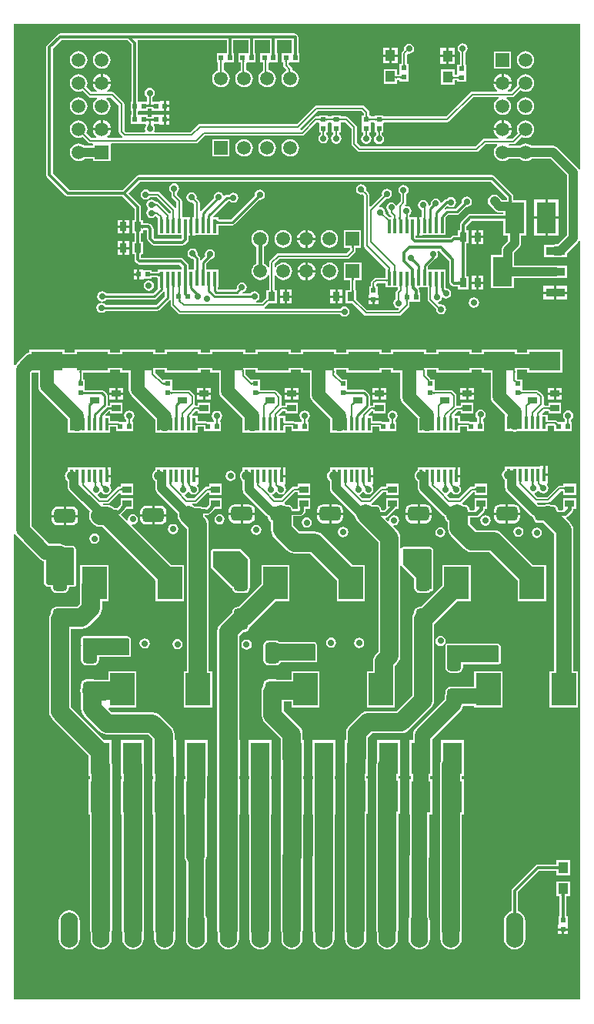
<source format=gtl>
G04*
G04 #@! TF.GenerationSoftware,Altium Limited,Altium Designer,20.0.13 (296)*
G04*
G04 Layer_Physical_Order=1*
G04 Layer_Color=255*
%FSLAX44Y44*%
%MOMM*%
G71*
G01*
G75*
%ADD12C,0.2000*%
%ADD14C,0.2500*%
%ADD16C,0.3000*%
%ADD19R,0.6000X0.5000*%
%ADD20R,0.5000X0.6000*%
%ADD21R,0.8000X1.0000*%
%ADD22R,1.0000X0.8000*%
%ADD23R,3.0988X2.9972*%
%ADD24R,0.3556X1.4224*%
G04:AMPARAMS|DCode=25|XSize=2.33mm|YSize=1.55mm|CornerRadius=0.3875mm|HoleSize=0mm|Usage=FLASHONLY|Rotation=180.000|XOffset=0mm|YOffset=0mm|HoleType=Round|Shape=RoundedRectangle|*
%AMROUNDEDRECTD25*
21,1,2.3300,0.7750,0,0,180.0*
21,1,1.5550,1.5500,0,0,180.0*
1,1,0.7750,-0.7775,0.3875*
1,1,0.7750,0.7775,0.3875*
1,1,0.7750,0.7775,-0.3875*
1,1,0.7750,-0.7775,-0.3875*
%
%ADD25ROUNDEDRECTD25*%
%ADD26R,3.5000X2.1500*%
%ADD27R,0.4100X1.5600*%
%ADD28R,1.1000X1.2500*%
%ADD29R,2.1500X3.5000*%
%ADD30R,2.1500X3.2500*%
%ADD31R,2.1500X0.9500*%
G04:AMPARAMS|DCode=32|XSize=2.33mm|YSize=1.55mm|CornerRadius=0.3875mm|HoleSize=0mm|Usage=FLASHONLY|Rotation=270.000|XOffset=0mm|YOffset=0mm|HoleType=Round|Shape=RoundedRectangle|*
%AMROUNDEDRECTD32*
21,1,2.3300,0.7750,0,0,270.0*
21,1,1.5550,1.5500,0,0,270.0*
1,1,0.7750,-0.3875,-0.7775*
1,1,0.7750,-0.3875,0.7775*
1,1,0.7750,0.3875,0.7775*
1,1,0.7750,0.3875,-0.7775*
%
%ADD32ROUNDEDRECTD32*%
%ADD33R,2.7000X3.6000*%
%ADD53C,1.5000*%
%ADD54C,2.0000*%
%ADD55C,1.0000*%
%ADD56C,0.4000*%
%ADD57C,0.2300*%
%ADD58C,1.7000*%
%ADD59O,1.9304X3.8608*%
%ADD60R,1.5000X1.5000*%
%ADD61C,1.5000*%
%ADD62R,1.5000X1.5000*%
%ADD63C,0.7000*%
%ADD64C,0.8000*%
G36*
X314260Y1044650D02*
X314337Y1043689D01*
X314405Y1043299D01*
X314492Y1042970D01*
X314599Y1042700D01*
X314725Y1042489D01*
X314870Y1042339D01*
X315035Y1042250D01*
X315219Y1042219D01*
X310280D01*
X310465Y1042250D01*
X310630Y1042339D01*
X310775Y1042489D01*
X310901Y1042700D01*
X311008Y1042970D01*
X311095Y1043299D01*
X311163Y1043689D01*
X311211Y1044139D01*
X311250Y1045219D01*
X314250D01*
X314260Y1044650D01*
D02*
G37*
G36*
X290343D02*
X290421Y1043689D01*
X290488Y1043299D01*
X290576Y1042970D01*
X290682Y1042700D01*
X290808Y1042489D01*
X290954Y1042339D01*
X291119Y1042250D01*
X291303Y1042219D01*
X286364D01*
X286548Y1042250D01*
X286713Y1042339D01*
X286858Y1042489D01*
X286984Y1042700D01*
X287091Y1042970D01*
X287178Y1043299D01*
X287246Y1043689D01*
X287295Y1044139D01*
X287333Y1045219D01*
X290333D01*
X290343Y1044650D01*
D02*
G37*
G36*
X266426D02*
X266504Y1043689D01*
X266572Y1043299D01*
X266659Y1042970D01*
X266766Y1042700D01*
X266892Y1042489D01*
X267037Y1042339D01*
X267202Y1042250D01*
X267386Y1042219D01*
X262447D01*
X262631Y1042250D01*
X262796Y1042339D01*
X262942Y1042489D01*
X263068Y1042700D01*
X263174Y1042970D01*
X263262Y1043299D01*
X263329Y1043689D01*
X263378Y1044139D01*
X263417Y1045219D01*
X266417D01*
X266426Y1044650D01*
D02*
G37*
G36*
X242510D02*
X242587Y1043689D01*
X242655Y1043299D01*
X242742Y1042970D01*
X242849Y1042700D01*
X242975Y1042489D01*
X243120Y1042339D01*
X243285Y1042250D01*
X243470Y1042219D01*
X238531D01*
X238715Y1042250D01*
X238880Y1042339D01*
X239025Y1042489D01*
X239151Y1042700D01*
X239258Y1042970D01*
X239345Y1043299D01*
X239413Y1043689D01*
X239461Y1044139D01*
X239500Y1045219D01*
X242500D01*
X242510Y1044650D01*
D02*
G37*
G36*
X304560Y1036291D02*
X304390Y1036230D01*
X304240Y1036128D01*
X304110Y1035986D01*
X304000Y1035803D01*
X303910Y1035580D01*
X303840Y1035316D01*
X303790Y1035011D01*
X303760Y1034666D01*
X303750Y1034280D01*
X301750D01*
X301740Y1034666D01*
X301710Y1035011D01*
X301660Y1035316D01*
X301590Y1035580D01*
X301500Y1035803D01*
X301390Y1035986D01*
X301260Y1036128D01*
X301110Y1036230D01*
X300940Y1036291D01*
X300750Y1036311D01*
X304750D01*
X304560Y1036291D01*
D02*
G37*
G36*
X281303Y1036281D02*
X281309Y1036261D01*
X281314Y1036200D01*
X281326Y1035780D01*
X281333Y1034280D01*
X279333D01*
X279323Y1034664D01*
X279293Y1035008D01*
X279243Y1035312D01*
X279173Y1035575D01*
X279083Y1035798D01*
X278973Y1035981D01*
X278843Y1036124D01*
X278693Y1036227D01*
X278523Y1036289D01*
X278333Y1036311D01*
X281303Y1036281D01*
D02*
G37*
G36*
X257386D02*
X257262Y1036261D01*
X257151Y1036200D01*
X257053Y1036100D01*
X256968Y1035960D01*
X256896Y1035780D01*
X256838Y1035561D01*
X256792Y1035301D01*
X256759Y1035001D01*
X256733Y1034280D01*
X254733D01*
X254723Y1034665D01*
X254693Y1035009D01*
X254643Y1035312D01*
X254573Y1035576D01*
X254483Y1035799D01*
X254373Y1035982D01*
X254243Y1036125D01*
X254093Y1036227D01*
X253923Y1036289D01*
X253733Y1036311D01*
X257386Y1036281D01*
D02*
G37*
G36*
X232885Y1036291D02*
X232715Y1036230D01*
X232565Y1036128D01*
X232435Y1035986D01*
X232325Y1035803D01*
X232235Y1035580D01*
X232165Y1035316D01*
X232115Y1035011D01*
X232085Y1034666D01*
X232075Y1034280D01*
X230075D01*
X230065Y1034666D01*
X230035Y1035011D01*
X229985Y1035316D01*
X229915Y1035580D01*
X229825Y1035803D01*
X229715Y1035986D01*
X229585Y1036128D01*
X229435Y1036230D01*
X229265Y1036291D01*
X229075Y1036311D01*
X233075D01*
X232885Y1036291D01*
D02*
G37*
G36*
X626431Y916566D02*
X625161Y916313D01*
X624865Y917030D01*
X623742Y918492D01*
X601842Y940393D01*
X600380Y941515D01*
X598677Y942220D01*
X596850Y942460D01*
X572804D01*
X571191Y943698D01*
X568880Y944656D01*
X566400Y944982D01*
X563920Y944656D01*
X561609Y943698D01*
X559996Y942460D01*
X547960D01*
X547573Y942921D01*
X548165Y944191D01*
X552850D01*
X552850Y944191D01*
X554021Y944424D01*
X555013Y945087D01*
X562188Y952262D01*
X563920Y951545D01*
X566400Y951218D01*
X568880Y951545D01*
X571191Y952502D01*
X573176Y954025D01*
X574698Y956009D01*
X575656Y958320D01*
X575982Y960800D01*
X575656Y963280D01*
X574698Y965591D01*
X573176Y967576D01*
X571191Y969098D01*
X568880Y970055D01*
X566400Y970382D01*
X563920Y970055D01*
X561609Y969098D01*
X559625Y967576D01*
X558102Y965591D01*
X557145Y963280D01*
X556818Y960800D01*
X557145Y958320D01*
X557862Y956588D01*
X551583Y950309D01*
X545226D01*
X544974Y951579D01*
X546063Y952030D01*
X548161Y953639D01*
X549770Y955737D01*
X550782Y958179D01*
X550959Y959530D01*
X541000D01*
Y960800D01*
D01*
Y959530D01*
X531041D01*
X531218Y958179D01*
X532230Y955737D01*
X533839Y953639D01*
X535937Y952030D01*
X537026Y951579D01*
X536774Y950309D01*
X521000D01*
X521000Y950309D01*
X519829Y950076D01*
X518837Y949413D01*
X511233Y941809D01*
X384767D01*
X380809Y945767D01*
Y962750D01*
X380809Y962750D01*
X380576Y963921D01*
X379913Y964913D01*
X379913Y964913D01*
X371163Y973663D01*
X370171Y974326D01*
X369000Y974559D01*
X369000Y974559D01*
X363000D01*
Y976000D01*
X353000D01*
Y974559D01*
X349000D01*
Y976000D01*
X339000D01*
Y974559D01*
X335250D01*
X335250Y974559D01*
X334079Y974326D01*
X333087Y973663D01*
X333087Y973663D01*
X319490Y960066D01*
X318765Y960170D01*
X318340Y961514D01*
X337517Y980691D01*
X385483D01*
X388191Y977983D01*
Y976000D01*
X386250D01*
Y967270D01*
X386250Y967000D01*
Y966000D01*
X386250Y965730D01*
Y957000D01*
X387941D01*
Y954821D01*
X387035Y954215D01*
X385819Y952396D01*
X385392Y950250D01*
X385819Y948104D01*
X387035Y946285D01*
X388854Y945069D01*
X391000Y944642D01*
X393146Y945069D01*
X394965Y946285D01*
X396181Y948104D01*
X396608Y950250D01*
X396181Y952396D01*
X394965Y954215D01*
X394059Y954821D01*
Y957000D01*
X396250D01*
Y965730D01*
X396250Y966000D01*
Y967000D01*
X396250Y967171D01*
X396488Y968441D01*
X399102D01*
X399914Y967629D01*
X400000Y967171D01*
Y966000D01*
X400000Y965730D01*
Y957000D01*
X401941D01*
Y954571D01*
X401035Y953965D01*
X399819Y952146D01*
X399392Y950000D01*
X399819Y947854D01*
X401035Y946035D01*
X402854Y944819D01*
X405000Y944392D01*
X407146Y944819D01*
X408965Y946035D01*
X410181Y947854D01*
X410608Y950000D01*
X410181Y952146D01*
X408965Y953965D01*
X408059Y954571D01*
Y957000D01*
X410000D01*
Y965730D01*
X410000Y966000D01*
Y967000D01*
X410000Y967171D01*
X410238Y968441D01*
X480250D01*
X480250Y968441D01*
X481421Y968674D01*
X482413Y969337D01*
X509017Y995941D01*
X536374D01*
X536627Y994671D01*
X536209Y994498D01*
X534225Y992975D01*
X532702Y990991D01*
X531745Y988680D01*
X531418Y986200D01*
X531745Y983720D01*
X532702Y981409D01*
X534225Y979425D01*
X536209Y977902D01*
X538520Y976945D01*
X541000Y976618D01*
X543480Y976945D01*
X545791Y977902D01*
X547775Y979425D01*
X549298Y981409D01*
X550256Y983720D01*
X550582Y986200D01*
X550256Y988680D01*
X549298Y990991D01*
X547775Y992975D01*
X545791Y994498D01*
X545373Y994671D01*
X545626Y995941D01*
X551750D01*
X551750Y995941D01*
X552920Y996174D01*
X553913Y996837D01*
X560912Y1003837D01*
X561609Y1003302D01*
X563920Y1002345D01*
X566400Y1002018D01*
X568880Y1002345D01*
X571191Y1003302D01*
X573176Y1004825D01*
X574698Y1006809D01*
X575656Y1009120D01*
X575982Y1011600D01*
X575656Y1014080D01*
X574698Y1016391D01*
X573176Y1018375D01*
X571191Y1019898D01*
X568880Y1020855D01*
X566400Y1021182D01*
X563920Y1020855D01*
X561609Y1019898D01*
X559625Y1018375D01*
X558102Y1016391D01*
X557145Y1014080D01*
X556818Y1011600D01*
X557145Y1009120D01*
X557262Y1008837D01*
X550483Y1002059D01*
X547144D01*
X546713Y1003329D01*
X548161Y1004439D01*
X549770Y1006537D01*
X550782Y1008979D01*
X550959Y1010330D01*
X541000D01*
Y1011600D01*
D01*
Y1010330D01*
X531041D01*
X531218Y1008979D01*
X532230Y1006537D01*
X533839Y1004439D01*
X535287Y1003329D01*
X534856Y1002059D01*
X507750D01*
X506579Y1001826D01*
X505587Y1001163D01*
X505587Y1001163D01*
X478983Y974559D01*
X410000D01*
Y976000D01*
X400000D01*
Y974559D01*
X396250D01*
Y976000D01*
X394309D01*
Y979250D01*
X394309Y979250D01*
X394076Y980421D01*
X393413Y981413D01*
X393413Y981413D01*
X388913Y985913D01*
X387920Y986576D01*
X386750Y986809D01*
X386750Y986809D01*
X336250D01*
X335079Y986576D01*
X334087Y985913D01*
X334087Y985913D01*
X314483Y966309D01*
X208000D01*
X206829Y966076D01*
X205837Y965413D01*
X205837Y965413D01*
X197733Y957309D01*
X158352D01*
X157674Y958579D01*
X158087Y959198D01*
X158514Y961344D01*
X158087Y963490D01*
X157091Y964980D01*
X157509Y966075D01*
X157654Y966250D01*
X163414Y966250D01*
X164460Y965710D01*
X165046Y965710D01*
X168230D01*
Y971250D01*
Y976790D01*
X164460D01*
X163414Y976250D01*
X155000Y976250D01*
Y974309D01*
X150750D01*
Y976250D01*
X142020D01*
X141750Y976250D01*
X140750D01*
X139819Y977246D01*
Y979984D01*
X140750Y981250D01*
X141750D01*
X142020Y981250D01*
X150750D01*
Y983191D01*
X155000D01*
Y981250D01*
X163414Y981250D01*
X164460Y980710D01*
X165046Y980710D01*
X168230D01*
Y986250D01*
Y991790D01*
X164460D01*
X163414Y991250D01*
X155934Y991250D01*
Y996263D01*
X156715Y996785D01*
X157931Y998604D01*
X158358Y1000750D01*
X157931Y1002896D01*
X156715Y1004715D01*
X154896Y1005931D01*
X152750Y1006358D01*
X150604Y1005931D01*
X148785Y1004715D01*
X147569Y1002896D01*
X147142Y1000750D01*
X147569Y998604D01*
X148785Y996785D01*
X149816Y996096D01*
Y991250D01*
X142020D01*
X141750Y991250D01*
X140750D01*
X139819Y992246D01*
Y1055750D01*
X139547Y1057116D01*
X139182Y1057661D01*
X139861Y1058931D01*
X237431D01*
Y1045516D01*
X236500Y1044250D01*
X235500D01*
X235230Y1044250D01*
X226500D01*
Y1034250D01*
X228016D01*
Y1025335D01*
X226359Y1024648D01*
X224375Y1023125D01*
X222852Y1021141D01*
X221895Y1018830D01*
X221568Y1016350D01*
X221895Y1013870D01*
X222852Y1011559D01*
X224375Y1009575D01*
X226359Y1008052D01*
X228670Y1007094D01*
X231150Y1006768D01*
X233630Y1007094D01*
X235941Y1008052D01*
X237925Y1009575D01*
X239448Y1011559D01*
X240406Y1013870D01*
X240732Y1016350D01*
X240406Y1018830D01*
X239448Y1021141D01*
X237925Y1023125D01*
X235941Y1024648D01*
X234134Y1025397D01*
Y1033352D01*
X234848Y1034066D01*
X235404Y1034250D01*
X236500D01*
X236770Y1034250D01*
X245500D01*
Y1042176D01*
X245509Y1042219D01*
X245500Y1042263D01*
Y1044250D01*
X244588D01*
X244569Y1044488D01*
Y1058931D01*
X261348D01*
Y1045516D01*
X260417Y1044250D01*
X259417D01*
X259147Y1044250D01*
X250417D01*
Y1034250D01*
X252675D01*
Y1025027D01*
X251759Y1024648D01*
X249775Y1023125D01*
X248252Y1021141D01*
X247295Y1018830D01*
X246968Y1016350D01*
X247295Y1013870D01*
X248252Y1011559D01*
X249775Y1009575D01*
X251759Y1008052D01*
X254070Y1007094D01*
X256550Y1006768D01*
X259030Y1007094D01*
X261341Y1008052D01*
X263326Y1009575D01*
X264848Y1011559D01*
X265805Y1013870D01*
X266132Y1016350D01*
X265805Y1018830D01*
X264848Y1021141D01*
X263326Y1023125D01*
X261341Y1024648D01*
X259030Y1025605D01*
X258792Y1025637D01*
Y1033625D01*
X259417Y1034250D01*
X260417D01*
X260687Y1034250D01*
X269417D01*
Y1042176D01*
X269425Y1042219D01*
X269417Y1042263D01*
Y1044250D01*
X268504D01*
X268485Y1044488D01*
Y1058931D01*
X285265D01*
Y1045516D01*
X284333Y1044250D01*
X283333D01*
X283063Y1044250D01*
X274333D01*
Y1034250D01*
X277275D01*
Y1024696D01*
X277159Y1024648D01*
X275175Y1023125D01*
X273652Y1021141D01*
X272695Y1018830D01*
X272368Y1016350D01*
X272695Y1013870D01*
X273652Y1011559D01*
X275175Y1009575D01*
X277159Y1008052D01*
X279470Y1007094D01*
X281950Y1006768D01*
X284430Y1007094D01*
X286741Y1008052D01*
X288725Y1009575D01*
X290248Y1011559D01*
X291206Y1013870D01*
X291532Y1016350D01*
X291206Y1018830D01*
X290248Y1021141D01*
X288725Y1023125D01*
X286741Y1024648D01*
X284430Y1025605D01*
X283392Y1025742D01*
Y1033456D01*
X284333Y1034250D01*
X284662Y1034250D01*
X293333D01*
Y1042176D01*
X293342Y1042219D01*
X293333Y1042263D01*
Y1044250D01*
X292421D01*
X292402Y1044488D01*
Y1058931D01*
X309181D01*
Y1045516D01*
X308250Y1044250D01*
X307250D01*
X306980Y1044250D01*
X298250D01*
Y1034250D01*
X299691D01*
Y1030859D01*
X299691Y1030859D01*
X299924Y1029688D01*
X300587Y1028696D01*
X303055Y1026228D01*
X302757Y1024730D01*
X302559Y1024648D01*
X300575Y1023125D01*
X299052Y1021141D01*
X298095Y1018830D01*
X297768Y1016350D01*
X298095Y1013870D01*
X299052Y1011559D01*
X300575Y1009575D01*
X302559Y1008052D01*
X304870Y1007094D01*
X307350Y1006768D01*
X309830Y1007094D01*
X312141Y1008052D01*
X314125Y1009575D01*
X315648Y1011559D01*
X316605Y1013870D01*
X316932Y1016350D01*
X316605Y1018830D01*
X315648Y1021141D01*
X314125Y1023125D01*
X312141Y1024648D01*
X309830Y1025605D01*
X309818Y1025607D01*
Y1026850D01*
X309818Y1026850D01*
X309585Y1028020D01*
X308922Y1029013D01*
X308922Y1029013D01*
X305809Y1032126D01*
Y1033352D01*
X306621Y1034164D01*
X307079Y1034250D01*
X308250D01*
X308520Y1034250D01*
X317250D01*
Y1042176D01*
X317259Y1042219D01*
X317250Y1042263D01*
Y1044250D01*
X316338D01*
X316318Y1044488D01*
Y1061750D01*
X316047Y1063116D01*
X315273Y1064273D01*
X314523Y1065023D01*
X313366Y1065797D01*
X312000Y1066069D01*
X54250D01*
X52884Y1065797D01*
X51727Y1065023D01*
X39977Y1053273D01*
X39203Y1052116D01*
X38931Y1050750D01*
Y910750D01*
X39203Y909384D01*
X39977Y908227D01*
X60227Y887977D01*
X61384Y887203D01*
X62750Y886931D01*
X122772D01*
X136181Y873522D01*
Y860500D01*
X133750D01*
Y846500D01*
X136143D01*
X136165Y846366D01*
X136181Y846182D01*
Y837000D01*
X133750D01*
Y823000D01*
X136143D01*
X136165Y822866D01*
X136181Y822682D01*
Y817257D01*
X136453Y815892D01*
X137227Y814734D01*
X138984Y812977D01*
X140142Y812203D01*
X141507Y811931D01*
X185522D01*
X188181Y809272D01*
Y806250D01*
X161700D01*
Y804724D01*
X161200Y804314D01*
X154750D01*
Y806000D01*
X146336Y806000D01*
X145290Y806540D01*
X144704Y806540D01*
X141520D01*
Y801000D01*
Y795460D01*
X145290D01*
X146336Y796000D01*
X154750Y796000D01*
Y797686D01*
X160336D01*
X161415Y797472D01*
X161700D01*
Y788724D01*
X161691Y788680D01*
X161700Y788637D01*
Y786650D01*
X161700D01*
X161637Y785406D01*
X156295Y780064D01*
X104901D01*
X104465Y780715D01*
X102646Y781931D01*
X100500Y782358D01*
X98354Y781931D01*
X96535Y780715D01*
X95319Y778896D01*
X94892Y776750D01*
X95319Y774604D01*
X96535Y772785D01*
X98354Y771569D01*
X100500Y771142D01*
X102646Y771569D01*
X104465Y772785D01*
X104901Y773436D01*
X157668D01*
X158936Y773689D01*
X160011Y774407D01*
X167666Y782062D01*
X168936Y781536D01*
Y776873D01*
X159628Y767564D01*
X104151D01*
X103715Y768215D01*
X101896Y769431D01*
X99750Y769858D01*
X97604Y769431D01*
X95785Y768215D01*
X94569Y766396D01*
X94142Y764250D01*
X94569Y762104D01*
X95785Y760285D01*
X97604Y759069D01*
X99750Y758642D01*
X101896Y759069D01*
X103715Y760285D01*
X104151Y760936D01*
X161000D01*
X162268Y761189D01*
X163343Y761907D01*
X174421Y772985D01*
X175113Y772853D01*
X175691Y772514D01*
Y767750D01*
X175691Y767750D01*
X175924Y766580D01*
X176587Y765587D01*
X184087Y758087D01*
X184087Y758087D01*
X185079Y757424D01*
X186250Y757191D01*
X362429D01*
X363035Y756285D01*
X364854Y755069D01*
X367000Y754642D01*
X369146Y755069D01*
X370965Y756285D01*
X372181Y758104D01*
X372608Y760250D01*
X372181Y762396D01*
X370965Y764215D01*
X369146Y765431D01*
X367000Y765858D01*
X364854Y765431D01*
X363035Y764215D01*
X362429Y763309D01*
X279113D01*
X279059Y763446D01*
X278902Y764579D01*
X279663Y765087D01*
X284076Y769500D01*
X292750D01*
Y783500D01*
X290309D01*
Y799391D01*
X291464Y799687D01*
X291579Y799674D01*
X293075Y797725D01*
X295059Y796202D01*
X297370Y795245D01*
X299850Y794918D01*
X302330Y795245D01*
X304641Y796202D01*
X306625Y797725D01*
X308148Y799709D01*
X309105Y802020D01*
X309432Y804500D01*
X309105Y806980D01*
X308148Y809291D01*
X306625Y811275D01*
X304641Y812798D01*
X302330Y813755D01*
X299850Y814082D01*
X297370Y813755D01*
X295059Y812798D01*
X293075Y811275D01*
X291579Y809326D01*
X291464Y809313D01*
X290309Y809609D01*
Y812983D01*
X295517Y818191D01*
X370500D01*
X370500Y818191D01*
X371670Y818424D01*
X372663Y819087D01*
X378413Y824837D01*
X379076Y825829D01*
X379309Y827000D01*
X379309Y827000D01*
Y830500D01*
X385300D01*
Y849500D01*
X366300D01*
Y830500D01*
X373191D01*
Y828267D01*
X369233Y824309D01*
X294250D01*
X294250Y824309D01*
X293079Y824076D01*
X292087Y823413D01*
X292087Y823413D01*
X285087Y816413D01*
X284424Y815421D01*
X284191Y814250D01*
X284191Y814250D01*
Y809126D01*
X282921Y808873D01*
X282748Y809291D01*
X281225Y811275D01*
X279241Y812798D01*
X278403Y813145D01*
Y831458D01*
X278991Y831702D01*
X280975Y833224D01*
X282498Y835209D01*
X283456Y837520D01*
X283782Y840000D01*
X283456Y842480D01*
X282498Y844791D01*
X280975Y846775D01*
X278991Y848298D01*
X276680Y849256D01*
X274200Y849582D01*
X271720Y849256D01*
X269409Y848298D01*
X267425Y846775D01*
X265902Y844791D01*
X264945Y842480D01*
X264618Y840000D01*
X264945Y837520D01*
X265902Y835209D01*
X267425Y833224D01*
X269409Y831702D01*
X270247Y831355D01*
Y813042D01*
X269659Y812798D01*
X267675Y811275D01*
X266152Y809291D01*
X265195Y806980D01*
X264868Y804500D01*
X265195Y802020D01*
X266152Y799709D01*
X267675Y797725D01*
X269659Y796202D01*
X271970Y795245D01*
X274450Y794918D01*
X276930Y795245D01*
X279241Y796202D01*
X281225Y797725D01*
X282748Y799709D01*
X282921Y800127D01*
X284191Y799874D01*
Y783500D01*
X280750D01*
Y774772D01*
X280587Y774663D01*
X280587Y774663D01*
X276233Y770309D01*
X270319D01*
X270146Y771569D01*
X271965Y772785D01*
X273181Y774604D01*
X273608Y776750D01*
X273181Y778896D01*
X271965Y780715D01*
X270146Y781931D01*
X268000Y782358D01*
X265854Y781931D01*
X264035Y780715D01*
X263599Y780064D01*
X255087D01*
X254962Y781334D01*
X256146Y781569D01*
X257965Y782785D01*
X259181Y784604D01*
X259608Y786750D01*
X259181Y788896D01*
X257965Y790715D01*
X256146Y791931D01*
X254000Y792358D01*
X251854Y791931D01*
X250035Y790715D01*
X248819Y788896D01*
X248392Y786750D01*
X248545Y785981D01*
X247127Y784564D01*
X227749D01*
Y786650D01*
X228300D01*
Y788637D01*
X228309Y788680D01*
X228300Y788724D01*
Y806250D01*
X214564D01*
Y812377D01*
X219299Y817113D01*
X219510Y817290D01*
X219657Y817397D01*
X220077Y817665D01*
X220239Y817754D01*
X220703Y817969D01*
X220764Y817993D01*
X221146Y818069D01*
X222965Y819285D01*
X224181Y821104D01*
X224608Y823250D01*
X224181Y825396D01*
X222965Y827215D01*
X221146Y828431D01*
X219000Y828858D01*
X216854Y828431D01*
X215035Y827215D01*
X213819Y825396D01*
X213392Y823250D01*
X213819Y821104D01*
X213842Y821070D01*
X213832Y821048D01*
X213785Y820972D01*
X213779Y820966D01*
X209334Y816520D01*
X208064Y817046D01*
Y818773D01*
X207811Y820042D01*
X207093Y821117D01*
X205619Y822590D01*
X205608Y822605D01*
X205533Y822719D01*
X205476Y822826D01*
X205433Y822929D01*
X205400Y823033D01*
X205378Y823142D01*
X205364Y823262D01*
X205361Y823397D01*
X205377Y823634D01*
X205374Y823657D01*
X205469Y824138D01*
X205043Y826284D01*
X203827Y828104D01*
X202008Y829319D01*
X199862Y829746D01*
X197716Y829319D01*
X195896Y828104D01*
X194681Y826284D01*
X194254Y824138D01*
X194681Y821992D01*
X195896Y820173D01*
X197716Y818957D01*
X199223Y818658D01*
X199319Y818626D01*
X199470Y818608D01*
X199862Y818531D01*
X199875Y818533D01*
X199947Y818514D01*
X200112Y818459D01*
X200267Y818394D01*
X200417Y818318D01*
X200562Y818231D01*
X200705Y818130D01*
X200717Y818121D01*
X201436Y817401D01*
Y806250D01*
X195330D01*
X195319Y806399D01*
Y810750D01*
X195047Y812116D01*
X194273Y813273D01*
X189523Y818023D01*
X188366Y818797D01*
X187000Y819069D01*
X143319D01*
Y822682D01*
X143335Y822866D01*
X143357Y823000D01*
X145750D01*
Y837000D01*
X143319D01*
Y846182D01*
X143335Y846366D01*
X143357Y846500D01*
X145750D01*
Y849893D01*
X145884Y849915D01*
X146068Y849931D01*
X149772D01*
X149931Y849772D01*
Y840000D01*
X150203Y838634D01*
X150977Y837477D01*
X154477Y833977D01*
X155634Y833203D01*
X157000Y832931D01*
X188750D01*
X190116Y833203D01*
X191273Y833977D01*
X194273Y836977D01*
X195047Y838134D01*
X195319Y839500D01*
Y843710D01*
X196980D01*
Y854050D01*
Y864390D01*
X193660D01*
Y863850D01*
X188309D01*
Y881750D01*
X188076Y882921D01*
X187413Y883913D01*
X187413Y883913D01*
X182559Y888767D01*
Y891179D01*
X183465Y891785D01*
X184681Y893604D01*
X185108Y895750D01*
X184681Y897896D01*
X183465Y899715D01*
X181646Y900931D01*
X179500Y901358D01*
X177354Y900931D01*
X175535Y899715D01*
X174319Y897896D01*
X173892Y895750D01*
X174319Y893604D01*
X175535Y891785D01*
X176441Y891179D01*
Y887500D01*
X176441Y887500D01*
X176674Y886330D01*
X177337Y885337D01*
X182191Y880483D01*
Y874536D01*
X180921Y874150D01*
X180913Y874163D01*
X180913Y874163D01*
X163913Y891163D01*
X162921Y891826D01*
X161750Y892059D01*
X161750Y892059D01*
X152821D01*
X152215Y892965D01*
X150396Y894181D01*
X148250Y894608D01*
X146104Y894181D01*
X144285Y892965D01*
X143069Y891146D01*
X142642Y889000D01*
X143069Y886854D01*
X144285Y885035D01*
X146104Y883819D01*
X148250Y883392D01*
X150396Y883819D01*
X152215Y885035D01*
X152821Y885941D01*
X160483D01*
X175691Y870733D01*
Y868536D01*
X174421Y868150D01*
X174413Y868163D01*
X174413Y868163D01*
X162663Y879913D01*
X161670Y880576D01*
X160500Y880809D01*
X160500Y880809D01*
X160009D01*
X159980Y880813D01*
X159862Y880841D01*
X159735Y880884D01*
X159597Y880945D01*
X159445Y881028D01*
X159279Y881135D01*
X159099Y881270D01*
X158908Y881433D01*
X158896Y881445D01*
X158715Y881715D01*
X156896Y882931D01*
X154750Y883358D01*
X152604Y882931D01*
X150785Y881715D01*
X149569Y879896D01*
X149142Y877750D01*
X149569Y875604D01*
X150611Y874044D01*
X150683Y872726D01*
X150516Y872437D01*
X149319Y870646D01*
X148892Y868500D01*
X149319Y866354D01*
X150535Y864535D01*
X152354Y863319D01*
X154500Y862892D01*
X156646Y863319D01*
X158465Y864535D01*
X158522Y864619D01*
X159846Y864959D01*
X161700Y863105D01*
Y861878D01*
X161691Y861837D01*
X161700Y861791D01*
Y844250D01*
X188170D01*
X188181Y844101D01*
Y840978D01*
X187272Y840069D01*
X158478D01*
X157069Y841478D01*
Y851250D01*
X156797Y852616D01*
X156023Y853773D01*
X153773Y856023D01*
X152616Y856797D01*
X151250Y857069D01*
X146068D01*
X145884Y857085D01*
X145750Y857107D01*
Y860500D01*
X143319D01*
Y875000D01*
X143047Y876366D01*
X142273Y877523D01*
X129297Y890500D01*
X141978Y903181D01*
X528022D01*
X545931Y885272D01*
Y883318D01*
X545915Y883134D01*
X545903Y883060D01*
X540424D01*
X536992Y886492D01*
X535530Y887615D01*
X533827Y888320D01*
X532000Y888560D01*
X530173Y888320D01*
X528470Y887615D01*
X527008Y886492D01*
X525886Y885030D01*
X525180Y883327D01*
X524940Y881500D01*
X525180Y879673D01*
X525886Y877970D01*
X527008Y876507D01*
X532508Y871008D01*
X533970Y869885D01*
X535673Y869180D01*
X537500Y868940D01*
X541500D01*
Y867319D01*
X505500D01*
X504134Y867047D01*
X502977Y866273D01*
X494977Y858273D01*
X494203Y857116D01*
X493931Y855750D01*
Y849568D01*
X493915Y849384D01*
X493893Y849250D01*
X491500D01*
Y844037D01*
X491367Y844015D01*
X491182Y843999D01*
X487430D01*
X486065Y843727D01*
X484907Y842954D01*
X483522Y841569D01*
X446228D01*
X445569Y842228D01*
Y843710D01*
X447230D01*
Y854050D01*
Y864390D01*
X443910D01*
Y863850D01*
X438559D01*
Y866346D01*
X439215Y866785D01*
X440431Y868604D01*
X440858Y870750D01*
X440431Y872896D01*
X439215Y874715D01*
X437396Y875931D01*
X435250Y876358D01*
X434288Y876166D01*
X433663Y877337D01*
X434163Y877837D01*
X434163Y877837D01*
X434826Y878829D01*
X435059Y880000D01*
X435059Y880000D01*
Y889429D01*
X435965Y890035D01*
X437181Y891854D01*
X437608Y894000D01*
X437181Y896146D01*
X435965Y897965D01*
X434146Y899181D01*
X432000Y899608D01*
X429854Y899181D01*
X428035Y897965D01*
X426819Y896146D01*
X426392Y894000D01*
X426819Y891854D01*
X428035Y890035D01*
X428941Y889429D01*
Y881267D01*
X425787Y878113D01*
X425158Y877171D01*
X424558Y877037D01*
X423818Y877065D01*
X422715Y878715D01*
X420896Y879931D01*
X418750Y880358D01*
X416604Y879931D01*
X414785Y878715D01*
X413569Y876896D01*
X413142Y874750D01*
X413569Y872604D01*
X414785Y870785D01*
X415691Y870179D01*
Y869250D01*
X415691Y869250D01*
X415924Y868080D01*
X416587Y867087D01*
X418554Y865120D01*
X418028Y863850D01*
X416276D01*
X411645Y868481D01*
X411858Y869550D01*
X411431Y871696D01*
X410215Y873515D01*
X408396Y874731D01*
X406250Y875158D01*
X405663Y875041D01*
X405037Y876211D01*
X413098Y884272D01*
X413750Y884142D01*
X415896Y884569D01*
X417715Y885785D01*
X418931Y887604D01*
X419358Y889750D01*
X418931Y891896D01*
X417715Y893715D01*
X415896Y894931D01*
X413750Y895358D01*
X411604Y894931D01*
X409785Y893715D01*
X408569Y891896D01*
X408142Y889750D01*
X408438Y888264D01*
X395732Y875558D01*
X394559Y876044D01*
Y888500D01*
X394559Y888500D01*
X394326Y889670D01*
X393663Y890663D01*
X390895Y893431D01*
X391108Y894500D01*
X390681Y896646D01*
X389465Y898465D01*
X387646Y899681D01*
X385500Y900108D01*
X383354Y899681D01*
X381535Y898465D01*
X380319Y896646D01*
X379892Y894500D01*
X380319Y892354D01*
X381535Y890535D01*
X383354Y889319D01*
X385500Y888892D01*
X386569Y889105D01*
X388441Y887233D01*
Y832750D01*
X388441Y832750D01*
X388674Y831580D01*
X389337Y830587D01*
X412404Y807520D01*
X411950Y806250D01*
X411950D01*
Y797559D01*
X401750D01*
X400579Y797326D01*
X399587Y796663D01*
X396837Y793913D01*
X396174Y792921D01*
X395941Y791750D01*
X395941Y791750D01*
Y788000D01*
X394000D01*
X394000Y779586D01*
X393460Y778540D01*
X393460Y777954D01*
Y774770D01*
X399000D01*
X404540D01*
Y778540D01*
X404000Y779586D01*
X404000Y788000D01*
X402059D01*
Y790483D01*
X403017Y791441D01*
X411950D01*
Y786650D01*
X425941D01*
Y784767D01*
X424087Y782913D01*
X423424Y781920D01*
X423191Y780750D01*
X423191Y780750D01*
Y774071D01*
X422285Y773465D01*
X421069Y771646D01*
X420642Y769500D01*
X421069Y767354D01*
X422285Y765535D01*
X424104Y764319D01*
X426250Y763892D01*
X426275Y763897D01*
X426901Y762727D01*
X425983Y761809D01*
X392017D01*
X380000Y773826D01*
Y781440D01*
X380009Y781485D01*
X380000Y781527D01*
Y783500D01*
X379109D01*
Y795000D01*
X385550D01*
Y814000D01*
X366550D01*
Y795000D01*
X372991D01*
Y783500D01*
X368000D01*
Y769500D01*
X375674D01*
X388587Y756587D01*
X388587Y756587D01*
X389580Y755924D01*
X390750Y755691D01*
X390750Y755691D01*
X427250D01*
X427250Y755691D01*
X428420Y755924D01*
X429413Y756587D01*
X437913Y765087D01*
X438576Y766079D01*
X438809Y767250D01*
X438809Y767250D01*
Y770750D01*
X440250D01*
X440250Y770750D01*
X441250D01*
Y770750D01*
X441520Y770750D01*
X450250D01*
Y778676D01*
X450259Y778719D01*
X450250Y778763D01*
Y780750D01*
X449338D01*
X449319Y780988D01*
Y783250D01*
X449047Y784616D01*
X448536Y785380D01*
X449073Y786650D01*
X458441D01*
Y773558D01*
X458441Y773558D01*
X458674Y772387D01*
X459337Y771395D01*
X467699Y763033D01*
X467642Y762750D01*
X468069Y760604D01*
X469285Y758785D01*
X471104Y757569D01*
X473250Y757142D01*
X475396Y757569D01*
X477215Y758785D01*
X478431Y760604D01*
X478858Y762750D01*
X478431Y764896D01*
X477215Y766715D01*
X475396Y767931D01*
X473250Y768358D01*
X471395Y767989D01*
X470071Y769313D01*
X470439Y770528D01*
X470646Y770569D01*
X472465Y771785D01*
X473681Y773604D01*
X474021Y775315D01*
X475105Y775884D01*
X475337Y775916D01*
X476604Y775069D01*
X478750Y774642D01*
X480896Y775069D01*
X482715Y776285D01*
X483931Y778104D01*
X484358Y780250D01*
X483931Y782396D01*
X482715Y784215D01*
X480896Y785431D01*
X479394Y785730D01*
X478637Y786555D01*
X478550Y787094D01*
Y788637D01*
X478559Y788680D01*
X478550Y788724D01*
Y806250D01*
X458314D01*
Y809628D01*
X466593Y817907D01*
X466948Y818438D01*
X468215Y819285D01*
X469431Y821104D01*
X469858Y823250D01*
X469431Y825396D01*
X468986Y826061D01*
X469585Y827181D01*
X471272D01*
X482431Y816022D01*
Y793257D01*
X482703Y791892D01*
X483477Y790734D01*
X485234Y788977D01*
X486392Y788203D01*
X487757Y787931D01*
X491182D01*
X491366Y787915D01*
X491500Y787893D01*
Y784750D01*
X503500D01*
Y798750D01*
X501107D01*
X501085Y798884D01*
X501069Y799068D01*
Y835250D01*
X503500D01*
Y849250D01*
X501107D01*
X501085Y849384D01*
X501069Y849568D01*
Y854272D01*
X506978Y860181D01*
X541500D01*
Y844000D01*
X547190D01*
Y838175D01*
X541758Y832742D01*
X540635Y831280D01*
X539930Y829577D01*
X539690Y827750D01*
Y822250D01*
X528250D01*
Y785750D01*
X553750D01*
Y796940D01*
X599000D01*
X600827Y797180D01*
X600996Y797250D01*
X611750D01*
Y810750D01*
X600996D01*
X600827Y810820D01*
X599000Y811060D01*
X553810D01*
Y824826D01*
X559242Y830257D01*
X560364Y831720D01*
X561070Y833423D01*
X561310Y835250D01*
Y844000D01*
X567000D01*
Y883000D01*
X553107D01*
X553085Y883134D01*
X553069Y883318D01*
Y886750D01*
X552797Y888116D01*
X552023Y889274D01*
X532024Y909273D01*
X530866Y910047D01*
X529500Y910319D01*
X140500D01*
X139134Y910047D01*
X137977Y909273D01*
X122772Y894069D01*
X64228D01*
X46069Y912228D01*
Y1049272D01*
X55728Y1058931D01*
X128022D01*
X132681Y1054272D01*
Y991438D01*
X132676Y991285D01*
X132672Y991250D01*
X131750D01*
Y989263D01*
X131741Y989220D01*
X131750Y989176D01*
Y983324D01*
X131741Y983280D01*
X131750Y983237D01*
Y981250D01*
X132662D01*
X132681Y981012D01*
Y976438D01*
X132676Y976285D01*
X132672Y976250D01*
X131750D01*
Y974263D01*
X131741Y974220D01*
X131750Y974176D01*
Y966250D01*
X140480D01*
X140750Y966250D01*
X141750D01*
X142020Y966250D01*
X148159D01*
X148304Y966075D01*
X148721Y964980D01*
X147725Y963490D01*
X147298Y961344D01*
X147725Y959198D01*
X148139Y958579D01*
X147460Y957309D01*
X126688D01*
X124809Y959189D01*
Y988250D01*
X124576Y989420D01*
X123913Y990413D01*
X113413Y1000913D01*
X112421Y1001576D01*
X111250Y1001809D01*
X111250Y1001809D01*
X105785D01*
X105387Y1003079D01*
X107161Y1004439D01*
X108770Y1006537D01*
X109782Y1008979D01*
X109959Y1010330D01*
X100000D01*
X90041D01*
X90218Y1008979D01*
X91230Y1006537D01*
X92839Y1004439D01*
X94613Y1003079D01*
X94215Y1001809D01*
X88717D01*
X83138Y1007388D01*
X83855Y1009120D01*
X84182Y1011600D01*
X83855Y1014080D01*
X82898Y1016391D01*
X81376Y1018375D01*
X79391Y1019898D01*
X77080Y1020855D01*
X74600Y1021182D01*
X72120Y1020855D01*
X69809Y1019898D01*
X67825Y1018375D01*
X66302Y1016391D01*
X65345Y1014080D01*
X65018Y1011600D01*
X65345Y1009120D01*
X66302Y1006809D01*
X67825Y1004825D01*
X69809Y1003302D01*
X72120Y1002345D01*
X74600Y1002018D01*
X77080Y1002345D01*
X78812Y1003062D01*
X85287Y996587D01*
X86279Y995924D01*
X87450Y995691D01*
X94286D01*
X95111Y994562D01*
X95109Y994421D01*
X93225Y992975D01*
X91702Y990991D01*
X90744Y988680D01*
X90418Y986200D01*
X90744Y983720D01*
X91702Y981409D01*
X93225Y979425D01*
X95209Y977902D01*
X97520Y976945D01*
X100000Y976618D01*
X102480Y976945D01*
X104791Y977902D01*
X106776Y979425D01*
X108298Y981409D01*
X109256Y983720D01*
X109582Y986200D01*
X109256Y988680D01*
X108298Y990991D01*
X106776Y992975D01*
X104891Y994421D01*
X104889Y994562D01*
X105714Y995691D01*
X109983D01*
X118691Y986983D01*
Y957922D01*
X118691Y957922D01*
X118924Y956751D01*
X119587Y955759D01*
X122767Y952579D01*
X122241Y951309D01*
X106209D01*
X105778Y952579D01*
X107161Y953639D01*
X108770Y955737D01*
X109782Y958179D01*
X109959Y959530D01*
X100000D01*
X90041D01*
X90218Y958179D01*
X91230Y955737D01*
X92839Y953639D01*
X94222Y952579D01*
X93791Y951309D01*
X88417D01*
X83138Y956588D01*
X83855Y958320D01*
X84182Y960800D01*
X83855Y963280D01*
X82898Y965591D01*
X81376Y967576D01*
X79391Y969098D01*
X77080Y970055D01*
X74600Y970382D01*
X72120Y970055D01*
X69809Y969098D01*
X67825Y967576D01*
X66302Y965591D01*
X65345Y963280D01*
X65018Y960800D01*
X65345Y958320D01*
X66302Y956009D01*
X67825Y954025D01*
X69809Y952502D01*
X72120Y951545D01*
X74600Y951218D01*
X77080Y951545D01*
X78812Y952262D01*
X84987Y946087D01*
X85979Y945424D01*
X87150Y945191D01*
X87150Y945191D01*
X89351D01*
X90500Y944900D01*
X90500Y943358D01*
X89602Y942460D01*
X81004D01*
X79391Y943698D01*
X77080Y944656D01*
X74600Y944982D01*
X72120Y944656D01*
X69809Y943698D01*
X67825Y942176D01*
X66302Y940191D01*
X65345Y937880D01*
X65018Y935400D01*
X65345Y932920D01*
X66302Y930609D01*
X67825Y928625D01*
X69809Y927102D01*
X72120Y926145D01*
X74600Y925818D01*
X77080Y926145D01*
X79391Y927102D01*
X81004Y928340D01*
X90500D01*
Y925900D01*
X109500D01*
Y943921D01*
X109500Y944900D01*
X110649Y945191D01*
X203750D01*
X203750Y945191D01*
X204921Y945424D01*
X205913Y946087D01*
X213517Y953691D01*
X320500D01*
X320500Y953691D01*
X321670Y953924D01*
X322663Y954587D01*
X336517Y968441D01*
X338102D01*
X338914Y967629D01*
X339000Y967171D01*
Y966000D01*
X339000Y965730D01*
Y957000D01*
X340691D01*
Y955321D01*
X339785Y954715D01*
X338569Y952896D01*
X338142Y950750D01*
X338569Y948604D01*
X339785Y946785D01*
X341604Y945569D01*
X343750Y945142D01*
X345896Y945569D01*
X347715Y946785D01*
X348931Y948604D01*
X349358Y950750D01*
X348931Y952896D01*
X347715Y954715D01*
X346809Y955321D01*
Y957000D01*
X349000D01*
Y965730D01*
X349000Y966000D01*
Y967000D01*
X349000Y967171D01*
X349239Y968441D01*
X352102D01*
X352914Y967629D01*
X353000Y967171D01*
Y966000D01*
X353000Y965730D01*
Y957000D01*
X354941D01*
Y955071D01*
X354035Y954465D01*
X352819Y952646D01*
X352392Y950500D01*
X352819Y948354D01*
X354035Y946535D01*
X355854Y945319D01*
X358000Y944892D01*
X360146Y945319D01*
X361965Y946535D01*
X363181Y948354D01*
X363608Y950500D01*
X363181Y952646D01*
X361965Y954465D01*
X361059Y955071D01*
Y957000D01*
X363000D01*
Y965730D01*
X363000Y966000D01*
Y967000D01*
X363000Y967171D01*
X363238Y968441D01*
X367733D01*
X374691Y961483D01*
Y944500D01*
X374691Y944500D01*
X374924Y943329D01*
X375587Y942337D01*
X381337Y936587D01*
X382329Y935924D01*
X383500Y935691D01*
X383500Y935691D01*
X512500D01*
X512500Y935691D01*
X513671Y935924D01*
X514663Y936587D01*
X522267Y944191D01*
X534765D01*
X535196Y942921D01*
X534225Y942176D01*
X532702Y940191D01*
X531745Y937880D01*
X531418Y935400D01*
X531745Y932920D01*
X532702Y930609D01*
X534225Y928625D01*
X536209Y927102D01*
X538520Y926145D01*
X541000Y925818D01*
X543480Y926145D01*
X545791Y927102D01*
X547404Y928340D01*
X559996D01*
X561609Y927102D01*
X563920Y926145D01*
X566400Y925818D01*
X568880Y926145D01*
X571191Y927102D01*
X572804Y928340D01*
X593926D01*
X611690Y910575D01*
Y844174D01*
X601576Y834060D01*
X599000D01*
X597173Y833820D01*
X597004Y833750D01*
X586250D01*
Y820250D01*
X597004D01*
X597173Y820180D01*
X599000Y819940D01*
X604500D01*
X606327Y820180D01*
X606496Y820250D01*
X611750D01*
Y824265D01*
X623742Y836258D01*
X624865Y837720D01*
X625161Y838437D01*
X626431Y838184D01*
X626432Y3569D01*
X3568D01*
X3568Y514933D01*
X4177Y515215D01*
X4839Y515281D01*
X6224Y513475D01*
X31225Y488475D01*
X33209Y486952D01*
X35520Y485994D01*
X36336Y485887D01*
X36336Y461625D01*
X36336Y461625D01*
X36491Y460845D01*
X36933Y460183D01*
X39058Y458058D01*
X39720Y457616D01*
X40500Y457461D01*
X44135D01*
Y456706D01*
X44591Y454414D01*
X45889Y452470D01*
X47833Y451172D01*
X50125Y450716D01*
X57875D01*
X60167Y451172D01*
X62111Y452470D01*
X63409Y454414D01*
X63865Y456706D01*
Y457461D01*
X69375D01*
X70155Y457616D01*
X70817Y458058D01*
X71259Y458720D01*
X71414Y459500D01*
Y499250D01*
X71414Y499250D01*
X71259Y500030D01*
X70817Y500692D01*
X70817Y500692D01*
X69567Y501942D01*
X68905Y502384D01*
X68125Y502539D01*
X59731D01*
X58416Y503548D01*
X56105Y504505D01*
X53625Y504832D01*
X41969D01*
X22582Y524219D01*
Y692744D01*
X22838Y693000D01*
X30168D01*
Y678451D01*
X30495Y675971D01*
X31452Y673660D01*
X32975Y671676D01*
X62606Y642044D01*
Y627284D01*
X70162D01*
X70508Y627141D01*
X72988Y626814D01*
X75468Y627141D01*
X75814Y627284D01*
X109278D01*
Y633337D01*
X115750D01*
Y628750D01*
X124480D01*
X124750Y628750D01*
X125750D01*
X126020Y628750D01*
X134750D01*
Y638750D01*
X133309D01*
Y641179D01*
X134215Y641785D01*
X135431Y643604D01*
X135858Y645750D01*
X135431Y647896D01*
X134215Y649715D01*
X132396Y650931D01*
X130250Y651358D01*
X128104Y650931D01*
X126285Y649715D01*
X125069Y647896D01*
X124642Y645750D01*
X125069Y643604D01*
X126285Y641785D01*
X127191Y641179D01*
Y639648D01*
X126379Y638836D01*
X125921Y638750D01*
X124750D01*
X124480Y638750D01*
X119981D01*
X119275Y639222D01*
X118104Y639455D01*
X118104Y639455D01*
X109278D01*
Y645508D01*
X104459D01*
X103973Y646681D01*
X107730Y650438D01*
X109000Y650296D01*
Y647750D01*
X123000D01*
Y659750D01*
X109000D01*
Y656962D01*
X107350D01*
X106336Y657664D01*
X106212Y658199D01*
Y667750D01*
X105967Y668979D01*
X105271Y670021D01*
X102271Y673021D01*
X101229Y673717D01*
X100000Y673962D01*
X81500D01*
Y675250D01*
X81500D01*
Y676250D01*
X81500D01*
Y685250D01*
X79559D01*
Y693000D01*
X109023D01*
Y696168D01*
X119796D01*
Y693000D01*
X129713D01*
Y674705D01*
X130040Y672225D01*
X130997Y669914D01*
X132520Y667929D01*
X158829Y641620D01*
Y627284D01*
X166385D01*
X166731Y627141D01*
X169211Y626814D01*
X171691Y627141D01*
X172038Y627284D01*
X205501D01*
Y633337D01*
X212200D01*
Y628750D01*
X220930D01*
X221200Y628750D01*
X222200D01*
X222470Y628750D01*
X231200D01*
Y638750D01*
X229784D01*
Y640912D01*
X230715Y641535D01*
X231931Y643354D01*
X232358Y645500D01*
X231931Y647646D01*
X230715Y649465D01*
X228896Y650681D01*
X226750Y651108D01*
X224604Y650681D01*
X222785Y649465D01*
X221569Y647646D01*
X221142Y645500D01*
X221569Y643354D01*
X222785Y641535D01*
X223666Y640946D01*
Y639648D01*
X222829Y638811D01*
X222396Y638750D01*
X221200Y638750D01*
X220930Y638750D01*
X216431D01*
X215725Y639222D01*
X214554Y639455D01*
X214554Y639455D01*
X205501D01*
Y645508D01*
X199880D01*
X199354Y646778D01*
X203267Y650691D01*
X205500D01*
Y647750D01*
X219500D01*
Y659750D01*
X205500D01*
Y656809D01*
X203338D01*
X203116Y656978D01*
X202425Y658079D01*
X202559Y658750D01*
X202559Y658750D01*
Y666750D01*
X202326Y667921D01*
X201663Y668913D01*
X201663Y668913D01*
X197663Y672913D01*
X196670Y673576D01*
X195500Y673809D01*
X195500Y673809D01*
X177750D01*
Y675250D01*
X177750D01*
Y676250D01*
X177750D01*
Y685250D01*
X167750D01*
Y685250D01*
X166920Y684906D01*
X158854Y692971D01*
Y696000D01*
X158854Y696000D01*
X158992Y696168D01*
X169568D01*
Y693000D01*
X208568D01*
Y696168D01*
X219341D01*
Y693000D01*
X229259D01*
Y672557D01*
X229585Y670077D01*
X230543Y667766D01*
X232065Y665781D01*
X249872Y647974D01*
X249872Y647974D01*
X255052Y642794D01*
Y627284D01*
X262608D01*
X262954Y627141D01*
X265434Y626814D01*
X267914Y627141D01*
X268261Y627284D01*
X301724D01*
Y633337D01*
X308650D01*
Y628750D01*
X317380D01*
X317650Y628750D01*
X318650D01*
X318920Y628750D01*
X327650D01*
Y638750D01*
X326259D01*
Y641146D01*
X327215Y641785D01*
X328431Y643604D01*
X328858Y645750D01*
X328431Y647896D01*
X327215Y649715D01*
X325396Y650931D01*
X323250Y651358D01*
X321104Y650931D01*
X319285Y649715D01*
X318069Y647896D01*
X317642Y645750D01*
X318069Y643604D01*
X319285Y641785D01*
X320141Y641212D01*
Y639648D01*
X319281Y638788D01*
X318871Y638750D01*
X318650Y638750D01*
X317650D01*
X317380Y638750D01*
X312881D01*
X312174Y639222D01*
X311004Y639455D01*
X311004Y639455D01*
X301724D01*
Y645508D01*
X295380D01*
X294854Y646778D01*
X298767Y650691D01*
X302000D01*
Y647750D01*
X316000D01*
Y659750D01*
X302000D01*
Y656809D01*
X298171D01*
X297809Y657250D01*
X297809Y657250D01*
Y666193D01*
X297576Y667363D01*
X296913Y668355D01*
X296913Y668356D01*
X293356Y671913D01*
X292775Y672301D01*
X292163Y672913D01*
X291171Y673576D01*
X290000Y673809D01*
X290000Y673809D01*
X274000D01*
Y675250D01*
X274000D01*
Y676250D01*
X274000D01*
Y685250D01*
X264000D01*
X264000Y685250D01*
Y685250D01*
X263020Y685897D01*
X258400Y690517D01*
Y696000D01*
X258400Y696000D01*
X258538Y696168D01*
X269114D01*
Y693000D01*
X308114D01*
Y696168D01*
X318886D01*
Y693000D01*
X328804D01*
Y668734D01*
X329131Y666254D01*
X330088Y663943D01*
X331611Y661959D01*
X346095Y647475D01*
X346095Y647475D01*
X351275Y642294D01*
Y627284D01*
X358831D01*
X359178Y627141D01*
X361657Y626814D01*
X364137Y627141D01*
X364484Y627284D01*
X397948D01*
Y633337D01*
X405100D01*
Y628750D01*
X413830D01*
X414100Y628750D01*
X415100D01*
X415370Y628750D01*
X424100D01*
Y638750D01*
X422859D01*
Y641045D01*
X423965Y641785D01*
X425181Y643604D01*
X425608Y645750D01*
X425181Y647896D01*
X423965Y649715D01*
X422146Y650931D01*
X420000Y651358D01*
X417854Y650931D01*
X416035Y649715D01*
X414819Y647896D01*
X414392Y645750D01*
X414819Y643604D01*
X416035Y641785D01*
X416741Y641313D01*
Y638750D01*
X415370D01*
X415100Y638750D01*
X414100D01*
X413830Y638750D01*
X409331D01*
X408624Y639222D01*
X407454Y639455D01*
X407454Y639455D01*
X397948D01*
Y645508D01*
X393743D01*
X393257Y646681D01*
X397230Y650654D01*
X398500Y650602D01*
Y647750D01*
X412500D01*
Y659750D01*
X398500D01*
Y656809D01*
X396000D01*
X395064Y657577D01*
Y667250D01*
X394811Y668518D01*
X394093Y669593D01*
X390593Y673093D01*
X389518Y673811D01*
X388250Y674064D01*
X370452D01*
X370250Y675250D01*
Y676250D01*
X370250D01*
Y685250D01*
X364576D01*
X357945Y691881D01*
Y696000D01*
X357945Y696000D01*
X358083Y696168D01*
X368659D01*
Y693000D01*
X407659D01*
Y696168D01*
X418432D01*
Y693000D01*
X428418D01*
Y666000D01*
X428745Y663520D01*
X429702Y661209D01*
X431225Y659224D01*
X447499Y642950D01*
Y627284D01*
X455054D01*
X455401Y627141D01*
X457881Y626814D01*
X460361Y627141D01*
X460707Y627284D01*
X494171D01*
Y633337D01*
X501550D01*
Y628750D01*
X510280D01*
X510550Y628750D01*
X511550D01*
X511820Y628750D01*
X520550D01*
Y638750D01*
X519459D01*
Y642195D01*
X520715Y643035D01*
X521931Y644854D01*
X522358Y647000D01*
X521931Y649146D01*
X520715Y650965D01*
X518896Y652181D01*
X516750Y652608D01*
X514604Y652181D01*
X512785Y650965D01*
X511569Y649146D01*
X511142Y647000D01*
X511569Y644854D01*
X512785Y643035D01*
X513341Y642663D01*
Y638750D01*
X511820D01*
X511550Y638750D01*
X510550D01*
X510280Y638750D01*
X505781D01*
X505075Y639222D01*
X503904Y639455D01*
X503904Y639455D01*
X494171D01*
Y645508D01*
X488537D01*
X488011Y646778D01*
X491674Y650441D01*
X495000D01*
Y647750D01*
X509000D01*
Y659750D01*
X495000D01*
Y656559D01*
X490407D01*
X490407Y656559D01*
X490309Y656639D01*
Y667750D01*
X490309Y667750D01*
X490076Y668921D01*
X489413Y669913D01*
X489413Y669913D01*
X486413Y672913D01*
X485420Y673576D01*
X484250Y673809D01*
X484250Y673809D01*
X466500D01*
Y675250D01*
X466500D01*
Y676250D01*
X466500D01*
Y685250D01*
X462346D01*
X462326Y685352D01*
X461663Y686345D01*
X457491Y690517D01*
Y696000D01*
X457491Y696000D01*
X457629Y696168D01*
X468204D01*
Y693000D01*
X507205D01*
Y696168D01*
X517977D01*
Y693000D01*
X527895D01*
Y666523D01*
X528222Y664043D01*
X529179Y661732D01*
X530702Y659747D01*
X543722Y646727D01*
Y628534D01*
X551278D01*
X551624Y628391D01*
X554104Y628064D01*
X556584Y628391D01*
X556930Y628534D01*
X590394D01*
Y634587D01*
X597835D01*
X597923Y634495D01*
X598000Y634404D01*
Y628750D01*
X606730D01*
X607000Y628750D01*
X608000D01*
X608270Y628750D01*
X617000D01*
Y638750D01*
X615934D01*
Y641179D01*
X617215Y642035D01*
X618431Y643854D01*
X618858Y646000D01*
X618431Y648146D01*
X617215Y649965D01*
X615396Y651181D01*
X613250Y651608D01*
X611104Y651181D01*
X609285Y649965D01*
X608069Y648146D01*
X607642Y646000D01*
X608069Y643854D01*
X609285Y642035D01*
X609816Y641680D01*
Y638750D01*
X608270D01*
X608000Y638750D01*
X607000D01*
X606730Y638750D01*
X602383D01*
X601929Y639147D01*
X601267Y639809D01*
X600275Y640472D01*
X599104Y640705D01*
X599104Y640705D01*
X590394D01*
Y646758D01*
X584993D01*
X584507Y647931D01*
X587267Y650691D01*
X591500D01*
Y647750D01*
X605500D01*
Y659750D01*
X591500D01*
Y656809D01*
X587200D01*
X586243Y658079D01*
X586309Y658409D01*
X586309Y658409D01*
Y666492D01*
X586309Y666493D01*
X586076Y667663D01*
X585413Y668655D01*
X582406Y671663D01*
X581674Y672151D01*
X580913Y672913D01*
X579921Y673576D01*
X578750Y673809D01*
X578750Y673809D01*
X562750D01*
Y675250D01*
X562750D01*
Y676250D01*
X562750D01*
Y685250D01*
X557576D01*
X557036Y685790D01*
Y696000D01*
X557036Y696000D01*
X557174Y696168D01*
X567750D01*
Y693000D01*
X606750D01*
Y718500D01*
X567750D01*
Y715332D01*
X556977D01*
Y718500D01*
X517977D01*
Y715332D01*
X507205D01*
Y718500D01*
X468204D01*
Y715332D01*
X457432D01*
Y718500D01*
X418432D01*
Y715332D01*
X407659D01*
Y718500D01*
X368659D01*
Y715332D01*
X357886D01*
Y718500D01*
X318886D01*
Y715332D01*
X308114D01*
Y718500D01*
X269114D01*
Y715332D01*
X258341D01*
Y718500D01*
X219341D01*
Y715332D01*
X208568D01*
Y718500D01*
X169568D01*
Y715332D01*
X158795D01*
Y718500D01*
X119796D01*
Y715332D01*
X109023D01*
Y718500D01*
X70023D01*
Y715332D01*
X59250D01*
Y718500D01*
X20250D01*
Y714880D01*
X19307Y714755D01*
X16996Y713798D01*
X15011Y712275D01*
X6224Y703489D01*
X4839Y701682D01*
X4177Y701748D01*
X3568Y702030D01*
X3569Y1076431D01*
X626431D01*
Y916566D01*
D02*
G37*
G36*
X137760Y991649D02*
X137837Y990689D01*
X137905Y990300D01*
X137992Y989969D01*
X138099Y989699D01*
X138225Y989490D01*
X138371Y989340D01*
X138535Y989249D01*
X138720Y989220D01*
X133780D01*
X133965Y989249D01*
X134129Y989340D01*
X134275Y989490D01*
X134401Y989699D01*
X134508Y989969D01*
X134595Y990300D01*
X134663Y990689D01*
X134711Y991140D01*
X134750Y992219D01*
X137750D01*
X137760Y991649D01*
D02*
G37*
G36*
X153895Y988870D02*
X153955Y988530D01*
X154055Y988230D01*
X154195Y987970D01*
X154375Y987750D01*
X154595Y987570D01*
X154855Y987430D01*
X155155Y987330D01*
X155495Y987270D01*
X155518Y987269D01*
X155761Y987290D01*
X156066Y987340D01*
X156330Y987410D01*
X156553Y987500D01*
X156736Y987610D01*
X156878Y987740D01*
X156980Y987890D01*
X157041Y988060D01*
X157061Y988250D01*
Y984250D01*
X157041Y984440D01*
X156980Y984610D01*
X156878Y984760D01*
X156736Y984890D01*
X156553Y985000D01*
X156330Y985090D01*
X156066Y985160D01*
X155761Y985210D01*
X155416Y985240D01*
X155030Y985250D01*
Y986687D01*
X152875Y985250D01*
X150719Y986687D01*
Y985250D01*
X150334Y985240D01*
X149988Y985210D01*
X149684Y985160D01*
X149420Y985090D01*
X149197Y985000D01*
X149014Y984890D01*
X148872Y984760D01*
X148770Y984610D01*
X148709Y984440D01*
X148689Y984250D01*
Y988250D01*
X148709Y988060D01*
X148770Y987890D01*
X148872Y987740D01*
X149014Y987610D01*
X149197Y987500D01*
X149420Y987410D01*
X149684Y987340D01*
X149988Y987290D01*
X150232Y987269D01*
X150255Y987270D01*
X150595Y987330D01*
X150895Y987430D01*
X151155Y987570D01*
X151375Y987750D01*
X151555Y987970D01*
X151695Y988230D01*
X151795Y988530D01*
X151855Y988870D01*
X151875Y989250D01*
X153875D01*
X153895Y988870D01*
D02*
G37*
G36*
X138535Y983251D02*
X138371Y983160D01*
X138225Y983010D01*
X138099Y982801D01*
X137992Y982531D01*
X137905Y982200D01*
X137837Y981811D01*
X137789Y981360D01*
X137750Y980281D01*
X134750D01*
X134740Y980851D01*
X134663Y981811D01*
X134595Y982200D01*
X134508Y982531D01*
X134401Y982801D01*
X134275Y983010D01*
X134129Y983160D01*
X133965Y983251D01*
X133780Y983280D01*
X138720D01*
X138535Y983251D01*
D02*
G37*
G36*
X137760Y976649D02*
X137837Y975689D01*
X137905Y975300D01*
X137992Y974969D01*
X138099Y974699D01*
X138225Y974490D01*
X138371Y974340D01*
X138535Y974249D01*
X138720Y974220D01*
X133780D01*
X133965Y974249D01*
X134129Y974340D01*
X134275Y974490D01*
X134401Y974699D01*
X134508Y974969D01*
X134595Y975300D01*
X134663Y975689D01*
X134711Y976140D01*
X134750Y977219D01*
X137750D01*
X137760Y976649D01*
D02*
G37*
G36*
X392260Y975584D02*
X392290Y975238D01*
X392340Y974934D01*
X392410Y974670D01*
X392500Y974447D01*
X392610Y974264D01*
X392740Y974122D01*
X392890Y974020D01*
X393060Y973959D01*
X393250Y973939D01*
X389250D01*
X389440Y973959D01*
X389610Y974020D01*
X389760Y974122D01*
X389890Y974264D01*
X390000Y974447D01*
X390090Y974670D01*
X390160Y974934D01*
X390210Y975238D01*
X390240Y975584D01*
X390250Y975969D01*
X392250D01*
X392260Y975584D01*
D02*
G37*
G36*
X157061Y969250D02*
X157041Y969440D01*
X156980Y969610D01*
X156878Y969760D01*
X156736Y969890D01*
X156553Y970000D01*
X156330Y970090D01*
X156066Y970160D01*
X155761Y970210D01*
X155518Y970231D01*
X155495Y970230D01*
X155155Y970170D01*
X154855Y970070D01*
X154595Y969930D01*
X154375Y969750D01*
X154195Y969530D01*
X154055Y969270D01*
X153955Y968970D01*
X153895Y968630D01*
X153875Y968250D01*
X151875D01*
X151855Y968630D01*
X151795Y968970D01*
X151695Y969270D01*
X151555Y969530D01*
X151375Y969750D01*
X151155Y969930D01*
X150895Y970070D01*
X150595Y970170D01*
X150255Y970230D01*
X150232Y970231D01*
X149988Y970210D01*
X149684Y970160D01*
X149420Y970090D01*
X149197Y970000D01*
X149014Y969890D01*
X148872Y969760D01*
X148770Y969610D01*
X148709Y969440D01*
X148689Y969250D01*
Y973250D01*
X148709Y973060D01*
X148770Y972890D01*
X148872Y972740D01*
X149014Y972610D01*
X149197Y972500D01*
X149420Y972410D01*
X149684Y972340D01*
X149988Y972290D01*
X150334Y972260D01*
X150719Y972250D01*
Y970813D01*
X152875Y972250D01*
X155030Y970813D01*
Y972250D01*
X155416Y972260D01*
X155761Y972290D01*
X156066Y972340D01*
X156330Y972410D01*
X156553Y972500D01*
X156736Y972610D01*
X156878Y972740D01*
X156980Y972890D01*
X157041Y973060D01*
X157061Y973250D01*
Y969250D01*
D02*
G37*
G36*
X407959Y973310D02*
X408020Y973140D01*
X408122Y972990D01*
X408264Y972860D01*
X408447Y972750D01*
X408670Y972660D01*
X408934Y972590D01*
X409239Y972540D01*
X409584Y972510D01*
X409969Y972500D01*
Y970500D01*
X409584Y970490D01*
X409239Y970460D01*
X408934Y970410D01*
X408670Y970340D01*
X408447Y970250D01*
X408264Y970140D01*
X408122Y970010D01*
X408020Y969860D01*
X407959Y969690D01*
X407939Y969500D01*
Y973500D01*
X407959Y973310D01*
D02*
G37*
G36*
X402030Y969500D02*
X402010Y969690D01*
X401950Y969860D01*
X401851Y970010D01*
X401711Y970140D01*
X401530Y970250D01*
X401311Y970340D01*
X401050Y970410D01*
X400751Y970460D01*
X400410Y970490D01*
X400031Y970500D01*
Y972500D01*
X400410Y972510D01*
X400751Y972540D01*
X401050Y972590D01*
X401311Y972660D01*
X401530Y972750D01*
X401711Y972860D01*
X401851Y972990D01*
X401950Y973140D01*
X402010Y973310D01*
X402030Y973500D01*
Y969500D01*
D02*
G37*
G36*
X394209Y973310D02*
X394270Y973140D01*
X394372Y972990D01*
X394514Y972860D01*
X394697Y972750D01*
X394920Y972660D01*
X395184Y972590D01*
X395489Y972540D01*
X395834Y972510D01*
X396219Y972500D01*
Y970500D01*
X395834Y970490D01*
X395489Y970460D01*
X395184Y970410D01*
X394920Y970340D01*
X394697Y970250D01*
X394514Y970140D01*
X394372Y970010D01*
X394270Y969860D01*
X394209Y969690D01*
X394189Y969500D01*
Y973500D01*
X394209Y973310D01*
D02*
G37*
G36*
X360959D02*
X361020Y973140D01*
X361122Y972990D01*
X361264Y972860D01*
X361447Y972750D01*
X361670Y972660D01*
X361934Y972590D01*
X362239Y972540D01*
X362584Y972510D01*
X362970Y972500D01*
Y970500D01*
X362584Y970490D01*
X362239Y970460D01*
X361934Y970410D01*
X361670Y970340D01*
X361447Y970250D01*
X361264Y970140D01*
X361122Y970010D01*
X361020Y969860D01*
X360959Y969690D01*
X360939Y969500D01*
Y973500D01*
X360959Y973310D01*
D02*
G37*
G36*
X355031Y969500D02*
X355010Y969690D01*
X354950Y969860D01*
X354851Y970010D01*
X354711Y970140D01*
X354530Y970250D01*
X354310Y970340D01*
X354050Y970410D01*
X353750Y970460D01*
X353410Y970490D01*
X353031Y970500D01*
Y972500D01*
X353410Y972510D01*
X353750Y972540D01*
X354050Y972590D01*
X354310Y972660D01*
X354530Y972750D01*
X354711Y972860D01*
X354851Y972990D01*
X354950Y973140D01*
X355010Y973310D01*
X355031Y973500D01*
Y969500D01*
D02*
G37*
G36*
X346959Y973310D02*
X347020Y973140D01*
X347122Y972990D01*
X347264Y972860D01*
X347447Y972750D01*
X347670Y972660D01*
X347934Y972590D01*
X348239Y972540D01*
X348584Y972510D01*
X348969Y972500D01*
Y970500D01*
X348584Y970490D01*
X348239Y970460D01*
X347934Y970410D01*
X347670Y970340D01*
X347447Y970250D01*
X347264Y970140D01*
X347122Y970010D01*
X347020Y969860D01*
X346959Y969690D01*
X346939Y969500D01*
Y973500D01*
X346959Y973310D01*
D02*
G37*
G36*
X341031Y969500D02*
X341011Y969690D01*
X340951Y969860D01*
X340850Y970010D01*
X340710Y970140D01*
X340531Y970250D01*
X340311Y970340D01*
X340051Y970410D01*
X339751Y970460D01*
X339411Y970490D01*
X339030Y970500D01*
Y972500D01*
X339411Y972510D01*
X339751Y972540D01*
X340051Y972590D01*
X340311Y972660D01*
X340531Y972750D01*
X340710Y972860D01*
X340850Y972990D01*
X340951Y973140D01*
X341011Y973310D01*
X341031Y973500D01*
Y969500D01*
D02*
G37*
G36*
X153890Y966501D02*
X153933Y966197D01*
X154006Y965897D01*
X154108Y965598D01*
X154240Y965303D01*
X154400Y965010D01*
X154590Y964720D01*
X154809Y964432D01*
X155057Y964147D01*
X155334Y963865D01*
X150434Y963821D01*
X150708Y964110D01*
X150953Y964400D01*
X151169Y964692D01*
X151356Y964986D01*
X151515Y965282D01*
X151644Y965580D01*
X151745Y965879D01*
X151817Y966180D01*
X151861Y966484D01*
X151875Y966788D01*
X153875Y966807D01*
X153890Y966501D01*
D02*
G37*
G36*
X406810Y959041D02*
X406640Y958980D01*
X406490Y958878D01*
X406360Y958736D01*
X406250Y958553D01*
X406160Y958330D01*
X406090Y958066D01*
X406040Y957761D01*
X406010Y957416D01*
X406000Y957030D01*
X404000D01*
X403990Y957416D01*
X403960Y957761D01*
X403910Y958066D01*
X403840Y958330D01*
X403750Y958553D01*
X403640Y958736D01*
X403510Y958878D01*
X403360Y958980D01*
X403190Y959041D01*
X403000Y959061D01*
X407000D01*
X406810Y959041D01*
D02*
G37*
G36*
X392810D02*
X392640Y958980D01*
X392490Y958878D01*
X392360Y958736D01*
X392250Y958553D01*
X392160Y958330D01*
X392090Y958066D01*
X392040Y957761D01*
X392010Y957416D01*
X392000Y957030D01*
X390000D01*
X389990Y957416D01*
X389960Y957761D01*
X389910Y958066D01*
X389840Y958330D01*
X389750Y958553D01*
X389640Y958736D01*
X389510Y958878D01*
X389360Y958980D01*
X389190Y959041D01*
X389000Y959061D01*
X393000D01*
X392810Y959041D01*
D02*
G37*
G36*
X359810D02*
X359640Y958980D01*
X359490Y958878D01*
X359360Y958736D01*
X359250Y958553D01*
X359160Y958330D01*
X359090Y958066D01*
X359040Y957761D01*
X359010Y957416D01*
X359000Y957030D01*
X357000D01*
X356990Y957416D01*
X356960Y957761D01*
X356910Y958066D01*
X356840Y958330D01*
X356750Y958553D01*
X356640Y958736D01*
X356510Y958878D01*
X356360Y958980D01*
X356190Y959041D01*
X356000Y959061D01*
X360000D01*
X359810Y959041D01*
D02*
G37*
G36*
X345560D02*
X345390Y958980D01*
X345240Y958878D01*
X345110Y958736D01*
X345000Y958553D01*
X344910Y958330D01*
X344840Y958066D01*
X344790Y957761D01*
X344760Y957416D01*
X344750Y957030D01*
X342750D01*
X342740Y957416D01*
X342710Y957761D01*
X342660Y958066D01*
X342590Y958330D01*
X342500Y958553D01*
X342390Y958736D01*
X342260Y958878D01*
X342110Y958980D01*
X341940Y959041D01*
X341750Y959061D01*
X345750D01*
X345560Y959041D01*
D02*
G37*
G36*
X551015Y883394D02*
X551060Y882878D01*
X551135Y882424D01*
X551240Y882030D01*
X551375Y881697D01*
X551540Y881424D01*
X551735Y881212D01*
X551960Y881060D01*
X552215Y880969D01*
X552500Y880939D01*
X546500D01*
X546785Y880969D01*
X547040Y881060D01*
X547265Y881212D01*
X547460Y881424D01*
X547625Y881697D01*
X547760Y882030D01*
X547865Y882424D01*
X547940Y882878D01*
X547985Y883394D01*
X548000Y883969D01*
X551000D01*
X551015Y883394D01*
D02*
G37*
G36*
X157535Y879924D02*
X157823Y879678D01*
X158112Y879461D01*
X158405Y879272D01*
X158699Y879112D01*
X158995Y878982D01*
X159294Y878880D01*
X159595Y878808D01*
X159899Y878764D01*
X160204Y878750D01*
Y876750D01*
X159899Y876736D01*
X159595Y876692D01*
X159294Y876619D01*
X158995Y876518D01*
X158699Y876387D01*
X158405Y876228D01*
X158112Y876040D01*
X157823Y875822D01*
X157535Y875575D01*
X157249Y875300D01*
Y880200D01*
X157535Y879924D01*
D02*
G37*
G36*
X157341Y870600D02*
X157621Y870349D01*
X157904Y870127D01*
X158190Y869935D01*
X158480Y869773D01*
X158773Y869640D01*
X159070Y869537D01*
X159370Y869463D01*
X159674Y869419D01*
X159981Y869404D01*
X159924Y867404D01*
X159620Y867390D01*
X159318Y867347D01*
X159016Y867276D01*
X158715Y867176D01*
X158415Y867048D01*
X158117Y866892D01*
X157819Y866707D01*
X157522Y866494D01*
X157226Y866252D01*
X156931Y865982D01*
X157066Y870881D01*
X157341Y870600D01*
D02*
G37*
G36*
X436510Y863434D02*
X436540Y863089D01*
X436590Y862784D01*
X436660Y862520D01*
X436750Y862297D01*
X436860Y862114D01*
X436990Y861972D01*
X437140Y861870D01*
X437310Y861809D01*
X437500Y861789D01*
X433500D01*
X433690Y861809D01*
X433860Y861870D01*
X434010Y861972D01*
X434140Y862114D01*
X434250Y862297D01*
X434340Y862520D01*
X434410Y862784D01*
X434460Y863089D01*
X434490Y863434D01*
X434500Y863820D01*
X436500D01*
X436510Y863434D01*
D02*
G37*
G36*
X428960Y863436D02*
X428990Y863092D01*
X429040Y862788D01*
X429110Y862525D01*
X429200Y862302D01*
X429310Y862119D01*
X429440Y861976D01*
X429590Y861873D01*
X429760Y861811D01*
X429950Y861789D01*
X426981Y861820D01*
X426975Y861839D01*
X426970Y861899D01*
X426958Y862319D01*
X426950Y863820D01*
X428950D01*
X428960Y863436D01*
D02*
G37*
G36*
X423510Y863434D02*
X423540Y863089D01*
X423590Y862784D01*
X423660Y862520D01*
X423750Y862297D01*
X423860Y862114D01*
X423990Y861972D01*
X424140Y861870D01*
X424310Y861809D01*
X424500Y861789D01*
X420500D01*
X420690Y861809D01*
X420860Y861870D01*
X421010Y861972D01*
X421140Y862114D01*
X421250Y862297D01*
X421340Y862520D01*
X421410Y862784D01*
X421460Y863089D01*
X421490Y863434D01*
X421500Y863820D01*
X423500D01*
X423510Y863434D01*
D02*
G37*
G36*
X186260D02*
X186290Y863089D01*
X186340Y862784D01*
X186410Y862520D01*
X186500Y862297D01*
X186610Y862114D01*
X186740Y861972D01*
X186890Y861870D01*
X187060Y861809D01*
X187250Y861789D01*
X183250D01*
X183440Y861809D01*
X183610Y861870D01*
X183760Y861972D01*
X183890Y862114D01*
X184000Y862297D01*
X184090Y862520D01*
X184160Y862784D01*
X184210Y863089D01*
X184240Y863434D01*
X184250Y863820D01*
X186250D01*
X186260Y863434D01*
D02*
G37*
G36*
X179760D02*
X179790Y863089D01*
X179840Y862784D01*
X179910Y862520D01*
X180000Y862297D01*
X180110Y862114D01*
X180240Y861972D01*
X180390Y861870D01*
X180560Y861809D01*
X180750Y861789D01*
X176750D01*
X176940Y861809D01*
X177110Y861870D01*
X177260Y861972D01*
X177390Y862114D01*
X177500Y862297D01*
X177590Y862520D01*
X177660Y862784D01*
X177710Y863089D01*
X177740Y863434D01*
X177750Y863820D01*
X179750D01*
X179760Y863434D01*
D02*
G37*
G36*
X173260D02*
X173290Y863089D01*
X173340Y862784D01*
X173410Y862520D01*
X173500Y862297D01*
X173610Y862114D01*
X173740Y861972D01*
X173890Y861870D01*
X174060Y861809D01*
X174250Y861789D01*
X170250D01*
X170440Y861809D01*
X170610Y861870D01*
X170760Y861972D01*
X170890Y862114D01*
X171000Y862297D01*
X171090Y862520D01*
X171160Y862784D01*
X171210Y863089D01*
X171240Y863434D01*
X171250Y863820D01*
X173250D01*
X173260Y863434D01*
D02*
G37*
G36*
X166462Y863321D02*
X166487Y863000D01*
X166530Y862718D01*
X166590Y862473D01*
X166668Y862265D01*
X166762Y862095D01*
X166874Y861962D01*
X167003Y861867D01*
X167149Y861809D01*
X167312Y861789D01*
X163731Y861820D01*
X163868Y861838D01*
X163991Y861894D01*
X164099Y861987D01*
X164193Y862117D01*
X164272Y862284D01*
X164337Y862489D01*
X164388Y862730D01*
X164424Y863009D01*
X164446Y863325D01*
X164453Y863678D01*
X166453D01*
X166462Y863321D01*
D02*
G37*
G36*
X143719Y856215D02*
X143810Y855960D01*
X143962Y855735D01*
X144174Y855540D01*
X144447Y855375D01*
X144780Y855240D01*
X145174Y855135D01*
X145628Y855060D01*
X146144Y855015D01*
X146720Y855000D01*
Y852000D01*
X146144Y851985D01*
X145628Y851940D01*
X145174Y851865D01*
X144780Y851760D01*
X144447Y851625D01*
X144174Y851460D01*
X143962Y851265D01*
X143810Y851040D01*
X143719Y850785D01*
X143689Y850500D01*
Y856500D01*
X143719Y856215D01*
D02*
G37*
G36*
X499015Y849644D02*
X499060Y849128D01*
X499135Y848674D01*
X499240Y848280D01*
X499375Y847947D01*
X499540Y847674D01*
X499735Y847462D01*
X499960Y847310D01*
X500215Y847219D01*
X500500Y847189D01*
X494500D01*
X494785Y847219D01*
X495040Y847310D01*
X495265Y847462D01*
X495460Y847674D01*
X495625Y847947D01*
X495760Y848280D01*
X495865Y848674D01*
X495940Y849128D01*
X495985Y849644D01*
X496000Y850219D01*
X499000D01*
X499015Y849644D01*
D02*
G37*
G36*
X142465Y848531D02*
X142210Y848440D01*
X141985Y848288D01*
X141790Y848076D01*
X141625Y847803D01*
X141490Y847470D01*
X141385Y847076D01*
X141310Y846621D01*
X141265Y846106D01*
X141250Y845530D01*
X138250D01*
X138235Y846106D01*
X138190Y846621D01*
X138115Y847076D01*
X138010Y847470D01*
X137875Y847803D01*
X137710Y848076D01*
X137515Y848288D01*
X137290Y848440D01*
X137035Y848531D01*
X136750Y848561D01*
X142750D01*
X142465Y848531D01*
D02*
G37*
G36*
X443921Y846251D02*
X443833Y846161D01*
X443755Y846010D01*
X443687Y845800D01*
X443630Y845530D01*
X443583Y845200D01*
X443521Y844361D01*
X443500Y843280D01*
X440500D01*
X440495Y843850D01*
X440370Y845530D01*
X440313Y845800D01*
X440246Y846010D01*
X440168Y846161D01*
X440079Y846251D01*
X439981Y846281D01*
X444020D01*
X443921Y846251D01*
D02*
G37*
G36*
X193671D02*
X193582Y846161D01*
X193505Y846010D01*
X193437Y845800D01*
X193380Y845530D01*
X193333Y845200D01*
X193271Y844361D01*
X193250Y843280D01*
X190250D01*
X190245Y843850D01*
X190120Y845530D01*
X190063Y845800D01*
X189995Y846010D01*
X189918Y846161D01*
X189829Y846251D01*
X189730Y846281D01*
X193769D01*
X193671Y846251D01*
D02*
G37*
G36*
X493561Y837430D02*
X493531Y837715D01*
X493440Y837970D01*
X493288Y838195D01*
X493076Y838390D01*
X492803Y838555D01*
X492470Y838690D01*
X492076Y838795D01*
X491622Y838870D01*
X491106Y838915D01*
X490531Y838930D01*
Y841930D01*
X491106Y841945D01*
X491622Y841990D01*
X492076Y842065D01*
X492470Y842170D01*
X492803Y842305D01*
X493076Y842470D01*
X493288Y842665D01*
X493440Y842890D01*
X493531Y843145D01*
X493561Y843430D01*
Y837430D01*
D02*
G37*
G36*
X378060Y832511D02*
X377890Y832450D01*
X377740Y832350D01*
X377610Y832210D01*
X377500Y832030D01*
X377410Y831811D01*
X377340Y831551D01*
X377290Y831251D01*
X377260Y830910D01*
X377250Y830530D01*
X375250D01*
X375240Y830910D01*
X375210Y831251D01*
X375160Y831551D01*
X375090Y831811D01*
X375000Y832030D01*
X374890Y832210D01*
X374760Y832350D01*
X374610Y832450D01*
X374440Y832511D01*
X374250Y832531D01*
X378250D01*
X378060Y832511D01*
D02*
G37*
G36*
X142465Y825031D02*
X142210Y824940D01*
X141985Y824788D01*
X141790Y824576D01*
X141625Y824303D01*
X141490Y823970D01*
X141385Y823576D01*
X141310Y823121D01*
X141265Y822606D01*
X141250Y822030D01*
X138250D01*
X138235Y822606D01*
X138190Y823121D01*
X138115Y823576D01*
X138010Y823970D01*
X137875Y824303D01*
X137710Y824576D01*
X137515Y824788D01*
X137290Y824940D01*
X137035Y825031D01*
X136750Y825061D01*
X142750D01*
X142465Y825031D01*
D02*
G37*
G36*
X203321Y823443D02*
X203327Y823127D01*
X203362Y822820D01*
X203424Y822521D01*
X203514Y822232D01*
X203632Y821950D01*
X203778Y821677D01*
X203951Y821413D01*
X204152Y821157D01*
X204382Y820910D01*
X202430Y819325D01*
X202189Y819551D01*
X201938Y819756D01*
X201677Y819940D01*
X201405Y820104D01*
X201123Y820247D01*
X200831Y820369D01*
X200528Y820471D01*
X200216Y820551D01*
X199893Y820612D01*
X199560Y820651D01*
X203342Y823767D01*
X203321Y823443D01*
D02*
G37*
G36*
X220205Y819964D02*
X219901Y819846D01*
X219319Y819574D01*
X219040Y819422D01*
X218505Y819082D01*
X218250Y818895D01*
X217764Y818486D01*
X217533Y818265D01*
X215031Y819299D01*
X215265Y819553D01*
X215463Y819810D01*
X215624Y820070D01*
X215749Y820333D01*
X215838Y820600D01*
X215891Y820869D01*
X215907Y821142D01*
X215887Y821418D01*
X215831Y821697D01*
X215739Y821980D01*
X220205Y819964D01*
D02*
G37*
G36*
X443259Y818884D02*
X443292Y818562D01*
X443349Y818250D01*
X443431Y817948D01*
X443537Y817655D01*
X443667Y817373D01*
X443821Y817099D01*
X444000Y816836D01*
X444203Y816582D01*
X444431Y816337D01*
X442663Y814569D01*
X442418Y814797D01*
X442164Y815000D01*
X441901Y815179D01*
X441628Y815333D01*
X441345Y815463D01*
X441052Y815569D01*
X440750Y815651D01*
X440438Y815708D01*
X440116Y815741D01*
X439785Y815750D01*
X443250Y819215D01*
X443259Y818884D01*
D02*
G37*
G36*
X456258Y806245D02*
X456319Y805444D01*
X456373Y805119D01*
X456442Y804845D01*
X456527Y804620D01*
X456627Y804445D01*
X456743Y804320D01*
X456873Y804245D01*
X457020Y804220D01*
X452980D01*
X453127Y804245D01*
X453257Y804320D01*
X453373Y804445D01*
X453473Y804620D01*
X453558Y804845D01*
X453627Y805119D01*
X453681Y805444D01*
X453719Y805819D01*
X453750Y806720D01*
X456250D01*
X456258Y806245D01*
D02*
G37*
G36*
X449758D02*
X449819Y805444D01*
X449873Y805119D01*
X449942Y804845D01*
X450027Y804620D01*
X450127Y804445D01*
X450243Y804320D01*
X450373Y804245D01*
X450519Y804220D01*
X446480D01*
X446627Y804245D01*
X446758Y804320D01*
X446873Y804445D01*
X446973Y804620D01*
X447058Y804845D01*
X447127Y805119D01*
X447181Y805444D01*
X447219Y805819D01*
X447250Y806720D01*
X449750D01*
X449758Y806245D01*
D02*
G37*
G36*
X442961Y806310D02*
X443046Y805484D01*
X443121Y805148D01*
X443217Y804865D01*
X443335Y804632D01*
X443474Y804452D01*
X443634Y804323D01*
X443816Y804245D01*
X444020Y804220D01*
X439981D01*
X439975Y804245D01*
X439970Y804323D01*
X439953Y805484D01*
X439950Y806800D01*
X442950D01*
X442961Y806310D01*
D02*
G37*
G36*
X212508Y806245D02*
X212569Y805444D01*
X212623Y805119D01*
X212692Y804845D01*
X212777Y804620D01*
X212877Y804445D01*
X212992Y804320D01*
X213123Y804245D01*
X213270Y804220D01*
X209230D01*
X209377Y804245D01*
X209508Y804320D01*
X209623Y804445D01*
X209723Y804620D01*
X209808Y804845D01*
X209877Y805119D01*
X209931Y805444D01*
X209969Y805819D01*
X210000Y806720D01*
X212500D01*
X212508Y806245D01*
D02*
G37*
G36*
X206008D02*
X206069Y805444D01*
X206123Y805119D01*
X206192Y804845D01*
X206277Y804620D01*
X206377Y804445D01*
X206493Y804320D01*
X206623Y804245D01*
X206770Y804220D01*
X202731D01*
X202877Y804245D01*
X203008Y804320D01*
X203123Y804445D01*
X203223Y804620D01*
X203308Y804845D01*
X203377Y805119D01*
X203431Y805444D01*
X203469Y805819D01*
X203500Y806720D01*
X206000D01*
X206008Y806245D01*
D02*
G37*
G36*
X193255Y806649D02*
X193380Y804969D01*
X193437Y804699D01*
X193505Y804490D01*
X193582Y804340D01*
X193671Y804249D01*
X193769Y804220D01*
X189730D01*
X189829Y804249D01*
X189918Y804340D01*
X189995Y804490D01*
X190063Y804699D01*
X190120Y804969D01*
X190167Y805300D01*
X190229Y806140D01*
X190250Y807219D01*
X193250D01*
X193255Y806649D01*
D02*
G37*
G36*
X423510Y805834D02*
X423540Y805489D01*
X423590Y805184D01*
X423660Y804920D01*
X423750Y804697D01*
X423860Y804514D01*
X423990Y804372D01*
X424140Y804270D01*
X424310Y804209D01*
X424500Y804189D01*
X420500D01*
X420690Y804209D01*
X420860Y804270D01*
X421010Y804372D01*
X421140Y804514D01*
X421250Y804697D01*
X421340Y804920D01*
X421410Y805184D01*
X421460Y805489D01*
X421490Y805834D01*
X421500Y806219D01*
X423500D01*
X423510Y805834D01*
D02*
G37*
G36*
X417010D02*
X417040Y805489D01*
X417090Y805184D01*
X417160Y804920D01*
X417250Y804697D01*
X417360Y804514D01*
X417490Y804372D01*
X417640Y804270D01*
X417810Y804209D01*
X418000Y804189D01*
X414000D01*
X414190Y804209D01*
X414360Y804270D01*
X414510Y804372D01*
X414640Y804514D01*
X414750Y804697D01*
X414840Y804920D01*
X414910Y805184D01*
X414960Y805489D01*
X414990Y805834D01*
X415000Y806219D01*
X417000D01*
X417010Y805834D01*
D02*
G37*
G36*
X152714Y803262D02*
X152790Y803050D01*
X152917Y802862D01*
X153094Y802700D01*
X153322Y802562D01*
X153600Y802450D01*
X153929Y802363D01*
X154309Y802300D01*
X154739Y802262D01*
X155219Y802250D01*
Y799750D01*
X154739Y799737D01*
X154309Y799700D01*
X153929Y799638D01*
X153600Y799550D01*
X153322Y799437D01*
X153094Y799300D01*
X152917Y799137D01*
X152790Y798950D01*
X152714Y798737D01*
X152689Y798500D01*
Y803500D01*
X152714Y803262D01*
D02*
G37*
G36*
X163761Y798469D02*
X163738Y798672D01*
X163667Y798853D01*
X163550Y799013D01*
X163386Y799152D01*
X163174Y799269D01*
X162916Y799365D01*
X162611Y799439D01*
X162259Y799493D01*
X161860Y799525D01*
X161415Y799535D01*
Y802036D01*
X161860Y802046D01*
X162259Y802078D01*
X162611Y802131D01*
X162916Y802206D01*
X163174Y802302D01*
X163386Y802419D01*
X163550Y802558D01*
X163667Y802718D01*
X163738Y802899D01*
X163761Y803101D01*
Y798469D01*
D02*
G37*
G36*
X499015Y799144D02*
X499060Y798628D01*
X499135Y798174D01*
X499240Y797780D01*
X499375Y797447D01*
X499540Y797174D01*
X499735Y796962D01*
X499960Y796810D01*
X500215Y796719D01*
X500500Y796689D01*
X494500D01*
X494785Y796719D01*
X495040Y796810D01*
X495265Y796962D01*
X495460Y797174D01*
X495625Y797447D01*
X495760Y797780D01*
X495865Y798174D01*
X495940Y798628D01*
X495985Y799144D01*
X496000Y799719D01*
X499000D01*
X499015Y799144D01*
D02*
G37*
G36*
X377860Y797010D02*
X377690Y796951D01*
X377540Y796851D01*
X377410Y796711D01*
X377300Y796531D01*
X377210Y796311D01*
X377140Y796050D01*
X377090Y795751D01*
X377060Y795411D01*
X377050Y795031D01*
X375050D01*
X375040Y795411D01*
X375010Y795751D01*
X374960Y796050D01*
X374890Y796311D01*
X374800Y796531D01*
X374690Y796711D01*
X374560Y796851D01*
X374410Y796951D01*
X374240Y797010D01*
X374050Y797030D01*
X378050D01*
X377860Y797010D01*
D02*
G37*
G36*
X414011Y792500D02*
X413991Y792690D01*
X413930Y792860D01*
X413828Y793010D01*
X413686Y793140D01*
X413503Y793250D01*
X413280Y793340D01*
X413016Y793410D01*
X412711Y793460D01*
X412366Y793490D01*
X411981Y793500D01*
Y795500D01*
X412366Y795510D01*
X412711Y795540D01*
X413016Y795590D01*
X413280Y795660D01*
X413503Y795750D01*
X413686Y795860D01*
X413828Y795990D01*
X413930Y796140D01*
X413991Y796310D01*
X414011Y796500D01*
Y792500D01*
D02*
G37*
G36*
X493561Y788500D02*
X493531Y788785D01*
X493440Y789040D01*
X493288Y789265D01*
X493076Y789460D01*
X492803Y789625D01*
X492470Y789760D01*
X492076Y789865D01*
X491622Y789940D01*
X491106Y789985D01*
X490531Y790000D01*
Y793000D01*
X491106Y793015D01*
X491622Y793060D01*
X492076Y793135D01*
X492470Y793240D01*
X492803Y793375D01*
X493076Y793540D01*
X493288Y793735D01*
X493440Y793960D01*
X493531Y794215D01*
X493561Y794500D01*
Y788500D01*
D02*
G37*
G36*
X463310Y788691D02*
X463140Y788630D01*
X462990Y788528D01*
X462860Y788386D01*
X462750Y788203D01*
X462660Y787980D01*
X462590Y787716D01*
X462540Y787411D01*
X462510Y787066D01*
X462500Y786681D01*
X460500D01*
X460490Y787066D01*
X460460Y787411D01*
X460410Y787716D01*
X460340Y787980D01*
X460250Y788203D01*
X460140Y788386D01*
X460010Y788528D01*
X459860Y788630D01*
X459690Y788691D01*
X459500Y788711D01*
X463500D01*
X463310Y788691D01*
D02*
G37*
G36*
X437519Y788680D02*
X437350Y788661D01*
X437197Y788600D01*
X437063Y788501D01*
X436947Y788361D01*
X436849Y788180D01*
X436768Y787961D01*
X436706Y787701D01*
X436661Y787401D01*
X436634Y787060D01*
X436625Y786681D01*
X434625D01*
X434615Y787065D01*
X434585Y787409D01*
X434535Y787713D01*
X434465Y787976D01*
X434375Y788199D01*
X434265Y788382D01*
X434135Y788525D01*
X433985Y788627D01*
X433815Y788689D01*
X433625Y788711D01*
X437519Y788680D01*
D02*
G37*
G36*
X430810Y788691D02*
X430640Y788630D01*
X430490Y788528D01*
X430360Y788386D01*
X430250Y788203D01*
X430160Y787980D01*
X430090Y787716D01*
X430040Y787411D01*
X430010Y787066D01*
X430000Y786681D01*
X428000D01*
X427990Y787066D01*
X427960Y787411D01*
X427910Y787716D01*
X427840Y787980D01*
X427750Y788203D01*
X427640Y788386D01*
X427510Y788528D01*
X427360Y788630D01*
X427190Y788691D01*
X427000Y788711D01*
X431000D01*
X430810Y788691D01*
D02*
G37*
G36*
X186810Y788689D02*
X186640Y788627D01*
X186490Y788525D01*
X186360Y788382D01*
X186250Y788199D01*
X186160Y787976D01*
X186090Y787713D01*
X186040Y787409D01*
X186010Y787065D01*
X186000Y786681D01*
X184000D01*
X183992Y787060D01*
X183931Y787701D01*
X183877Y787961D01*
X183808Y788180D01*
X183723Y788361D01*
X183623Y788501D01*
X183508Y788600D01*
X183377Y788661D01*
X183230Y788680D01*
X187000Y788711D01*
X186810Y788689D01*
D02*
G37*
G36*
X180560Y788691D02*
X180390Y788630D01*
X180240Y788528D01*
X180110Y788386D01*
X180000Y788203D01*
X179910Y787980D01*
X179840Y787716D01*
X179790Y787411D01*
X179760Y787066D01*
X179750Y786681D01*
X177750D01*
X177740Y787066D01*
X177710Y787411D01*
X177660Y787716D01*
X177590Y787980D01*
X177500Y788203D01*
X177390Y788386D01*
X177260Y788528D01*
X177110Y788630D01*
X176940Y788691D01*
X176750Y788711D01*
X180750D01*
X180560Y788691D01*
D02*
G37*
G36*
X444020Y788680D02*
X444050Y786450D01*
X441050D01*
X441043Y786878D01*
X440984Y787600D01*
X440933Y787894D01*
X440867Y788143D01*
X440787Y788346D01*
X440692Y788505D01*
X440583Y788619D01*
X440458Y788687D01*
X440320Y788711D01*
X444020Y788680D01*
D02*
G37*
G36*
X200123Y788657D02*
X199993Y788588D01*
X199877Y788472D01*
X199777Y788310D01*
X199692Y788101D01*
X199623Y787847D01*
X199569Y787545D01*
X199531Y787198D01*
X199500Y786364D01*
X197000D01*
X196992Y786804D01*
X196931Y787545D01*
X196877Y787847D01*
X196808Y788101D01*
X196723Y788310D01*
X196623Y788472D01*
X196507Y788588D01*
X196377Y788657D01*
X196231Y788680D01*
X200270D01*
X200123Y788657D01*
D02*
G37*
G36*
X476373Y788655D02*
X476242Y788580D01*
X476127Y788456D01*
X476027Y788280D01*
X475942Y788055D01*
X475873Y787781D01*
X475819Y787456D01*
X475781Y787081D01*
X475750Y786180D01*
X473250D01*
X473242Y786656D01*
X473181Y787456D01*
X473127Y787781D01*
X473058Y788055D01*
X472973Y788280D01*
X472873Y788456D01*
X472758Y788580D01*
X472627Y788655D01*
X472481Y788680D01*
X476520D01*
X476373Y788655D01*
D02*
G37*
G36*
X469921D02*
X469832Y788580D01*
X469755Y788456D01*
X469687Y788280D01*
X469630Y788055D01*
X469583Y787781D01*
X469547Y787456D01*
X469505Y786656D01*
X469500Y786180D01*
X467000D01*
X466990Y786656D01*
X466908Y787456D01*
X466837Y787781D01*
X466745Y788055D01*
X466633Y788280D01*
X466501Y788456D01*
X466348Y788580D01*
X466174Y788655D01*
X465980Y788680D01*
X470019D01*
X469921Y788655D01*
D02*
G37*
G36*
X226159D02*
X226059Y788580D01*
X225972Y788456D01*
X225896Y788280D01*
X225832Y788055D01*
X225779Y787781D01*
X225738Y787456D01*
X225691Y786656D01*
X225686Y786180D01*
X223186D01*
X223176Y786656D01*
X223100Y787456D01*
X223033Y787781D01*
X222947Y788055D01*
X222842Y788280D01*
X222718Y788456D01*
X222574Y788580D01*
X222412Y788655D01*
X222230Y788680D01*
X226269D01*
X226159Y788655D01*
D02*
G37*
G36*
X219623D02*
X219492Y788580D01*
X219377Y788456D01*
X219277Y788280D01*
X219192Y788055D01*
X219123Y787781D01*
X219069Y787456D01*
X219031Y787081D01*
X219000Y786180D01*
X216500D01*
X216492Y786656D01*
X216431Y787456D01*
X216377Y787781D01*
X216308Y788055D01*
X216223Y788280D01*
X216123Y788456D01*
X216007Y788580D01*
X215877Y788655D01*
X215730Y788680D01*
X219769D01*
X219623Y788655D01*
D02*
G37*
G36*
X174123D02*
X173993Y788580D01*
X173877Y788456D01*
X173777Y788280D01*
X173692Y788055D01*
X173623Y787781D01*
X173569Y787456D01*
X173531Y787081D01*
X173500Y786180D01*
X171000D01*
X170992Y786656D01*
X170931Y787456D01*
X170877Y787781D01*
X170808Y788055D01*
X170723Y788280D01*
X170623Y788456D01*
X170508Y788580D01*
X170377Y788655D01*
X170231Y788680D01*
X174270D01*
X174123Y788655D01*
D02*
G37*
G36*
X167623D02*
X167493Y788580D01*
X167377Y788456D01*
X167277Y788280D01*
X167192Y788055D01*
X167123Y787781D01*
X167069Y787456D01*
X167031Y787081D01*
X167000Y786180D01*
X164500D01*
X164492Y786656D01*
X164431Y787456D01*
X164377Y787781D01*
X164308Y788055D01*
X164223Y788280D01*
X164123Y788456D01*
X164007Y788580D01*
X163877Y788655D01*
X163731Y788680D01*
X167770D01*
X167623Y788655D01*
D02*
G37*
G36*
X400010Y787584D02*
X400040Y787239D01*
X400090Y786934D01*
X400160Y786670D01*
X400250Y786447D01*
X400360Y786264D01*
X400490Y786122D01*
X400640Y786020D01*
X400810Y785959D01*
X401000Y785939D01*
X397000D01*
X397190Y785959D01*
X397360Y786020D01*
X397510Y786122D01*
X397640Y786264D01*
X397750Y786447D01*
X397840Y786670D01*
X397910Y786934D01*
X397960Y787239D01*
X397990Y787584D01*
X398000Y787970D01*
X400000D01*
X400010Y787584D01*
D02*
G37*
G36*
X193718Y788651D02*
X193673Y788560D01*
X193632Y788410D01*
X193597Y788201D01*
X193567Y787931D01*
X193511Y786760D01*
X193500Y785680D01*
X190500D01*
X190492Y786251D01*
X190377Y787600D01*
X190308Y787931D01*
X190223Y788201D01*
X190123Y788410D01*
X190007Y788560D01*
X189877Y788651D01*
X189730Y788680D01*
X193769D01*
X193718Y788651D01*
D02*
G37*
G36*
X288260Y783090D02*
X288290Y782749D01*
X288340Y782449D01*
X288410Y782189D01*
X288500Y781970D01*
X288610Y781789D01*
X288740Y781649D01*
X288890Y781550D01*
X289060Y781489D01*
X289250Y781469D01*
X285250D01*
X285440Y781489D01*
X285610Y781550D01*
X285760Y781649D01*
X285890Y781789D01*
X286000Y781970D01*
X286090Y782189D01*
X286160Y782449D01*
X286210Y782749D01*
X286240Y783090D01*
X286250Y783469D01*
X288250D01*
X288260Y783090D01*
D02*
G37*
G36*
X377059D02*
X377087Y782749D01*
X377133Y782449D01*
X377197Y782189D01*
X377280Y781970D01*
X377381Y781789D01*
X377501Y781649D01*
X377639Y781550D01*
X377795Y781489D01*
X377970Y781469D01*
X374050Y781439D01*
X374240Y781461D01*
X374410Y781523D01*
X374560Y781625D01*
X374690Y781768D01*
X374800Y781951D01*
X374890Y782174D01*
X374960Y782437D01*
X375010Y782741D01*
X375040Y783085D01*
X375050Y783469D01*
X377050D01*
X377059Y783090D01*
D02*
G37*
G36*
X476366Y784818D02*
X476617Y784613D01*
X476879Y784430D01*
X477151Y784268D01*
X477434Y784127D01*
X477726Y784007D01*
X478029Y783909D01*
X478342Y783832D01*
X478665Y783776D01*
X478998Y783741D01*
X475264Y780568D01*
X475281Y780893D01*
X475270Y781210D01*
X475232Y781518D01*
X475167Y781817D01*
X475074Y782108D01*
X474954Y782390D01*
X474807Y782663D01*
X474633Y782927D01*
X474431Y783183D01*
X474203Y783430D01*
X476124Y785044D01*
X476366Y784818D01*
D02*
G37*
G36*
X186010Y781334D02*
X186040Y780988D01*
X186090Y780684D01*
X186160Y780420D01*
X186250Y780197D01*
X186360Y780014D01*
X186490Y779872D01*
X186640Y779770D01*
X186810Y779709D01*
X187000Y779689D01*
X183000D01*
X183190Y779709D01*
X183360Y779770D01*
X183510Y779872D01*
X183640Y780014D01*
X183750Y780197D01*
X183840Y780420D01*
X183910Y780684D01*
X183960Y780988D01*
X183990Y781334D01*
X184000Y781720D01*
X186000D01*
X186010Y781334D01*
D02*
G37*
G36*
X447260Y781150D02*
X447337Y780190D01*
X447405Y779799D01*
X447492Y779470D01*
X447599Y779200D01*
X447725Y778989D01*
X447870Y778839D01*
X448035Y778749D01*
X448219Y778719D01*
X443280D01*
X443465Y778749D01*
X443629Y778839D01*
X443775Y778989D01*
X443901Y779200D01*
X444008Y779470D01*
X444095Y779799D01*
X444163Y780190D01*
X444211Y780639D01*
X444250Y781720D01*
X447250D01*
X447260Y781150D01*
D02*
G37*
G36*
X436635Y780334D02*
X436665Y779988D01*
X436715Y779684D01*
X436785Y779420D01*
X436875Y779197D01*
X436985Y779014D01*
X437115Y778872D01*
X437265Y778770D01*
X437435Y778709D01*
X437625Y778689D01*
X433625D01*
X433815Y778709D01*
X433985Y778770D01*
X434135Y778872D01*
X434265Y779014D01*
X434375Y779197D01*
X434465Y779420D01*
X434535Y779684D01*
X434585Y779988D01*
X434615Y780334D01*
X434625Y780720D01*
X436625D01*
X436635Y780334D01*
D02*
G37*
G36*
X204385Y782006D02*
X205395Y781132D01*
X205722Y780887D01*
X206362Y780465D01*
X206675Y780289D01*
X207285Y780005D01*
X202771Y778100D01*
X202869Y778378D01*
X202930Y778652D01*
X202954Y778924D01*
X202941Y779194D01*
X202892Y779461D01*
X202805Y779725D01*
X202681Y779987D01*
X202521Y780247D01*
X202323Y780503D01*
X202089Y780757D01*
X204038Y782344D01*
X204385Y782006D01*
D02*
G37*
G36*
X469513Y780868D02*
X469551Y780545D01*
X469614Y780234D01*
X469702Y779937D01*
X469816Y779652D01*
X469955Y779379D01*
X470120Y779120D01*
X470310Y778873D01*
X470525Y778639D01*
X470765Y778418D01*
X465878Y778068D01*
X466091Y778326D01*
X466282Y778592D01*
X466450Y778866D01*
X466596Y779149D01*
X466719Y779439D01*
X466820Y779737D01*
X466899Y780044D01*
X466955Y780359D01*
X466989Y780681D01*
X467000Y781012D01*
X469500Y781204D01*
X469513Y780868D01*
D02*
G37*
G36*
X187116Y773762D02*
X187024Y773707D01*
X186942Y773614D01*
X186871Y773485D01*
X186811Y773318D01*
X186762Y773115D01*
X186724Y772875D01*
X186697Y772598D01*
X186675Y771932D01*
X184675D01*
X184667Y772283D01*
X184641Y772598D01*
X184599Y772875D01*
X184539Y773115D01*
X184463Y773318D01*
X184370Y773485D01*
X184259Y773614D01*
X184132Y773707D01*
X183988Y773762D01*
X183827Y773781D01*
X187220D01*
X187116Y773762D01*
D02*
G37*
G36*
X437560Y772760D02*
X437390Y772701D01*
X437240Y772600D01*
X437110Y772460D01*
X437000Y772281D01*
X436910Y772060D01*
X436840Y771801D01*
X436790Y771500D01*
X436760Y771161D01*
X436750Y770780D01*
X434750D01*
X434740Y771161D01*
X434710Y771500D01*
X434660Y771801D01*
X434590Y772060D01*
X434500Y772281D01*
X434390Y772460D01*
X434260Y772600D01*
X434110Y772701D01*
X433940Y772760D01*
X433750Y772781D01*
X437750D01*
X437560Y772760D01*
D02*
G37*
G36*
X551891Y705209D02*
X552982Y700171D01*
X553293Y699226D01*
X553618Y698408D01*
X553959Y697715D01*
X554314Y697148D01*
X554684Y696707D01*
X553270Y695293D01*
X552829Y695663D01*
X552262Y696019D01*
X551570Y696359D01*
X550751Y696684D01*
X549806Y696995D01*
X547539Y697570D01*
X544768Y698086D01*
X543193Y698322D01*
X551656Y706784D01*
X551891Y705209D01*
D02*
G37*
G36*
X452346D02*
X453437Y700171D01*
X453747Y699226D01*
X454073Y698408D01*
X454413Y697715D01*
X454769Y697148D01*
X455139Y696707D01*
X453725Y695293D01*
X453284Y695663D01*
X452717Y696019D01*
X452024Y696359D01*
X451206Y696684D01*
X450261Y696995D01*
X447994Y697570D01*
X445223Y698086D01*
X443648Y698322D01*
X452110Y706784D01*
X452346Y705209D01*
D02*
G37*
G36*
X253255D02*
X254346Y700171D01*
X254657Y699226D01*
X254982Y698408D01*
X255322Y697715D01*
X255678Y697148D01*
X256048Y696707D01*
X254634Y695293D01*
X254193Y695663D01*
X253626Y696019D01*
X252933Y696359D01*
X252115Y696684D01*
X251170Y696995D01*
X248903Y697570D01*
X246132Y698086D01*
X244557Y698322D01*
X253019Y706784D01*
X253255Y705209D01*
D02*
G37*
G36*
X87284Y698322D02*
X85709Y698086D01*
X80671Y696995D01*
X79726Y696684D01*
X78907Y696359D01*
X78215Y696019D01*
X77648Y695663D01*
X77207Y695293D01*
X75793Y696707D01*
X76163Y697148D01*
X76519Y697715D01*
X76859Y698408D01*
X77184Y699226D01*
X77495Y700171D01*
X78071Y702438D01*
X78586Y705209D01*
X78822Y706784D01*
X87284Y698322D01*
D02*
G37*
G36*
X554953Y695011D02*
X554958Y694950D01*
X554970Y694530D01*
X554977Y693030D01*
X552977D01*
X552967Y693410D01*
X552937Y693751D01*
X552887Y694051D01*
X552817Y694311D01*
X552727Y694530D01*
X552617Y694710D01*
X552487Y694850D01*
X552337Y694950D01*
X552167Y695011D01*
X551977Y695031D01*
X554947D01*
X554953Y695011D01*
D02*
G37*
G36*
X455407D02*
X455412Y694950D01*
X455424Y694530D01*
X455432Y693030D01*
X453432D01*
X453422Y693410D01*
X453392Y693751D01*
X453342Y694051D01*
X453272Y694311D01*
X453182Y694530D01*
X453072Y694710D01*
X452942Y694850D01*
X452792Y694950D01*
X452622Y695011D01*
X452432Y695031D01*
X455401D01*
X455407Y695011D01*
D02*
G37*
G36*
X355862D02*
X355867Y694950D01*
X355879Y694530D01*
X355886Y693030D01*
X353886D01*
X353876Y693410D01*
X353846Y693751D01*
X353796Y694051D01*
X353726Y694311D01*
X353636Y694530D01*
X353526Y694710D01*
X353396Y694850D01*
X353246Y694950D01*
X353076Y695011D01*
X352886Y695031D01*
X355856D01*
X355862Y695011D01*
D02*
G37*
G36*
X256316D02*
X256321Y694950D01*
X256333Y694530D01*
X256341Y693030D01*
X254341D01*
X254331Y693410D01*
X254301Y693751D01*
X254251Y694051D01*
X254181Y694311D01*
X254091Y694530D01*
X253981Y694710D01*
X253851Y694850D01*
X253701Y694950D01*
X253531Y695011D01*
X253341Y695031D01*
X256310D01*
X256316Y695011D01*
D02*
G37*
G36*
X156771D02*
X156776Y694950D01*
X156788Y694530D01*
X156796Y693030D01*
X154796D01*
X154785Y693410D01*
X154755Y693751D01*
X154705Y694051D01*
X154635Y694311D01*
X154545Y694530D01*
X154436Y694710D01*
X154305Y694850D01*
X154156Y694950D01*
X153986Y695011D01*
X153795Y695031D01*
X156765D01*
X156771Y695011D01*
D02*
G37*
G36*
X78310D02*
X78140Y694950D01*
X77990Y694850D01*
X77860Y694710D01*
X77750Y694530D01*
X77660Y694311D01*
X77590Y694051D01*
X77540Y693751D01*
X77510Y693410D01*
X77500Y693030D01*
X75500D01*
X75490Y693410D01*
X75460Y693751D01*
X75410Y694051D01*
X75340Y694311D01*
X75250Y694530D01*
X75140Y694710D01*
X75010Y694850D01*
X74860Y694950D01*
X74690Y695011D01*
X74500Y695031D01*
X78500D01*
X78310Y695011D01*
D02*
G37*
G36*
X77510Y684834D02*
X77540Y684489D01*
X77590Y684184D01*
X77660Y683920D01*
X77750Y683697D01*
X77860Y683514D01*
X77990Y683372D01*
X78140Y683270D01*
X78310Y683209D01*
X78500Y683189D01*
X74500D01*
X74690Y683209D01*
X74860Y683270D01*
X75010Y683372D01*
X75140Y683514D01*
X75250Y683697D01*
X75340Y683920D01*
X75410Y684184D01*
X75460Y684489D01*
X75490Y684834D01*
X75500Y685219D01*
X77500D01*
X77510Y684834D01*
D02*
G37*
G36*
X266061Y678750D02*
X266041Y678940D01*
X265980Y679110D01*
X265878Y679260D01*
X265736Y679390D01*
X265553Y679500D01*
X265330Y679590D01*
X265066Y679660D01*
X264761Y679710D01*
X264416Y679740D01*
X264030Y679750D01*
Y681750D01*
X264416Y681760D01*
X264761Y681790D01*
X265066Y681840D01*
X265330Y681910D01*
X265553Y682000D01*
X265736Y682110D01*
X265878Y682240D01*
X265980Y682390D01*
X266041Y682560D01*
X266061Y682750D01*
Y678750D01*
D02*
G37*
G36*
X169811D02*
X169791Y678940D01*
X169730Y679110D01*
X169628Y679260D01*
X169486Y679390D01*
X169303Y679500D01*
X169080Y679590D01*
X168816Y679660D01*
X168511Y679710D01*
X168166Y679740D01*
X167780Y679750D01*
Y681750D01*
X168166Y681760D01*
X168511Y681790D01*
X168816Y681840D01*
X169080Y681910D01*
X169303Y682000D01*
X169486Y682110D01*
X169628Y682240D01*
X169730Y682390D01*
X169791Y682560D01*
X169811Y682750D01*
Y678750D01*
D02*
G37*
G36*
X560740Y672560D02*
X560799Y672390D01*
X560900Y672240D01*
X561040Y672110D01*
X561219Y672000D01*
X561440Y671910D01*
X561699Y671840D01*
X562000Y671790D01*
X562340Y671760D01*
X562719Y671750D01*
Y669750D01*
X562340Y669740D01*
X562000Y669710D01*
X561699Y669660D01*
X561440Y669590D01*
X561219Y669500D01*
X561040Y669390D01*
X560900Y669260D01*
X560799Y669110D01*
X560740Y668940D01*
X560719Y668750D01*
Y672750D01*
X560740Y672560D01*
D02*
G37*
G36*
X464490D02*
X464549Y672390D01*
X464650Y672240D01*
X464790Y672110D01*
X464969Y672000D01*
X465190Y671910D01*
X465449Y671840D01*
X465750Y671790D01*
X466090Y671760D01*
X466469Y671750D01*
Y669750D01*
X466090Y669740D01*
X465750Y669710D01*
X465449Y669660D01*
X465190Y669590D01*
X464969Y669500D01*
X464790Y669390D01*
X464650Y669260D01*
X464549Y669110D01*
X464490Y668940D01*
X464469Y668750D01*
Y672750D01*
X464490Y672560D01*
D02*
G37*
G36*
X271989D02*
X272050Y672390D01*
X272150Y672240D01*
X272290Y672110D01*
X272470Y672000D01*
X272689Y671910D01*
X272950Y671840D01*
X273249Y671790D01*
X273589Y671760D01*
X273969Y671750D01*
Y669750D01*
X273589Y669740D01*
X273249Y669710D01*
X272950Y669660D01*
X272689Y669590D01*
X272470Y669500D01*
X272290Y669390D01*
X272150Y669260D01*
X272050Y669110D01*
X271989Y668940D01*
X271970Y668750D01*
Y672750D01*
X271989Y672560D01*
D02*
G37*
G36*
X175739D02*
X175800Y672390D01*
X175900Y672240D01*
X176040Y672110D01*
X176220Y672000D01*
X176439Y671910D01*
X176700Y671840D01*
X176999Y671790D01*
X177339Y671760D01*
X177719Y671750D01*
Y669750D01*
X177339Y669740D01*
X176999Y669710D01*
X176700Y669660D01*
X176439Y669590D01*
X176220Y669500D01*
X176040Y669390D01*
X175900Y669260D01*
X175800Y669110D01*
X175739Y668940D01*
X175720Y668750D01*
Y672750D01*
X175739Y672560D01*
D02*
G37*
G36*
X79493Y672831D02*
X79562Y672636D01*
X79676Y672464D01*
X79837Y672314D01*
X80044Y672188D01*
X80297Y672084D01*
X80597Y672003D01*
X80941Y671946D01*
X81333Y671911D01*
X81770Y671900D01*
Y669600D01*
X81333Y669588D01*
X80941Y669554D01*
X80597Y669497D01*
X80297Y669416D01*
X80044Y669313D01*
X79837Y669186D01*
X79676Y669036D01*
X79562Y668864D01*
X79493Y668669D01*
X79469Y668450D01*
Y673050D01*
X79493Y672831D01*
D02*
G37*
G36*
X368245Y672988D02*
X368320Y672781D01*
X368445Y672598D01*
X368619Y672439D01*
X368844Y672305D01*
X369119Y672195D01*
X369445Y672110D01*
X369819Y672049D01*
X370244Y672012D01*
X370719Y672000D01*
Y669500D01*
X370244Y669488D01*
X369819Y669451D01*
X369445Y669390D01*
X369119Y669305D01*
X368844Y669195D01*
X368619Y669061D01*
X368445Y668902D01*
X368320Y668719D01*
X368245Y668512D01*
X368219Y668280D01*
Y673220D01*
X368245Y672988D01*
D02*
G37*
G36*
X379159Y658811D02*
X379006Y658921D01*
X378824Y658975D01*
X378614Y658971D01*
X378374Y658912D01*
X378106Y658796D01*
X377809Y658623D01*
X377482Y658394D01*
X377127Y658108D01*
X376330Y657366D01*
X374916Y658781D01*
X375315Y659193D01*
X375944Y659932D01*
X376173Y660259D01*
X376346Y660556D01*
X376462Y660824D01*
X376521Y661064D01*
X376525Y661274D01*
X376471Y661456D01*
X376361Y661609D01*
X379159Y658811D01*
D02*
G37*
G36*
X186561D02*
X186417Y658909D01*
X186240Y658949D01*
X186030Y658929D01*
X185786Y658852D01*
X185510Y658715D01*
X185200Y658520D01*
X184858Y658267D01*
X184482Y657954D01*
X183631Y657154D01*
X182004Y658781D01*
X182434Y659223D01*
X183117Y660008D01*
X183370Y660350D01*
X183565Y660660D01*
X183702Y660937D01*
X183779Y661180D01*
X183799Y661390D01*
X183759Y661567D01*
X183661Y661711D01*
X186561Y658811D01*
D02*
G37*
G36*
X475509Y658811D02*
X475356Y658921D01*
X475174Y658975D01*
X474964Y658971D01*
X474724Y658912D01*
X474456Y658796D01*
X474159Y658623D01*
X473832Y658394D01*
X473477Y658108D01*
X472681Y657366D01*
X471266Y658781D01*
X471665Y659193D01*
X472294Y659932D01*
X472523Y660259D01*
X472696Y660556D01*
X472812Y660824D01*
X472872Y661064D01*
X472875Y661274D01*
X472821Y661456D01*
X472711Y661609D01*
X475509Y658811D01*
D02*
G37*
G36*
X282809D02*
X282656Y658921D01*
X282474Y658975D01*
X282264Y658971D01*
X282024Y658912D01*
X281756Y658796D01*
X281459Y658623D01*
X281132Y658394D01*
X280777Y658108D01*
X279981Y657366D01*
X278566Y658781D01*
X278965Y659193D01*
X279594Y659932D01*
X279823Y660259D01*
X279996Y660556D01*
X280112Y660824D01*
X280172Y661064D01*
X280175Y661274D01*
X280121Y661456D01*
X280011Y661609D01*
X282809Y658811D01*
D02*
G37*
G36*
X89958D02*
X89852Y658872D01*
X89710Y658880D01*
X89532Y658834D01*
X89318Y658734D01*
X89069Y658581D01*
X88783Y658374D01*
X88461Y658114D01*
X87710Y657433D01*
X87281Y657013D01*
X85513Y658781D01*
X85934Y659210D01*
X86875Y660283D01*
X87081Y660569D01*
X87234Y660818D01*
X87334Y661032D01*
X87380Y661210D01*
X87372Y661352D01*
X87311Y661458D01*
X89958Y658811D01*
D02*
G37*
G36*
X571859Y658561D02*
X571706Y658671D01*
X571524Y658725D01*
X571314Y658721D01*
X571074Y658662D01*
X570806Y658546D01*
X570509Y658373D01*
X570182Y658144D01*
X569827Y657858D01*
X569030Y657116D01*
X567616Y658531D01*
X568015Y658943D01*
X568644Y659682D01*
X568873Y660009D01*
X569046Y660306D01*
X569162Y660574D01*
X569221Y660814D01*
X569225Y661024D01*
X569171Y661206D01*
X569061Y661359D01*
X571859Y658561D01*
D02*
G37*
G36*
X593561Y651750D02*
X593541Y651940D01*
X593480Y652110D01*
X593378Y652260D01*
X593236Y652390D01*
X593053Y652500D01*
X592830Y652590D01*
X592566Y652660D01*
X592261Y652710D01*
X591916Y652740D01*
X591530Y652750D01*
Y654750D01*
X591916Y654760D01*
X592261Y654790D01*
X592566Y654840D01*
X592830Y654910D01*
X593053Y655000D01*
X593236Y655110D01*
X593378Y655240D01*
X593480Y655390D01*
X593541Y655560D01*
X593561Y655750D01*
Y651750D01*
D02*
G37*
G36*
X400561D02*
X400541Y651940D01*
X400480Y652110D01*
X400378Y652260D01*
X400236Y652390D01*
X400053Y652500D01*
X399830Y652590D01*
X399566Y652660D01*
X399261Y652710D01*
X398916Y652740D01*
X398530Y652750D01*
Y654750D01*
X398916Y654760D01*
X399261Y654790D01*
X399566Y654840D01*
X399830Y654910D01*
X400053Y655000D01*
X400236Y655110D01*
X400378Y655240D01*
X400480Y655390D01*
X400541Y655560D01*
X400561Y655750D01*
Y651750D01*
D02*
G37*
G36*
X304061D02*
X304041Y651940D01*
X303980Y652110D01*
X303878Y652260D01*
X303736Y652390D01*
X303553Y652500D01*
X303330Y652590D01*
X303066Y652660D01*
X302761Y652710D01*
X302416Y652740D01*
X302031Y652750D01*
Y654750D01*
X302416Y654760D01*
X302761Y654790D01*
X303066Y654840D01*
X303330Y654910D01*
X303553Y655000D01*
X303736Y655110D01*
X303878Y655240D01*
X303980Y655390D01*
X304041Y655560D01*
X304061Y655750D01*
Y651750D01*
D02*
G37*
G36*
X207561D02*
X207541Y651940D01*
X207480Y652110D01*
X207378Y652260D01*
X207236Y652390D01*
X207053Y652500D01*
X206830Y652590D01*
X206566Y652660D01*
X206261Y652710D01*
X205916Y652740D01*
X205530Y652750D01*
Y654750D01*
X205916Y654760D01*
X206261Y654790D01*
X206566Y654840D01*
X206830Y654910D01*
X207053Y655000D01*
X207236Y655110D01*
X207378Y655240D01*
X207480Y655390D01*
X207541Y655560D01*
X207561Y655750D01*
Y651750D01*
D02*
G37*
G36*
X497061Y651500D02*
X497041Y651690D01*
X496980Y651860D01*
X496878Y652010D01*
X496736Y652140D01*
X496553Y652250D01*
X496330Y652340D01*
X496066Y652410D01*
X495761Y652460D01*
X495416Y652490D01*
X495030Y652500D01*
Y654500D01*
X495416Y654510D01*
X495761Y654540D01*
X496066Y654590D01*
X496330Y654660D01*
X496553Y654750D01*
X496736Y654860D01*
X496878Y654990D01*
X496980Y655140D01*
X497041Y655310D01*
X497061Y655500D01*
Y651500D01*
D02*
G37*
G36*
X111061Y651450D02*
X111038Y651668D01*
X110968Y651864D01*
X110851Y652037D01*
X110688Y652186D01*
X110478Y652312D01*
X110222Y652416D01*
X109919Y652496D01*
X109570Y652554D01*
X109173Y652589D01*
X108730Y652600D01*
Y654900D01*
X109173Y654911D01*
X109570Y654946D01*
X109919Y655004D01*
X110222Y655084D01*
X110478Y655188D01*
X110688Y655314D01*
X110851Y655463D01*
X110968Y655636D01*
X111038Y655832D01*
X111061Y656050D01*
Y651450D01*
D02*
G37*
G36*
X581019Y646348D02*
X581079Y645707D01*
X581132Y645447D01*
X581199Y645228D01*
X581281Y645048D01*
X581378Y644908D01*
X581490Y644808D01*
X581617Y644747D01*
X581759Y644727D01*
X578264D01*
X578406Y644747D01*
X578533Y644808D01*
X578646Y644908D01*
X578743Y645048D01*
X578825Y645228D01*
X578892Y645447D01*
X578945Y645707D01*
X578982Y646008D01*
X579004Y646348D01*
X579012Y646728D01*
X581012D01*
X581019Y646348D01*
D02*
G37*
G36*
X574669D02*
X574729Y645707D01*
X574781Y645447D01*
X574849Y645228D01*
X574931Y645048D01*
X575028Y644908D01*
X575140Y644808D01*
X575267Y644747D01*
X575409Y644727D01*
X571914D01*
X572056Y644747D01*
X572183Y644808D01*
X572296Y644908D01*
X572393Y645048D01*
X572475Y645228D01*
X572542Y645447D01*
X572595Y645707D01*
X572632Y646008D01*
X572654Y646348D01*
X572662Y646728D01*
X574662D01*
X574669Y646348D01*
D02*
G37*
G36*
X568065D02*
X568125Y645707D01*
X568177Y645447D01*
X568245Y645228D01*
X568327Y645048D01*
X568424Y644908D01*
X568536Y644808D01*
X568663Y644747D01*
X568805Y644727D01*
X565310D01*
X565452Y644747D01*
X565579Y644808D01*
X565692Y644908D01*
X565789Y645048D01*
X565871Y645228D01*
X565938Y645447D01*
X565991Y645707D01*
X566028Y646008D01*
X566050Y646348D01*
X566058Y646728D01*
X568058D01*
X568065Y646348D01*
D02*
G37*
G36*
X484796Y645098D02*
X484856Y644457D01*
X484908Y644197D01*
X484976Y643978D01*
X485058Y643798D01*
X485155Y643658D01*
X485267Y643558D01*
X485394Y643497D01*
X485536Y643477D01*
X482041D01*
X482183Y643497D01*
X482310Y643558D01*
X482422Y643658D01*
X482520Y643798D01*
X482602Y643978D01*
X482669Y644197D01*
X482721Y644457D01*
X482759Y644758D01*
X482781Y645098D01*
X482789Y645478D01*
X484789D01*
X484796Y645098D01*
D02*
G37*
G36*
X478507D02*
X478562Y644457D01*
X478610Y644197D01*
X478672Y643978D01*
X478747Y643798D01*
X478836Y643658D01*
X478939Y643558D01*
X479056Y643497D01*
X479186Y643477D01*
X475691D01*
X475845Y643497D01*
X475982Y643558D01*
X476104Y643658D01*
X476209Y643798D01*
X476298Y643978D01*
X476371Y644197D01*
X476427Y644457D01*
X476468Y644758D01*
X476492Y645098D01*
X476500Y645478D01*
X478500D01*
X478507Y645098D01*
D02*
G37*
G36*
X471842D02*
X471902Y644457D01*
X471954Y644197D01*
X472021Y643978D01*
X472104Y643798D01*
X472201Y643658D01*
X472313Y643558D01*
X472440Y643497D01*
X472582Y643477D01*
X469087D01*
X469229Y643497D01*
X469356Y643558D01*
X469468Y643658D01*
X469566Y643798D01*
X469648Y643978D01*
X469715Y644197D01*
X469767Y644457D01*
X469805Y644758D01*
X469827Y645098D01*
X469835Y645478D01*
X471835D01*
X471842Y645098D01*
D02*
G37*
G36*
X382471Y645493D02*
X382545Y644373D01*
X382590Y644100D01*
X382645Y643876D01*
X382709Y643701D01*
X382784Y643577D01*
X382868Y643502D01*
X382963Y643477D01*
X379468D01*
X379562Y643502D01*
X379647Y643577D01*
X379722Y643701D01*
X379786Y643876D01*
X379841Y644100D01*
X379886Y644373D01*
X379921Y644697D01*
X379961Y645493D01*
X379966Y645965D01*
X382466D01*
X382471Y645493D01*
D02*
G37*
G36*
X375619Y645098D02*
X375679Y644457D01*
X375731Y644197D01*
X375798Y643978D01*
X375881Y643798D01*
X375978Y643658D01*
X376090Y643558D01*
X376217Y643497D01*
X376359Y643477D01*
X372864D01*
X373006Y643497D01*
X373133Y643558D01*
X373245Y643658D01*
X373342Y643798D01*
X373425Y643978D01*
X373492Y644197D01*
X373544Y644457D01*
X373582Y644758D01*
X373604Y645098D01*
X373611Y645478D01*
X375611D01*
X375619Y645098D01*
D02*
G37*
G36*
X292350D02*
X292410Y644457D01*
X292462Y644197D01*
X292529Y643978D01*
X292611Y643798D01*
X292709Y643658D01*
X292821Y643558D01*
X292948Y643497D01*
X293090Y643477D01*
X289595D01*
X289737Y643497D01*
X289864Y643558D01*
X289976Y643658D01*
X290073Y643798D01*
X290156Y643978D01*
X290223Y644197D01*
X290275Y644457D01*
X290312Y644758D01*
X290335Y645098D01*
X290342Y645478D01*
X292342D01*
X292350Y645098D01*
D02*
G37*
G36*
X286000D02*
X286060Y644457D01*
X286112Y644197D01*
X286179Y643978D01*
X286261Y643798D01*
X286359Y643658D01*
X286471Y643558D01*
X286598Y643497D01*
X286740Y643477D01*
X283245D01*
X283387Y643497D01*
X283514Y643558D01*
X283626Y643658D01*
X283723Y643798D01*
X283806Y643978D01*
X283873Y644197D01*
X283925Y644457D01*
X283962Y644758D01*
X283985Y645098D01*
X283992Y645478D01*
X285992D01*
X286000Y645098D01*
D02*
G37*
G36*
X279396D02*
X279456Y644457D01*
X279508Y644197D01*
X279575Y643978D01*
X279657Y643798D01*
X279755Y643658D01*
X279867Y643558D01*
X279994Y643497D01*
X280136Y643477D01*
X276641D01*
X276783Y643497D01*
X276910Y643558D01*
X277022Y643658D01*
X277119Y643798D01*
X277201Y643978D01*
X277269Y644197D01*
X277321Y644457D01*
X277358Y644758D01*
X277381Y645098D01*
X277388Y645478D01*
X279388D01*
X279396Y645098D01*
D02*
G37*
G36*
X196127D02*
X196186Y644457D01*
X196239Y644197D01*
X196306Y643978D01*
X196388Y643798D01*
X196485Y643658D01*
X196597Y643558D01*
X196725Y643497D01*
X196867Y643477D01*
X193372D01*
X193514Y643497D01*
X193641Y643558D01*
X193753Y643658D01*
X193850Y643798D01*
X193932Y643978D01*
X194000Y644197D01*
X194052Y644457D01*
X194089Y644758D01*
X194112Y645098D01*
X194119Y645478D01*
X196119D01*
X196127Y645098D01*
D02*
G37*
G36*
X189777D02*
X189836Y644457D01*
X189889Y644197D01*
X189956Y643978D01*
X190038Y643798D01*
X190135Y643658D01*
X190247Y643558D01*
X190375Y643497D01*
X190517Y643477D01*
X187022D01*
X187164Y643497D01*
X187291Y643558D01*
X187403Y643658D01*
X187500Y643798D01*
X187582Y643978D01*
X187649Y644197D01*
X187702Y644457D01*
X187739Y644758D01*
X187762Y645098D01*
X187769Y645478D01*
X189769D01*
X189777Y645098D01*
D02*
G37*
G36*
X183321Y645340D02*
X183411Y644305D01*
X183465Y644053D01*
X183530Y643846D01*
X183608Y643684D01*
X183697Y643569D01*
X183799Y643501D01*
X183913Y643477D01*
X180418D01*
X180531Y643501D01*
X180633Y643569D01*
X180722Y643684D01*
X180800Y643846D01*
X180866Y644053D01*
X180920Y644305D01*
X180961Y644604D01*
X180991Y644949D01*
X181015Y645778D01*
X183315D01*
X183321Y645340D01*
D02*
G37*
G36*
X100052D02*
X100142Y644305D01*
X100195Y644053D01*
X100261Y643846D01*
X100339Y643684D01*
X100428Y643569D01*
X100530Y643501D01*
X100644Y643477D01*
X97148D01*
X97262Y643501D01*
X97364Y643569D01*
X97453Y643684D01*
X97531Y643846D01*
X97597Y644053D01*
X97650Y644305D01*
X97692Y644604D01*
X97722Y644949D01*
X97746Y645778D01*
X100046D01*
X100052Y645340D01*
D02*
G37*
G36*
X93702D02*
X93792Y644305D01*
X93845Y644053D01*
X93911Y643846D01*
X93989Y643684D01*
X94078Y643569D01*
X94180Y643501D01*
X94293Y643477D01*
X90798D01*
X90912Y643501D01*
X91014Y643569D01*
X91103Y643684D01*
X91181Y643846D01*
X91247Y644053D01*
X91300Y644305D01*
X91342Y644604D01*
X91372Y644949D01*
X91396Y645778D01*
X93696D01*
X93702Y645340D01*
D02*
G37*
G36*
X87197Y645502D02*
X87272Y644378D01*
X87316Y644102D01*
X87371Y643877D01*
X87436Y643702D01*
X87510Y643577D01*
X87595Y643503D01*
X87690Y643477D01*
X84194D01*
X84289Y643503D01*
X84374Y643577D01*
X84448Y643702D01*
X84513Y643877D01*
X84568Y644102D01*
X84612Y644378D01*
X84647Y644703D01*
X84687Y645502D01*
X84692Y645977D01*
X87192D01*
X87197Y645502D01*
D02*
G37*
G36*
X389313Y643477D02*
X386343Y643447D01*
X386534Y643469D01*
X386703Y643532D01*
X386853Y643634D01*
X386983Y643777D01*
X387094Y643960D01*
X387183Y644183D01*
X387253Y644446D01*
X387304Y644750D01*
X387333Y645094D01*
X387343Y645478D01*
X389343D01*
X389313Y643477D01*
D02*
G37*
G36*
X613885Y638334D02*
X613915Y637989D01*
X613965Y637684D01*
X614035Y637420D01*
X614125Y637197D01*
X614235Y637014D01*
X614365Y636872D01*
X614515Y636770D01*
X614685Y636709D01*
X614875Y636689D01*
X610875D01*
X611065Y636709D01*
X611235Y636770D01*
X611385Y636872D01*
X611515Y637014D01*
X611625Y637197D01*
X611715Y637420D01*
X611785Y637684D01*
X611835Y637989D01*
X611865Y638334D01*
X611875Y638719D01*
X613875D01*
X613885Y638334D01*
D02*
G37*
G36*
X517410D02*
X517440Y637989D01*
X517490Y637684D01*
X517560Y637420D01*
X517650Y637197D01*
X517760Y637014D01*
X517890Y636872D01*
X518040Y636770D01*
X518210Y636709D01*
X518400Y636689D01*
X514400D01*
X514590Y636709D01*
X514760Y636770D01*
X514910Y636872D01*
X515040Y637014D01*
X515150Y637197D01*
X515240Y637420D01*
X515310Y637684D01*
X515360Y637989D01*
X515390Y638334D01*
X515400Y638719D01*
X517400D01*
X517410Y638334D01*
D02*
G37*
G36*
X420810D02*
X420840Y637989D01*
X420890Y637684D01*
X420960Y637420D01*
X421050Y637197D01*
X421160Y637014D01*
X421290Y636872D01*
X421440Y636770D01*
X421610Y636709D01*
X421800Y636689D01*
X417800D01*
X417990Y636709D01*
X418160Y636770D01*
X418310Y636872D01*
X418440Y637014D01*
X418550Y637197D01*
X418640Y637420D01*
X418710Y637684D01*
X418760Y637989D01*
X418790Y638334D01*
X418800Y638719D01*
X420800D01*
X420810Y638334D01*
D02*
G37*
G36*
X324210D02*
X324240Y637989D01*
X324290Y637684D01*
X324360Y637420D01*
X324450Y637197D01*
X324560Y637014D01*
X324690Y636872D01*
X324840Y636770D01*
X325010Y636709D01*
X325200Y636689D01*
X321200D01*
X321390Y636709D01*
X321560Y636770D01*
X321710Y636872D01*
X321840Y637014D01*
X321950Y637197D01*
X322040Y637420D01*
X322110Y637684D01*
X322160Y637989D01*
X322190Y638334D01*
X322200Y638719D01*
X324200D01*
X324210Y638334D01*
D02*
G37*
G36*
X227735D02*
X227765Y637989D01*
X227815Y637684D01*
X227885Y637420D01*
X227975Y637197D01*
X228085Y637014D01*
X228215Y636872D01*
X228365Y636770D01*
X228535Y636709D01*
X228725Y636689D01*
X224725D01*
X224915Y636709D01*
X225085Y636770D01*
X225235Y636872D01*
X225365Y637014D01*
X225475Y637197D01*
X225565Y637420D01*
X225635Y637684D01*
X225685Y637989D01*
X225715Y638334D01*
X225725Y638719D01*
X227725D01*
X227735Y638334D01*
D02*
G37*
G36*
X131260D02*
X131290Y637989D01*
X131340Y637684D01*
X131410Y637420D01*
X131500Y637197D01*
X131610Y637014D01*
X131740Y636872D01*
X131890Y636770D01*
X132060Y636709D01*
X132250Y636689D01*
X128250D01*
X128440Y636709D01*
X128610Y636770D01*
X128760Y636872D01*
X128890Y637014D01*
X129000Y637197D01*
X129090Y637420D01*
X129160Y637684D01*
X129210Y637989D01*
X129240Y638334D01*
X129250Y638719D01*
X131250D01*
X131260Y638334D01*
D02*
G37*
G36*
X588353Y639456D02*
X588414Y639286D01*
X588516Y639136D01*
X588658Y639006D01*
X588840Y638896D01*
X589064Y638806D01*
X589328Y638736D01*
X589632Y638686D01*
X589978Y638656D01*
X590363Y638646D01*
Y636646D01*
X589978Y636636D01*
X589632Y636606D01*
X589328Y636556D01*
X589064Y636486D01*
X588840Y636396D01*
X588658Y636286D01*
X588516Y636156D01*
X588414Y636006D01*
X588353Y635836D01*
X588333Y635646D01*
Y639646D01*
X588353Y639456D01*
D02*
G37*
G36*
X600346Y637822D02*
X601489Y636822D01*
X601631Y636733D01*
X601744Y636682D01*
X601828Y636667D01*
X601884Y636689D01*
X600061Y634866D01*
X600083Y634922D01*
X600069Y635006D01*
X600017Y635119D01*
X599928Y635261D01*
X599802Y635432D01*
X599439Y635860D01*
X598616Y636720D01*
X600031Y638134D01*
X600346Y637822D01*
D02*
G37*
G36*
X503581Y636720D02*
X503611Y634396D01*
X503588Y634586D01*
X503526Y634756D01*
X503423Y634906D01*
X503280Y635036D01*
X503097Y635146D01*
X502874Y635236D01*
X502611Y635306D01*
X502307Y635356D01*
X501964Y635386D01*
X501581Y635396D01*
Y637396D01*
X503581Y636720D01*
D02*
G37*
G36*
X492130Y638206D02*
X492191Y638036D01*
X492293Y637886D01*
X492435Y637756D01*
X492617Y637646D01*
X492841Y637556D01*
X493105Y637486D01*
X493409Y637436D01*
X493754Y637406D01*
X494140Y637396D01*
Y635396D01*
X493754Y635386D01*
X493409Y635356D01*
X493105Y635306D01*
X492841Y635236D01*
X492617Y635146D01*
X492435Y635036D01*
X492293Y634906D01*
X492191Y634756D01*
X492130Y634586D01*
X492110Y634396D01*
Y638396D01*
X492130Y638206D01*
D02*
G37*
G36*
X407131Y636720D02*
X407161Y634396D01*
X407138Y634586D01*
X407076Y634756D01*
X406973Y634906D01*
X406830Y635036D01*
X406647Y635146D01*
X406424Y635236D01*
X406161Y635306D01*
X405857Y635356D01*
X405514Y635386D01*
X405131Y635396D01*
Y637396D01*
X407131Y636720D01*
D02*
G37*
G36*
X395907Y638206D02*
X395968Y638036D01*
X396069Y637886D01*
X396211Y637756D01*
X396394Y637646D01*
X396618Y637556D01*
X396881Y637486D01*
X397186Y637436D01*
X397531Y637406D01*
X397917Y637396D01*
Y635396D01*
X397531Y635386D01*
X397186Y635356D01*
X396881Y635306D01*
X396618Y635236D01*
X396394Y635146D01*
X396211Y635036D01*
X396069Y634906D01*
X395968Y634756D01*
X395907Y634586D01*
X395886Y634396D01*
Y638396D01*
X395907Y638206D01*
D02*
G37*
G36*
X310681Y636720D02*
X310711Y634396D01*
X310688Y634586D01*
X310626Y634756D01*
X310523Y634906D01*
X310380Y635036D01*
X310197Y635146D01*
X309974Y635236D01*
X309711Y635306D01*
X309407Y635356D01*
X309064Y635386D01*
X308680Y635396D01*
Y637396D01*
X310681Y636720D01*
D02*
G37*
G36*
X299684Y638206D02*
X299745Y638036D01*
X299846Y637886D01*
X299988Y637756D01*
X300171Y637646D01*
X300394Y637556D01*
X300658Y637486D01*
X300963Y637436D01*
X301308Y637406D01*
X301694Y637396D01*
Y635396D01*
X301308Y635386D01*
X300963Y635356D01*
X300658Y635306D01*
X300394Y635236D01*
X300171Y635146D01*
X299988Y635036D01*
X299846Y634906D01*
X299745Y634756D01*
X299684Y634586D01*
X299663Y634396D01*
Y638396D01*
X299684Y638206D01*
D02*
G37*
G36*
X214230Y636720D02*
X214261Y634396D01*
X214238Y634586D01*
X214176Y634756D01*
X214073Y634906D01*
X213930Y635036D01*
X213747Y635146D01*
X213524Y635236D01*
X213260Y635306D01*
X212957Y635356D01*
X212614Y635386D01*
X212230Y635396D01*
Y637396D01*
X214230Y636720D01*
D02*
G37*
G36*
X203461Y638206D02*
X203521Y638036D01*
X203623Y637886D01*
X203765Y637756D01*
X203948Y637646D01*
X204171Y637556D01*
X204435Y637486D01*
X204740Y637436D01*
X205085Y637406D01*
X205471Y637396D01*
Y635396D01*
X205085Y635386D01*
X204740Y635356D01*
X204435Y635306D01*
X204171Y635236D01*
X203948Y635146D01*
X203765Y635036D01*
X203623Y634906D01*
X203521Y634756D01*
X203461Y634586D01*
X203440Y634396D01*
Y638396D01*
X203461Y638206D01*
D02*
G37*
G36*
X117781Y636720D02*
X117811Y634396D01*
X117788Y634586D01*
X117726Y634756D01*
X117623Y634906D01*
X117480Y635036D01*
X117297Y635146D01*
X117074Y635236D01*
X116811Y635306D01*
X116507Y635356D01*
X116164Y635386D01*
X115780Y635396D01*
Y637396D01*
X117781Y636720D01*
D02*
G37*
G36*
X107237Y638206D02*
X107298Y638036D01*
X107400Y637886D01*
X107542Y637756D01*
X107725Y637646D01*
X107948Y637556D01*
X108212Y637486D01*
X108517Y637436D01*
X108862Y637406D01*
X109248Y637396D01*
Y635396D01*
X108862Y635386D01*
X108517Y635356D01*
X108212Y635306D01*
X107948Y635236D01*
X107725Y635146D01*
X107542Y635036D01*
X107400Y634906D01*
X107298Y634756D01*
X107237Y634586D01*
X107217Y634396D01*
Y638396D01*
X107237Y638206D01*
D02*
G37*
G36*
X69375Y499250D02*
Y459500D01*
X40500Y459500D01*
X38375Y461625D01*
X38375Y500500D01*
X68125D01*
X69375Y499250D01*
D02*
G37*
%LPC*%
G36*
X438000Y1054858D02*
X435854Y1054431D01*
X434035Y1053215D01*
X432819Y1051396D01*
X432392Y1049250D01*
X432605Y1048181D01*
X430587Y1046163D01*
X429924Y1045171D01*
X429691Y1044000D01*
X429691Y1044000D01*
Y1032400D01*
X427750D01*
Y1023670D01*
X427750Y1023400D01*
Y1022400D01*
X427750Y1022229D01*
X427511Y1020959D01*
X425152D01*
Y1027000D01*
X410152D01*
Y1010500D01*
X425152D01*
Y1014841D01*
X427750D01*
Y1013400D01*
X437750D01*
Y1022130D01*
X437750Y1022400D01*
Y1023400D01*
X437750Y1023670D01*
Y1032400D01*
X435809D01*
Y1042733D01*
X436931Y1043855D01*
X438000Y1043642D01*
X440146Y1044069D01*
X441965Y1045285D01*
X443181Y1047104D01*
X443608Y1049250D01*
X443181Y1051396D01*
X441965Y1053215D01*
X440146Y1054431D01*
X438000Y1054858D01*
D02*
G37*
G36*
X425692Y1050540D02*
X418922D01*
Y1043020D01*
X425692D01*
Y1050540D01*
D02*
G37*
G36*
X416382D02*
X409612D01*
Y1043020D01*
X416382D01*
Y1050540D01*
D02*
G37*
G36*
X488741Y1050040D02*
X481971D01*
Y1042520D01*
X488741D01*
Y1050040D01*
D02*
G37*
G36*
X479431D02*
X472661D01*
Y1042520D01*
X479431D01*
Y1050040D01*
D02*
G37*
G36*
X425692Y1040480D02*
X418922D01*
Y1032960D01*
X425692D01*
Y1040480D01*
D02*
G37*
G36*
X416382D02*
X409612D01*
Y1032960D01*
X416382D01*
Y1040480D01*
D02*
G37*
G36*
X488741Y1039980D02*
X481971D01*
Y1032460D01*
X488741D01*
Y1039980D01*
D02*
G37*
G36*
X479431D02*
X472661D01*
Y1032460D01*
X479431D01*
Y1039980D01*
D02*
G37*
G36*
X550500Y1046500D02*
X531500D01*
Y1027500D01*
X550500D01*
Y1046500D01*
D02*
G37*
G36*
X566400Y1046582D02*
X563920Y1046255D01*
X561609Y1045298D01*
X559625Y1043775D01*
X558102Y1041791D01*
X557145Y1039480D01*
X556818Y1037000D01*
X557145Y1034520D01*
X558102Y1032209D01*
X559625Y1030225D01*
X561609Y1028702D01*
X563920Y1027745D01*
X566400Y1027418D01*
X568880Y1027745D01*
X571191Y1028702D01*
X573176Y1030225D01*
X574698Y1032209D01*
X575656Y1034520D01*
X575982Y1037000D01*
X575656Y1039480D01*
X574698Y1041791D01*
X573176Y1043775D01*
X571191Y1045298D01*
X568880Y1046255D01*
X566400Y1046582D01*
D02*
G37*
G36*
X100000D02*
X97520Y1046255D01*
X95209Y1045298D01*
X93225Y1043775D01*
X91702Y1041791D01*
X90744Y1039480D01*
X90418Y1037000D01*
X90744Y1034520D01*
X91702Y1032209D01*
X93225Y1030225D01*
X95209Y1028702D01*
X97520Y1027745D01*
X100000Y1027418D01*
X102480Y1027745D01*
X104791Y1028702D01*
X106776Y1030225D01*
X108298Y1032209D01*
X109256Y1034520D01*
X109582Y1037000D01*
X109256Y1039480D01*
X108298Y1041791D01*
X106776Y1043775D01*
X104791Y1045298D01*
X102480Y1046255D01*
X100000Y1046582D01*
D02*
G37*
G36*
X74600D02*
X72120Y1046255D01*
X69809Y1045298D01*
X67825Y1043775D01*
X66302Y1041791D01*
X65345Y1039480D01*
X65018Y1037000D01*
X65345Y1034520D01*
X66302Y1032209D01*
X67825Y1030225D01*
X69809Y1028702D01*
X72120Y1027745D01*
X74600Y1027418D01*
X77080Y1027745D01*
X79391Y1028702D01*
X81376Y1030225D01*
X82898Y1032209D01*
X83855Y1034520D01*
X84182Y1037000D01*
X83855Y1039480D01*
X82898Y1041791D01*
X81376Y1043775D01*
X79391Y1045298D01*
X77080Y1046255D01*
X74600Y1046582D01*
D02*
G37*
G36*
X497000Y1055358D02*
X494854Y1054931D01*
X493035Y1053715D01*
X491819Y1051896D01*
X491392Y1049750D01*
X491819Y1047604D01*
X493035Y1045785D01*
X493941Y1045179D01*
Y1031900D01*
X491000D01*
Y1023170D01*
X491000Y1022900D01*
Y1021900D01*
X491000Y1021729D01*
X490762Y1020459D01*
X488201D01*
Y1026500D01*
X473201D01*
Y1010000D01*
X488201D01*
Y1014341D01*
X491000D01*
Y1012900D01*
X501000D01*
Y1021630D01*
X501000Y1021900D01*
Y1022900D01*
X501000Y1023170D01*
Y1029840D01*
X501009Y1029885D01*
X501000Y1029927D01*
Y1031900D01*
X500059D01*
Y1045179D01*
X500965Y1045785D01*
X502181Y1047604D01*
X502608Y1049750D01*
X502181Y1051896D01*
X500965Y1053715D01*
X499146Y1054931D01*
X497000Y1055358D01*
D02*
G37*
G36*
X542270Y1021559D02*
Y1012870D01*
X550959D01*
X550782Y1014221D01*
X549770Y1016663D01*
X548161Y1018761D01*
X546063Y1020370D01*
X543621Y1021382D01*
X542270Y1021559D01*
D02*
G37*
G36*
X539730D02*
X538379Y1021382D01*
X535937Y1020370D01*
X533839Y1018761D01*
X532230Y1016663D01*
X531218Y1014221D01*
X531041Y1012870D01*
X539730D01*
Y1021559D01*
D02*
G37*
G36*
X101270D02*
Y1012870D01*
X109959D01*
X109782Y1014221D01*
X108770Y1016663D01*
X107161Y1018761D01*
X105063Y1020370D01*
X102621Y1021382D01*
X101270Y1021559D01*
D02*
G37*
G36*
X98730D02*
X97379Y1021382D01*
X94937Y1020370D01*
X92839Y1018761D01*
X91230Y1016663D01*
X90218Y1014221D01*
X90041Y1012870D01*
X98730D01*
Y1021559D01*
D02*
G37*
G36*
X170770Y991790D02*
Y987520D01*
X174540D01*
Y991790D01*
X170770D01*
D02*
G37*
G36*
X174540Y984980D02*
X170770D01*
Y980710D01*
X174540D01*
Y984980D01*
D02*
G37*
G36*
X566400Y995782D02*
X563920Y995455D01*
X561609Y994498D01*
X559625Y992975D01*
X558102Y990991D01*
X557145Y988680D01*
X556818Y986200D01*
X557145Y983720D01*
X558102Y981409D01*
X559625Y979425D01*
X561609Y977902D01*
X563920Y976945D01*
X566400Y976618D01*
X568880Y976945D01*
X571191Y977902D01*
X573176Y979425D01*
X574698Y981409D01*
X575656Y983720D01*
X575982Y986200D01*
X575656Y988680D01*
X574698Y990991D01*
X573176Y992975D01*
X571191Y994498D01*
X568880Y995455D01*
X566400Y995782D01*
D02*
G37*
G36*
X74600D02*
X72120Y995455D01*
X69809Y994498D01*
X67825Y992975D01*
X66302Y990991D01*
X65345Y988680D01*
X65018Y986200D01*
X65345Y983720D01*
X66302Y981409D01*
X67825Y979425D01*
X69809Y977902D01*
X72120Y976945D01*
X74600Y976618D01*
X77080Y976945D01*
X79391Y977902D01*
X81376Y979425D01*
X82898Y981409D01*
X83855Y983720D01*
X84182Y986200D01*
X83855Y988680D01*
X82898Y990991D01*
X81376Y992975D01*
X79391Y994498D01*
X77080Y995455D01*
X74600Y995782D01*
D02*
G37*
G36*
X170770Y976790D02*
Y972520D01*
X174540D01*
Y976790D01*
X170770D01*
D02*
G37*
G36*
X174540Y969980D02*
X170770D01*
Y965710D01*
X174540D01*
Y969980D01*
D02*
G37*
G36*
X542270Y970759D02*
Y962070D01*
X550959D01*
X550782Y963421D01*
X549770Y965863D01*
X548161Y967961D01*
X546063Y969570D01*
X543621Y970582D01*
X542270Y970759D01*
D02*
G37*
G36*
X539730D02*
X538379Y970582D01*
X535937Y969570D01*
X533839Y967961D01*
X532230Y965863D01*
X531218Y963421D01*
X531041Y962070D01*
X539730D01*
Y970759D01*
D02*
G37*
G36*
X101270D02*
Y962070D01*
X109959D01*
X109782Y963421D01*
X108770Y965863D01*
X107161Y967961D01*
X105063Y969570D01*
X102621Y970582D01*
X101270Y970759D01*
D02*
G37*
G36*
X98730D02*
X97379Y970582D01*
X94937Y969570D01*
X92839Y967961D01*
X91230Y965863D01*
X90218Y963421D01*
X90041Y962070D01*
X98730D01*
Y970759D01*
D02*
G37*
G36*
X240650Y949650D02*
X221650D01*
Y930650D01*
X240650D01*
Y949650D01*
D02*
G37*
G36*
X307350Y949732D02*
X304870Y949405D01*
X302559Y948448D01*
X300575Y946925D01*
X299052Y944941D01*
X298095Y942630D01*
X297768Y940150D01*
X298095Y937670D01*
X299052Y935359D01*
X300575Y933374D01*
X302559Y931852D01*
X304870Y930894D01*
X307350Y930568D01*
X309830Y930894D01*
X312141Y931852D01*
X314125Y933374D01*
X315648Y935359D01*
X316605Y937670D01*
X316932Y940150D01*
X316605Y942630D01*
X315648Y944941D01*
X314125Y946925D01*
X312141Y948448D01*
X309830Y949405D01*
X307350Y949732D01*
D02*
G37*
G36*
X281950D02*
X279470Y949405D01*
X277159Y948448D01*
X275175Y946925D01*
X273652Y944941D01*
X272695Y942630D01*
X272368Y940150D01*
X272695Y937670D01*
X273652Y935359D01*
X275175Y933374D01*
X277159Y931852D01*
X279470Y930894D01*
X281950Y930568D01*
X284430Y930894D01*
X286741Y931852D01*
X288725Y933374D01*
X290248Y935359D01*
X291206Y937670D01*
X291532Y940150D01*
X291206Y942630D01*
X290248Y944941D01*
X288725Y946925D01*
X286741Y948448D01*
X284430Y949405D01*
X281950Y949732D01*
D02*
G37*
G36*
X256550D02*
X254070Y949405D01*
X251759Y948448D01*
X249775Y946925D01*
X248252Y944941D01*
X247295Y942630D01*
X246968Y940150D01*
X247295Y937670D01*
X248252Y935359D01*
X249775Y933374D01*
X251759Y931852D01*
X254070Y930894D01*
X256550Y930568D01*
X259030Y930894D01*
X261341Y931852D01*
X263326Y933374D01*
X264848Y935359D01*
X265805Y937670D01*
X266132Y940150D01*
X265805Y942630D01*
X264848Y944941D01*
X263326Y946925D01*
X261341Y948448D01*
X259030Y949405D01*
X256550Y949732D01*
D02*
G37*
G36*
X273750Y894108D02*
X271604Y893681D01*
X269785Y892465D01*
X268569Y890646D01*
X268142Y888500D01*
X268303Y887693D01*
X242309Y861699D01*
X228300D01*
Y863850D01*
X222628D01*
X222102Y865120D01*
X239156Y882173D01*
X240404Y882104D01*
X240785Y881535D01*
X242604Y880319D01*
X244750Y879892D01*
X246896Y880319D01*
X248715Y881535D01*
X249931Y883354D01*
X250358Y885500D01*
X249931Y887646D01*
X248715Y889465D01*
X246896Y890681D01*
X244750Y891108D01*
X242604Y890681D01*
X240785Y889465D01*
X240349Y888814D01*
X237796D01*
X236528Y888561D01*
X235453Y887843D01*
X235186Y887576D01*
X233971Y887945D01*
X233931Y888146D01*
X232715Y889965D01*
X230896Y891181D01*
X228750Y891608D01*
X226604Y891181D01*
X224785Y889965D01*
X223569Y888146D01*
X223142Y886000D01*
X223295Y885231D01*
X209079Y871015D01*
X208387Y871147D01*
X207809Y871486D01*
Y879750D01*
X207809Y879750D01*
X207576Y880920D01*
X206913Y881913D01*
X204145Y884681D01*
X204358Y885750D01*
X203931Y887896D01*
X202715Y889715D01*
X200896Y890931D01*
X198750Y891358D01*
X196604Y890931D01*
X194785Y889715D01*
X193569Y887896D01*
X193142Y885750D01*
X193569Y883604D01*
X194785Y881785D01*
X196604Y880569D01*
X198750Y880142D01*
X199819Y880355D01*
X201691Y878483D01*
Y864390D01*
X199520D01*
Y854050D01*
Y843710D01*
X202840D01*
Y844250D01*
X228300D01*
Y855072D01*
X243682D01*
X244949Y855324D01*
X246025Y856042D01*
X273020Y883037D01*
X273750Y882892D01*
X275896Y883319D01*
X277715Y884535D01*
X278931Y886354D01*
X279358Y888500D01*
X278931Y890646D01*
X277715Y892465D01*
X275896Y893681D01*
X273750Y894108D01*
D02*
G37*
G36*
X501500Y886608D02*
X499354Y886181D01*
X497535Y884965D01*
X496319Y883146D01*
X495892Y881000D01*
X496045Y880231D01*
X489128Y873314D01*
X480000D01*
X478732Y873061D01*
X478165Y872682D01*
X477355Y873669D01*
X480230Y876544D01*
X480326Y876535D01*
X482145Y875319D01*
X484291Y874892D01*
X486437Y875319D01*
X488256Y876535D01*
X489472Y878354D01*
X489899Y880500D01*
X489472Y882646D01*
X488256Y884465D01*
X486437Y885681D01*
X484291Y886108D01*
X482145Y885681D01*
X480326Y884465D01*
X479737Y883584D01*
X479720Y883583D01*
X479269D01*
X478001Y883331D01*
X476926Y882612D01*
X474222Y879908D01*
X472844Y880326D01*
X472681Y881146D01*
X471465Y882965D01*
X469646Y884181D01*
X467500Y884608D01*
X465354Y884181D01*
X463535Y882965D01*
X462319Y881146D01*
X461892Y879000D01*
X462045Y878231D01*
X460550Y876737D01*
X459647Y877125D01*
X459343Y877325D01*
X458931Y879396D01*
X457715Y881215D01*
X455896Y882431D01*
X453750Y882858D01*
X451604Y882431D01*
X449785Y881215D01*
X448569Y879396D01*
X448142Y877250D01*
X448569Y875104D01*
X449785Y873285D01*
X451604Y872069D01*
X452066Y871977D01*
Y864390D01*
X449770D01*
Y854050D01*
Y843710D01*
X453090D01*
Y844250D01*
X478550D01*
Y861776D01*
X478559Y861820D01*
X478550Y861863D01*
Y863850D01*
X478550Y863850D01*
X478550D01*
X479394Y864708D01*
X481373Y866686D01*
X490500D01*
X491768Y866939D01*
X492843Y867657D01*
X500731Y875545D01*
X501500Y875392D01*
X503646Y875819D01*
X505465Y877035D01*
X506681Y878854D01*
X507108Y881000D01*
X506681Y883146D01*
X505465Y884965D01*
X503646Y886181D01*
X501500Y886608D01*
D02*
G37*
G36*
X602540Y883540D02*
X590520D01*
Y864770D01*
X602540D01*
Y883540D01*
D02*
G37*
G36*
X587980D02*
X575960D01*
Y864770D01*
X587980D01*
Y883540D01*
D02*
G37*
G36*
X130290Y861040D02*
X125020D01*
Y854770D01*
X130290D01*
Y861040D01*
D02*
G37*
G36*
X122480D02*
X117210D01*
Y854770D01*
X122480D01*
Y861040D01*
D02*
G37*
G36*
X130290Y852230D02*
X125020D01*
Y845960D01*
X130290D01*
Y852230D01*
D02*
G37*
G36*
X122480D02*
X117210D01*
Y845960D01*
X122480D01*
Y852230D01*
D02*
G37*
G36*
X520040Y849790D02*
X514770D01*
Y843520D01*
X520040D01*
Y849790D01*
D02*
G37*
G36*
X512230D02*
X506960D01*
Y843520D01*
X512230D01*
Y849790D01*
D02*
G37*
G36*
X602540Y862230D02*
X590520D01*
Y843460D01*
X602540D01*
Y862230D01*
D02*
G37*
G36*
X587980D02*
X575960D01*
Y843460D01*
X587980D01*
Y862230D01*
D02*
G37*
G36*
X326270Y849959D02*
Y841270D01*
X334959D01*
X334782Y842621D01*
X333770Y845063D01*
X332161Y847161D01*
X330063Y848770D01*
X327621Y849782D01*
X326270Y849959D01*
D02*
G37*
G36*
X323730D02*
X322379Y849782D01*
X319937Y848770D01*
X317839Y847161D01*
X316230Y845063D01*
X315219Y842621D01*
X315041Y841270D01*
X323730D01*
Y849959D01*
D02*
G37*
G36*
X520040Y840980D02*
X514770D01*
Y834710D01*
X520040D01*
Y840980D01*
D02*
G37*
G36*
X512230D02*
X506960D01*
Y834710D01*
X512230D01*
Y840980D01*
D02*
G37*
G36*
X130290Y837540D02*
X125020D01*
Y831270D01*
X130290D01*
Y837540D01*
D02*
G37*
G36*
X122480D02*
X117210D01*
Y831270D01*
X122480D01*
Y837540D01*
D02*
G37*
G36*
X350400Y849582D02*
X347920Y849256D01*
X345609Y848298D01*
X343625Y846775D01*
X342102Y844791D01*
X341145Y842480D01*
X340818Y840000D01*
X341145Y837520D01*
X342102Y835209D01*
X343625Y833224D01*
X345609Y831702D01*
X347920Y830744D01*
X350400Y830418D01*
X352880Y830744D01*
X355191Y831702D01*
X357175Y833224D01*
X358698Y835209D01*
X359655Y837520D01*
X359982Y840000D01*
X359655Y842480D01*
X358698Y844791D01*
X357175Y846775D01*
X355191Y848298D01*
X352880Y849256D01*
X350400Y849582D01*
D02*
G37*
G36*
X299600D02*
X297120Y849256D01*
X294809Y848298D01*
X292825Y846775D01*
X291302Y844791D01*
X290345Y842480D01*
X290018Y840000D01*
X290345Y837520D01*
X291302Y835209D01*
X292825Y833224D01*
X294809Y831702D01*
X297120Y830744D01*
X299600Y830418D01*
X302080Y830744D01*
X304391Y831702D01*
X306376Y833224D01*
X307898Y835209D01*
X308855Y837520D01*
X309182Y840000D01*
X308855Y842480D01*
X307898Y844791D01*
X306376Y846775D01*
X304391Y848298D01*
X302080Y849256D01*
X299600Y849582D01*
D02*
G37*
G36*
X334959Y838730D02*
X326270D01*
Y830041D01*
X327621Y830218D01*
X330063Y831230D01*
X332161Y832839D01*
X333770Y834937D01*
X334782Y837379D01*
X334959Y838730D01*
D02*
G37*
G36*
X323730D02*
X315041D01*
X315219Y837379D01*
X316230Y834937D01*
X317839Y832839D01*
X319937Y831230D01*
X322379Y830218D01*
X323730Y830041D01*
Y838730D01*
D02*
G37*
G36*
X130290Y828730D02*
X125020D01*
Y822460D01*
X130290D01*
Y828730D01*
D02*
G37*
G36*
X122480D02*
X117210D01*
Y822460D01*
X122480D01*
Y828730D01*
D02*
G37*
G36*
X326520Y814459D02*
Y805770D01*
X335210D01*
X335032Y807121D01*
X334020Y809563D01*
X332411Y811661D01*
X330313Y813270D01*
X327871Y814282D01*
X326520Y814459D01*
D02*
G37*
G36*
X323980Y814459D02*
X322629Y814282D01*
X320187Y813270D01*
X318089Y811661D01*
X316480Y809563D01*
X315469Y807121D01*
X315291Y805770D01*
X323980D01*
Y814459D01*
D02*
G37*
G36*
X138980Y806540D02*
X135210D01*
Y802270D01*
X138980D01*
Y806540D01*
D02*
G37*
G36*
Y799730D02*
X135210D01*
Y795460D01*
X138980D01*
Y799730D01*
D02*
G37*
G36*
X350650Y814082D02*
X348170Y813755D01*
X345859Y812798D01*
X343875Y811275D01*
X342352Y809291D01*
X341395Y806980D01*
X341068Y804500D01*
X341395Y802020D01*
X342352Y799709D01*
X343875Y797725D01*
X345859Y796202D01*
X348170Y795245D01*
X350650Y794918D01*
X353130Y795245D01*
X355441Y796202D01*
X357425Y797725D01*
X358948Y799709D01*
X359906Y802020D01*
X360232Y804500D01*
X359906Y806980D01*
X358948Y809291D01*
X357425Y811275D01*
X355441Y812798D01*
X353130Y813755D01*
X350650Y814082D01*
D02*
G37*
G36*
X335209Y803230D02*
X326520D01*
Y794541D01*
X327871Y794718D01*
X330313Y795730D01*
X332411Y797339D01*
X334020Y799437D01*
X335032Y801879D01*
X335209Y803230D01*
D02*
G37*
G36*
X323980D02*
X315291D01*
X315469Y801879D01*
X316480Y799437D01*
X318089Y797339D01*
X320187Y795730D01*
X322629Y794718D01*
X323980Y794540D01*
Y803230D01*
D02*
G37*
G36*
X520040Y799290D02*
X514770D01*
Y793020D01*
X520040D01*
Y799290D01*
D02*
G37*
G36*
X512230D02*
X506960D01*
Y793020D01*
X512230D01*
Y799290D01*
D02*
G37*
G36*
X520040Y790480D02*
X514770D01*
Y784210D01*
X520040D01*
Y790480D01*
D02*
G37*
G36*
X512230D02*
X506960D01*
Y784210D01*
X512230D01*
Y790480D01*
D02*
G37*
G36*
X151750Y794358D02*
X149604Y793931D01*
X147785Y792715D01*
X146569Y790896D01*
X146142Y788750D01*
X146569Y786604D01*
X147785Y784785D01*
X149604Y783569D01*
X151750Y783142D01*
X153896Y783569D01*
X155715Y784785D01*
X156931Y786604D01*
X157358Y788750D01*
X156931Y790896D01*
X155715Y792715D01*
X153896Y793931D01*
X151750Y794358D01*
D02*
G37*
G36*
X612290Y788290D02*
X600270D01*
Y782270D01*
X612290D01*
Y788290D01*
D02*
G37*
G36*
X597730D02*
X585710D01*
Y782270D01*
X597730D01*
Y788290D01*
D02*
G37*
G36*
X309290Y784040D02*
X304020D01*
Y777770D01*
X309290D01*
Y784040D01*
D02*
G37*
G36*
X301480D02*
X296210D01*
Y777770D01*
X301480D01*
Y784040D01*
D02*
G37*
G36*
X364540D02*
X359270D01*
Y777770D01*
X364540D01*
Y784040D01*
D02*
G37*
G36*
X356730D02*
X351460D01*
Y777770D01*
X356730D01*
Y784040D01*
D02*
G37*
G36*
X612290Y779730D02*
X600270D01*
Y773710D01*
X612290D01*
Y779730D01*
D02*
G37*
G36*
X597730D02*
X585710D01*
Y773710D01*
X597730D01*
Y779730D01*
D02*
G37*
G36*
X364540Y775230D02*
X359270D01*
Y768960D01*
X364540D01*
Y775230D01*
D02*
G37*
G36*
X356730D02*
X351460D01*
Y768960D01*
X356730D01*
Y775230D01*
D02*
G37*
G36*
X309290Y775230D02*
X304020D01*
Y768960D01*
X309290D01*
Y775230D01*
D02*
G37*
G36*
X301480D02*
X296210D01*
Y768960D01*
X301480D01*
Y775230D01*
D02*
G37*
G36*
X404540Y772230D02*
X400270D01*
Y768460D01*
X404540D01*
Y772230D01*
D02*
G37*
G36*
X397730D02*
X393460D01*
Y768460D01*
X397730D01*
Y772230D01*
D02*
G37*
G36*
X509500Y775608D02*
X507354Y775181D01*
X505535Y773965D01*
X504319Y772146D01*
X503892Y770000D01*
X504319Y767854D01*
X505535Y766035D01*
X507354Y764819D01*
X509500Y764392D01*
X511646Y764819D01*
X513465Y766035D01*
X514681Y767854D01*
X515108Y770000D01*
X514681Y772146D01*
X513465Y773965D01*
X511646Y775181D01*
X509500Y775608D01*
D02*
G37*
G36*
X606040Y676290D02*
X599770D01*
Y671020D01*
X606040D01*
Y676290D01*
D02*
G37*
G36*
X509540D02*
X503270D01*
Y671020D01*
X509540D01*
Y676290D01*
D02*
G37*
G36*
X413040D02*
X406770D01*
Y671020D01*
X413040D01*
Y676290D01*
D02*
G37*
G36*
X316540D02*
X310270D01*
Y671020D01*
X316540D01*
Y676290D01*
D02*
G37*
G36*
X220040D02*
X213770D01*
Y671020D01*
X220040D01*
Y676290D01*
D02*
G37*
G36*
X123540D02*
X117270D01*
Y671020D01*
X123540D01*
Y676290D01*
D02*
G37*
G36*
X597230D02*
X590960D01*
Y671020D01*
X597230D01*
Y676290D01*
D02*
G37*
G36*
X500730D02*
X494460D01*
Y671020D01*
X500730D01*
Y676290D01*
D02*
G37*
G36*
X404230D02*
X397960D01*
Y671020D01*
X404230D01*
Y676290D01*
D02*
G37*
G36*
X307730D02*
X301460D01*
Y671020D01*
X307730D01*
Y676290D01*
D02*
G37*
G36*
X211230D02*
X204960D01*
Y671020D01*
X211230D01*
Y676290D01*
D02*
G37*
G36*
X114730D02*
X108460D01*
Y671020D01*
X114730D01*
Y676290D01*
D02*
G37*
G36*
X606040Y668480D02*
X599770D01*
Y663210D01*
X606040D01*
Y668480D01*
D02*
G37*
G36*
X597230D02*
X590960D01*
Y663210D01*
X597230D01*
Y668480D01*
D02*
G37*
G36*
X509540D02*
X503270D01*
Y663210D01*
X509540D01*
Y668480D01*
D02*
G37*
G36*
X500730D02*
X494460D01*
Y663210D01*
X500730D01*
Y668480D01*
D02*
G37*
G36*
X413040D02*
X406770D01*
Y663210D01*
X413040D01*
Y668480D01*
D02*
G37*
G36*
X404230D02*
X397960D01*
Y663210D01*
X404230D01*
Y668480D01*
D02*
G37*
G36*
X316540D02*
X310270D01*
Y663210D01*
X316540D01*
Y668480D01*
D02*
G37*
G36*
X307730D02*
X301460D01*
Y663210D01*
X307730D01*
Y668480D01*
D02*
G37*
G36*
X220040D02*
X213770D01*
Y663210D01*
X220040D01*
Y668480D01*
D02*
G37*
G36*
X211230D02*
X204960D01*
Y663210D01*
X211230D01*
Y668480D01*
D02*
G37*
G36*
X123540D02*
X117270D01*
Y663210D01*
X123540D01*
Y668480D01*
D02*
G37*
G36*
X114730D02*
X108460D01*
Y663210D01*
X114730D01*
Y668480D01*
D02*
G37*
G36*
X590934Y590402D02*
X587886D01*
Y582020D01*
X590934D01*
Y590402D01*
D02*
G37*
G36*
X494711Y589152D02*
X491663D01*
Y580770D01*
X494711D01*
Y589152D01*
D02*
G37*
G36*
X302264D02*
X299216D01*
Y580770D01*
X302264D01*
Y589152D01*
D02*
G37*
G36*
X109818D02*
X106770D01*
Y580770D01*
X109818D01*
Y589152D01*
D02*
G37*
G36*
X398488D02*
X395439D01*
Y580770D01*
X398488D01*
Y589152D01*
D02*
G37*
G36*
X206041D02*
X202993D01*
Y580770D01*
X206041D01*
Y589152D01*
D02*
G37*
G36*
X241750Y585108D02*
X239604Y584681D01*
X237785Y583465D01*
X236569Y581646D01*
X236142Y579500D01*
X236569Y577354D01*
X237785Y575535D01*
X239604Y574319D01*
X241750Y573892D01*
X243896Y574319D01*
X245715Y575535D01*
X246931Y577354D01*
X247358Y579500D01*
X246931Y581646D01*
X245715Y583465D01*
X243896Y584681D01*
X241750Y585108D01*
D02*
G37*
G36*
X392900Y589152D02*
X389851D01*
Y588612D01*
X351275D01*
Y585424D01*
X350061Y584492D01*
X348939Y583030D01*
X348234Y581327D01*
X347993Y579500D01*
X348234Y577673D01*
X348939Y575970D01*
X350061Y574508D01*
X351215Y573622D01*
Y565725D01*
X351456Y563897D01*
X352161Y562195D01*
X353283Y560732D01*
X378259Y535756D01*
X378409Y534617D01*
X379618Y531698D01*
X381541Y529192D01*
X404396Y506337D01*
Y386263D01*
X401941Y383809D01*
X400018Y381302D01*
X398809Y378383D01*
X398396Y375250D01*
Y364750D01*
X391500D01*
Y324750D01*
X422500D01*
Y347463D01*
X422603Y348250D01*
Y370237D01*
X425059Y372691D01*
X426982Y375198D01*
X428191Y378117D01*
X428604Y381250D01*
Y480310D01*
X429005Y480454D01*
X429874Y480521D01*
X430183Y480058D01*
X443635Y466606D01*
Y456706D01*
X444091Y454414D01*
X445389Y452470D01*
X447333Y451172D01*
X449625Y450716D01*
X457375D01*
X459667Y451172D01*
X461611Y452470D01*
X461771Y452711D01*
X462625D01*
X463405Y452866D01*
X464067Y453308D01*
X464509Y453970D01*
X464664Y454750D01*
X464664Y498000D01*
X464664Y498000D01*
X464509Y498780D01*
X464067Y499442D01*
X464067Y499442D01*
X462817Y500692D01*
X462155Y501134D01*
X461375Y501289D01*
X431625D01*
X430845Y501134D01*
X430183Y500692D01*
X429874Y500229D01*
X429005Y500295D01*
X428604Y500440D01*
Y511350D01*
X428191Y514483D01*
X426982Y517402D01*
X425059Y519908D01*
X420963Y524004D01*
X421589Y525174D01*
X421750Y525142D01*
X423896Y525569D01*
X425715Y526785D01*
X426931Y528604D01*
X427358Y530750D01*
X426931Y532896D01*
X425715Y534715D01*
X423896Y535931D01*
X421750Y536358D01*
X419604Y535931D01*
X417785Y534715D01*
X416569Y532896D01*
X416142Y530750D01*
X416174Y530589D01*
X415004Y529963D01*
X412518Y532449D01*
X412936Y533827D01*
X413718Y533982D01*
X415041Y534866D01*
X422634Y542459D01*
X422634Y542459D01*
X422828Y542750D01*
X426950D01*
Y554750D01*
X412950D01*
Y544311D01*
X410468Y541828D01*
X407725D01*
X407309Y543917D01*
X406011Y545861D01*
X404067Y547159D01*
X401775Y547615D01*
X397558D01*
X397190Y548141D01*
X397486Y549705D01*
X397620Y549794D01*
X409517Y561691D01*
X412950D01*
Y558750D01*
X426950D01*
Y570750D01*
X412950D01*
Y567809D01*
X408250D01*
X407080Y567576D01*
X406087Y566913D01*
X406087Y566913D01*
X394190Y555016D01*
X386893D01*
X383793Y558116D01*
X384162Y559331D01*
X384369Y559372D01*
X386188Y560588D01*
X387155Y562036D01*
X388392Y562131D01*
X388592Y562075D01*
X389454Y560785D01*
X391273Y559569D01*
X393419Y559142D01*
X395565Y559569D01*
X397385Y560785D01*
X398600Y562604D01*
X399027Y564750D01*
X398600Y566896D01*
X397477Y568578D01*
X397802Y569848D01*
X398488D01*
Y578230D01*
X394170D01*
Y579500D01*
X392900D01*
Y589152D01*
D02*
G37*
G36*
X200453D02*
X197405D01*
Y588612D01*
X158829D01*
Y585424D01*
X157615Y584492D01*
X156493Y583030D01*
X155787Y581327D01*
X155547Y579500D01*
X155787Y577673D01*
X156493Y575970D01*
X157615Y574508D01*
X158769Y573622D01*
Y565921D01*
X159009Y564094D01*
X159715Y562391D01*
X160837Y560928D01*
X183643Y538122D01*
X183396Y536250D01*
X183809Y533117D01*
X185018Y530198D01*
X186942Y527691D01*
X193646Y520987D01*
Y364750D01*
X190250D01*
Y324750D01*
X221250D01*
Y364750D01*
X217854D01*
Y526000D01*
X217441Y529133D01*
X216232Y532052D01*
X214308Y534558D01*
X213447Y535420D01*
X213613Y536498D01*
X213723Y536741D01*
X214018Y536764D01*
X216242D01*
X216243Y536764D01*
X217803Y537075D01*
X219126Y537959D01*
X223918Y542750D01*
X232150D01*
Y554750D01*
X218150D01*
Y548518D01*
X214553Y544921D01*
X212351D01*
X211962Y544936D01*
X210990Y545027D01*
X210658Y545079D01*
X210403Y545134D01*
X210257Y545177D01*
X210243Y545183D01*
X210180Y545221D01*
X210137Y545238D01*
X210101Y545267D01*
X210010Y545297D01*
X209467Y545659D01*
X207175Y546115D01*
X202356D01*
X201552Y546732D01*
X199388Y547628D01*
X199641Y548898D01*
X202957D01*
X202957Y548898D01*
X204127Y549131D01*
X205120Y549794D01*
X216880Y561554D01*
X218150Y561361D01*
Y558750D01*
X232150D01*
Y570750D01*
X218150D01*
Y567809D01*
X215750D01*
X214580Y567576D01*
X213587Y566913D01*
X213587Y566913D01*
X201690Y555016D01*
X194447D01*
X191347Y558116D01*
X191716Y559331D01*
X191922Y559372D01*
X193741Y560588D01*
X194709Y562036D01*
X195946Y562131D01*
X196146Y562075D01*
X197008Y560785D01*
X198827Y559569D01*
X200973Y559142D01*
X203119Y559569D01*
X204939Y560785D01*
X206154Y562604D01*
X206581Y564750D01*
X206154Y566896D01*
X205030Y568578D01*
X205355Y569848D01*
X206041D01*
Y578230D01*
X201723D01*
Y579500D01*
X200453D01*
Y589152D01*
D02*
G37*
G36*
X585346Y590402D02*
X582298D01*
Y589862D01*
X543722D01*
Y586674D01*
X542507Y585742D01*
X541385Y584280D01*
X540680Y582577D01*
X540439Y580750D01*
X540680Y578923D01*
X541385Y577220D01*
X542507Y575758D01*
X543661Y574872D01*
Y567028D01*
X543902Y565201D01*
X544607Y563498D01*
X545729Y562036D01*
X572258Y535508D01*
X573720Y534385D01*
X574835Y533924D01*
Y533875D01*
X575291Y531583D01*
X576589Y529639D01*
X578533Y528341D01*
X580825Y527885D01*
X585888D01*
X597659Y516113D01*
Y364750D01*
X592750D01*
Y324750D01*
X623750D01*
Y364750D01*
X618840D01*
Y520500D01*
X618480Y523241D01*
X617422Y525795D01*
X615739Y527989D01*
X615738Y527989D01*
X611002Y532726D01*
X611025Y532861D01*
X611412Y534112D01*
X612541Y534866D01*
X617634Y539959D01*
X618518Y541282D01*
X618810Y542750D01*
X621750D01*
Y554750D01*
X607750D01*
Y542750D01*
X606909Y541828D01*
X602325D01*
X601909Y543917D01*
X600611Y545861D01*
X598667Y547159D01*
X596375Y547615D01*
X594621D01*
X593741Y547980D01*
X591000Y548341D01*
X588259Y547980D01*
X587379Y547615D01*
X580825D01*
X580550Y547560D01*
X580174D01*
X578857Y548878D01*
X579383Y550148D01*
X591207D01*
X591207Y550148D01*
X592377Y550381D01*
X593370Y551044D01*
X605113Y562788D01*
X607750D01*
Y558750D01*
X621750D01*
Y570750D01*
X607750D01*
Y568905D01*
X603846D01*
X602676Y568672D01*
X601683Y568009D01*
X601683Y568009D01*
X589940Y556266D01*
X579340D01*
X576240Y559366D01*
X576608Y560581D01*
X576815Y560622D01*
X578634Y561838D01*
X579602Y563286D01*
X580839Y563381D01*
X581039Y563325D01*
X581901Y562035D01*
X583720Y560819D01*
X585866Y560392D01*
X588012Y560819D01*
X589831Y562035D01*
X591047Y563854D01*
X591474Y566000D01*
X591047Y568146D01*
X589923Y569828D01*
X590248Y571098D01*
X590934D01*
Y579480D01*
X586616D01*
Y580750D01*
X585346D01*
Y590402D01*
D02*
G37*
G36*
X489123Y589152D02*
X486075D01*
Y588612D01*
X447499D01*
Y585424D01*
X446284Y584492D01*
X445162Y583030D01*
X444457Y581327D01*
X444216Y579500D01*
X444457Y577673D01*
X445162Y575970D01*
X446284Y574508D01*
X447438Y573622D01*
Y567001D01*
X447679Y565174D01*
X448384Y563471D01*
X449506Y562009D01*
X476008Y535508D01*
X477470Y534385D01*
X477535Y534359D01*
Y533875D01*
X477991Y531583D01*
X479289Y529639D01*
X480846Y528599D01*
Y521816D01*
X481259Y518683D01*
X482468Y515764D01*
X484391Y513257D01*
X498457Y499192D01*
X500964Y497268D01*
X503883Y496059D01*
X507016Y495646D01*
X526737D01*
X557724Y464659D01*
X557750Y464463D01*
Y441750D01*
X588750D01*
Y481750D01*
X574867D01*
X540308Y516309D01*
X537802Y518232D01*
X534883Y519441D01*
X531750Y519854D01*
X512029D01*
X505053Y526829D01*
Y533672D01*
X512157D01*
X512157Y533672D01*
X513718Y533982D01*
X515041Y534866D01*
X520134Y539959D01*
X521018Y541282D01*
X521310Y542750D01*
X524350D01*
Y554750D01*
X510350D01*
Y542750D01*
X509509Y541828D01*
X505025D01*
X504609Y543917D01*
X503311Y545861D01*
X501367Y547159D01*
X499075Y547615D01*
X498156D01*
X497352Y548232D01*
X496714Y548496D01*
X496516Y549241D01*
X496525Y549949D01*
X508267Y561691D01*
X510350D01*
Y558750D01*
X524350D01*
Y570750D01*
X510350D01*
Y567809D01*
X507000D01*
X505829Y567576D01*
X504837Y566913D01*
X504837Y566913D01*
X492940Y555016D01*
X483117D01*
X480016Y558116D01*
X480385Y559331D01*
X480592Y559372D01*
X482411Y560588D01*
X483378Y562036D01*
X484616Y562131D01*
X484816Y562075D01*
X485677Y560785D01*
X487497Y559569D01*
X489643Y559142D01*
X491789Y559569D01*
X493608Y560785D01*
X494824Y562604D01*
X495250Y564750D01*
X494824Y566896D01*
X493700Y568578D01*
X494025Y569848D01*
X494711D01*
Y578230D01*
X490393D01*
Y579500D01*
X489123D01*
Y589152D01*
D02*
G37*
G36*
X296676D02*
X293628D01*
Y588612D01*
X255052D01*
Y585424D01*
X253838Y584492D01*
X252716Y583030D01*
X252010Y581327D01*
X251770Y579500D01*
X252010Y577673D01*
X252716Y575970D01*
X253838Y574508D01*
X254992Y573622D01*
Y564198D01*
X255233Y562370D01*
X255938Y560668D01*
X257060Y559205D01*
X280758Y535508D01*
X282220Y534385D01*
X282935Y534089D01*
Y533875D01*
X283391Y531583D01*
X284689Y529639D01*
X286246Y528599D01*
Y519900D01*
X286659Y516767D01*
X287868Y513848D01*
X289792Y511342D01*
X303442Y497691D01*
X305948Y495768D01*
X308867Y494559D01*
X312000Y494146D01*
X328987D01*
X358500Y464633D01*
Y441750D01*
X389500D01*
Y481750D01*
X375617D01*
X342559Y514809D01*
X340052Y516732D01*
X337133Y517941D01*
X334000Y518354D01*
X317013D01*
X310453Y524913D01*
Y533817D01*
X310465Y533875D01*
Y535172D01*
X317878D01*
X317878Y535172D01*
X319439Y535482D01*
X320762Y536366D01*
X323105Y538709D01*
X323105Y538709D01*
X323989Y540032D01*
X324300Y541593D01*
Y542555D01*
X324300Y542559D01*
X324324Y542750D01*
X329550D01*
Y554750D01*
X315550D01*
Y544815D01*
X315541Y544770D01*
X315550Y544727D01*
Y543328D01*
X310126D01*
X310009Y543917D01*
X308711Y545861D01*
X306767Y547159D01*
X304475Y547615D01*
X303404D01*
X303252Y547732D01*
X301133Y548610D01*
X300962Y549004D01*
X300905Y550079D01*
X312517Y561691D01*
X315550D01*
Y558750D01*
X329550D01*
Y570750D01*
X315550D01*
Y567809D01*
X311250D01*
X310079Y567576D01*
X309087Y566913D01*
X309087Y566913D01*
X297190Y555016D01*
X290670D01*
X287570Y558116D01*
X287939Y559331D01*
X288145Y559372D01*
X289965Y560588D01*
X290932Y562036D01*
X292169Y562131D01*
X292369Y562075D01*
X293231Y560785D01*
X295050Y559569D01*
X297196Y559142D01*
X299342Y559569D01*
X301162Y560785D01*
X302377Y562604D01*
X302804Y564750D01*
X302377Y566896D01*
X301253Y568578D01*
X301578Y569848D01*
X302264D01*
Y578230D01*
X297946D01*
Y579500D01*
X296676D01*
Y589152D01*
D02*
G37*
G36*
X104230D02*
X101182D01*
Y588612D01*
X62606D01*
Y585424D01*
X61392Y584492D01*
X60269Y583030D01*
X59564Y581327D01*
X59324Y579500D01*
X59564Y577673D01*
X60269Y575970D01*
X61392Y574508D01*
X62546Y573622D01*
Y567994D01*
X62786Y566167D01*
X63492Y564464D01*
X64613Y563002D01*
X87233Y540382D01*
X86509Y538633D01*
X86096Y535500D01*
X86509Y532367D01*
X87718Y529448D01*
X89642Y526941D01*
X92148Y525018D01*
X95067Y523809D01*
X98200Y523396D01*
X100487D01*
X159250Y464633D01*
Y441750D01*
X190250D01*
Y481750D01*
X176367D01*
X133026Y525091D01*
X133652Y526261D01*
X134250Y526142D01*
X136396Y526569D01*
X138215Y527785D01*
X139431Y529604D01*
X139858Y531750D01*
X139431Y533896D01*
X138215Y535715D01*
X136396Y536931D01*
X134250Y537358D01*
X132104Y536931D01*
X130285Y535715D01*
X129069Y533896D01*
X128642Y531750D01*
X128761Y531152D01*
X127591Y530526D01*
X120970Y537147D01*
X120976Y537209D01*
X126518Y542750D01*
X134750D01*
Y554750D01*
X120750D01*
Y548518D01*
X116403Y544171D01*
X115051D01*
X114662Y544186D01*
X113785Y544268D01*
X111552Y545982D01*
X108633Y547191D01*
X105500Y547604D01*
X101185D01*
X101168Y547628D01*
X101847Y548898D01*
X106457D01*
X106457Y548898D01*
X107627Y549131D01*
X108620Y549794D01*
X119480Y560654D01*
X120750Y560128D01*
Y558750D01*
X134750D01*
Y570750D01*
X120750D01*
Y567809D01*
X119250D01*
X118079Y567576D01*
X117087Y566913D01*
X117087Y566913D01*
X105190Y555016D01*
X98224D01*
X95124Y558116D01*
X95492Y559331D01*
X95699Y559372D01*
X97518Y560588D01*
X98486Y562036D01*
X99723Y562131D01*
X99923Y562075D01*
X100785Y560785D01*
X102604Y559569D01*
X104750Y559142D01*
X106896Y559569D01*
X108715Y560785D01*
X109931Y562604D01*
X110358Y564750D01*
X109931Y566896D01*
X108807Y568578D01*
X109132Y569848D01*
X109818D01*
Y578230D01*
X105500D01*
Y579500D01*
X104230D01*
Y589152D01*
D02*
G37*
G36*
X456375Y548166D02*
X449870D01*
Y539020D01*
X462916D01*
Y541625D01*
X462418Y544128D01*
X461000Y546250D01*
X458878Y547668D01*
X456375Y548166D01*
D02*
G37*
G36*
X261775D02*
X255270D01*
Y539020D01*
X268316D01*
Y541625D01*
X267818Y544128D01*
X266400Y546250D01*
X264278Y547668D01*
X261775Y548166D01*
D02*
G37*
G36*
X359075D02*
X352570D01*
Y539020D01*
X365616D01*
Y541625D01*
X365118Y544128D01*
X363700Y546250D01*
X361578Y547668D01*
X359075Y548166D01*
D02*
G37*
G36*
X553675D02*
X547170D01*
Y539020D01*
X560216D01*
Y541625D01*
X559718Y544128D01*
X558300Y546250D01*
X556178Y547668D01*
X553675Y548166D01*
D02*
G37*
G36*
X544630D02*
X538125D01*
X535622Y547668D01*
X533500Y546250D01*
X532082Y544128D01*
X531584Y541625D01*
Y539020D01*
X544630D01*
Y548166D01*
D02*
G37*
G36*
X350030D02*
X343525D01*
X341022Y547668D01*
X338900Y546250D01*
X337482Y544128D01*
X336984Y541625D01*
Y539020D01*
X350030D01*
Y548166D01*
D02*
G37*
G36*
X447330D02*
X440825D01*
X438322Y547668D01*
X436200Y546250D01*
X434782Y544128D01*
X434284Y541625D01*
Y539020D01*
X447330D01*
Y548166D01*
D02*
G37*
G36*
X252730D02*
X246225D01*
X243722Y547668D01*
X241600Y546250D01*
X240182Y544128D01*
X239684Y541625D01*
Y539020D01*
X252730D01*
Y548166D01*
D02*
G37*
G36*
X164475Y546666D02*
X157970D01*
Y537520D01*
X171016D01*
Y540125D01*
X170518Y542628D01*
X169100Y544750D01*
X166978Y546168D01*
X164475Y546666D01*
D02*
G37*
G36*
X155430D02*
X148925D01*
X146422Y546168D01*
X144300Y544750D01*
X142882Y542628D01*
X142384Y540125D01*
Y537520D01*
X155430D01*
Y546666D01*
D02*
G37*
G36*
X67175Y545916D02*
X60670D01*
Y536770D01*
X73716D01*
Y539375D01*
X73218Y541878D01*
X71800Y544000D01*
X69678Y545418D01*
X67175Y545916D01*
D02*
G37*
G36*
X58130D02*
X51625D01*
X49122Y545418D01*
X47000Y544000D01*
X45582Y541878D01*
X45084Y539375D01*
Y536770D01*
X58130D01*
Y545916D01*
D02*
G37*
G36*
X560216Y536480D02*
X547170D01*
Y527334D01*
X553675D01*
X556178Y527832D01*
X558300Y529250D01*
X559718Y531372D01*
X560216Y533875D01*
Y536480D01*
D02*
G37*
G36*
X544630D02*
X531584D01*
Y533875D01*
X532082Y531372D01*
X533500Y529250D01*
X535622Y527832D01*
X538125Y527334D01*
X544630D01*
Y536480D01*
D02*
G37*
G36*
X462916D02*
X449870D01*
Y527334D01*
X456375D01*
X458878Y527832D01*
X461000Y529250D01*
X462418Y531372D01*
X462916Y533875D01*
Y536480D01*
D02*
G37*
G36*
X447330D02*
X434284D01*
Y533875D01*
X434782Y531372D01*
X436200Y529250D01*
X438322Y527832D01*
X440825Y527334D01*
X447330D01*
Y536480D01*
D02*
G37*
G36*
X365616D02*
X352570D01*
Y527334D01*
X359075D01*
X361578Y527832D01*
X363700Y529250D01*
X365118Y531372D01*
X365616Y533875D01*
Y536480D01*
D02*
G37*
G36*
X350030D02*
X336984D01*
Y533875D01*
X337482Y531372D01*
X338900Y529250D01*
X341022Y527832D01*
X343525Y527334D01*
X350030D01*
Y536480D01*
D02*
G37*
G36*
X268316D02*
X255270D01*
Y527334D01*
X261775D01*
X264278Y527832D01*
X266400Y529250D01*
X267818Y531372D01*
X268316Y533875D01*
Y536480D01*
D02*
G37*
G36*
X252730D02*
X239684D01*
Y533875D01*
X240182Y531372D01*
X241600Y529250D01*
X243722Y527832D01*
X246225Y527334D01*
X252730D01*
Y536480D01*
D02*
G37*
G36*
X229450Y537358D02*
X227304Y536931D01*
X225485Y535715D01*
X224269Y533896D01*
X223842Y531750D01*
X224269Y529604D01*
X225485Y527785D01*
X227304Y526569D01*
X229450Y526142D01*
X231596Y526569D01*
X233415Y527785D01*
X234631Y529604D01*
X235058Y531750D01*
X234631Y533896D01*
X233415Y535715D01*
X231596Y536931D01*
X229450Y537358D01*
D02*
G37*
G36*
X171016Y534980D02*
X157970D01*
Y525834D01*
X164475D01*
X166978Y526332D01*
X169100Y527750D01*
X170518Y529872D01*
X171016Y532375D01*
Y534980D01*
D02*
G37*
G36*
X155430D02*
X142384D01*
Y532375D01*
X142882Y529872D01*
X144300Y527750D01*
X146422Y526332D01*
X148925Y525834D01*
X155430D01*
Y534980D01*
D02*
G37*
G36*
X73716Y534230D02*
X60670D01*
Y525084D01*
X67175D01*
X69678Y525582D01*
X71800Y527000D01*
X73218Y529122D01*
X73716Y531625D01*
Y534230D01*
D02*
G37*
G36*
X58130D02*
X45084D01*
Y531625D01*
X45582Y529122D01*
X47000Y527000D01*
X49122Y525582D01*
X51625Y525084D01*
X58130D01*
Y534230D01*
D02*
G37*
G36*
X522250Y536108D02*
X520104Y535681D01*
X518285Y534465D01*
X517069Y532646D01*
X516642Y530500D01*
X517069Y528354D01*
X518285Y526535D01*
X520104Y525319D01*
X522250Y524892D01*
X524396Y525319D01*
X526215Y526535D01*
X527431Y528354D01*
X527858Y530500D01*
X527431Y532646D01*
X526215Y534465D01*
X524396Y535681D01*
X522250Y536108D01*
D02*
G37*
G36*
X325500Y533858D02*
X323354Y533431D01*
X321535Y532215D01*
X320319Y530396D01*
X319892Y528250D01*
X320319Y526104D01*
X321535Y524285D01*
X323354Y523069D01*
X325500Y522642D01*
X327646Y523069D01*
X329465Y524285D01*
X330681Y526104D01*
X331108Y528250D01*
X330681Y530396D01*
X329465Y532215D01*
X327646Y533431D01*
X325500Y533858D01*
D02*
G37*
G36*
X178500Y526608D02*
X176354Y526181D01*
X174535Y524965D01*
X173319Y523146D01*
X172892Y521000D01*
X173319Y518854D01*
X174535Y517035D01*
X176354Y515819D01*
X178500Y515392D01*
X180646Y515819D01*
X182465Y517035D01*
X183681Y518854D01*
X184108Y521000D01*
X183681Y523146D01*
X182465Y524965D01*
X180646Y526181D01*
X178500Y526608D01*
D02*
G37*
G36*
X270000Y525608D02*
X267854Y525181D01*
X266035Y523965D01*
X264819Y522146D01*
X264392Y520000D01*
X264819Y517854D01*
X266035Y516035D01*
X267854Y514819D01*
X270000Y514392D01*
X272146Y514819D01*
X273965Y516035D01*
X275181Y517854D01*
X275608Y520000D01*
X275181Y522146D01*
X273965Y523965D01*
X272146Y525181D01*
X270000Y525608D01*
D02*
G37*
G36*
X558500Y523608D02*
X556354Y523181D01*
X554535Y521965D01*
X553319Y520146D01*
X552892Y518000D01*
X553319Y515854D01*
X554535Y514035D01*
X556354Y512819D01*
X558500Y512392D01*
X560646Y512819D01*
X562465Y514035D01*
X563681Y515854D01*
X564108Y518000D01*
X563681Y520146D01*
X562465Y521965D01*
X560646Y523181D01*
X558500Y523608D01*
D02*
G37*
G36*
X365500Y523358D02*
X363354Y522931D01*
X361535Y521715D01*
X360319Y519896D01*
X359892Y517750D01*
X360319Y515604D01*
X361535Y513785D01*
X363354Y512569D01*
X365500Y512142D01*
X367646Y512569D01*
X369465Y513785D01*
X370681Y515604D01*
X371108Y517750D01*
X370681Y519896D01*
X369465Y521715D01*
X367646Y522931D01*
X365500Y523358D01*
D02*
G37*
G36*
X472500Y523108D02*
X470354Y522681D01*
X468535Y521465D01*
X467319Y519646D01*
X466892Y517500D01*
X467319Y515354D01*
X468535Y513535D01*
X470354Y512319D01*
X472500Y511892D01*
X474646Y512319D01*
X476465Y513535D01*
X477681Y515354D01*
X478108Y517500D01*
X477681Y519646D01*
X476465Y521465D01*
X474646Y522681D01*
X472500Y523108D01*
D02*
G37*
G36*
X578750Y522608D02*
X576604Y522181D01*
X574785Y520965D01*
X573569Y519146D01*
X573142Y517000D01*
X573569Y514854D01*
X574785Y513035D01*
X576604Y511819D01*
X578750Y511392D01*
X580896Y511819D01*
X582715Y513035D01*
X583931Y514854D01*
X584358Y517000D01*
X583931Y519146D01*
X582715Y520965D01*
X580896Y522181D01*
X578750Y522608D01*
D02*
G37*
G36*
X92000Y516108D02*
X89854Y515681D01*
X88035Y514465D01*
X86819Y512646D01*
X86392Y510500D01*
X86819Y508354D01*
X88035Y506535D01*
X89854Y505319D01*
X92000Y504892D01*
X94146Y505319D01*
X95965Y506535D01*
X97181Y508354D01*
X97608Y510500D01*
X97181Y512646D01*
X95965Y514465D01*
X94146Y515681D01*
X92000Y516108D01*
D02*
G37*
G36*
X251875Y499039D02*
X222125D01*
X221345Y498884D01*
X220683Y498442D01*
X220241Y497780D01*
X220086Y497000D01*
Y479250D01*
X220086Y479250D01*
X220241Y478470D01*
X220683Y477808D01*
X241933Y456558D01*
X242595Y456116D01*
X243375Y455961D01*
X243533D01*
X243841Y454414D01*
X245139Y452470D01*
X247083Y451172D01*
X249375Y450716D01*
X257125D01*
X259417Y451172D01*
X261361Y452470D01*
X262659Y454414D01*
X263115Y456706D01*
Y472256D01*
X262789Y473894D01*
Y488125D01*
X262634Y488905D01*
X262192Y489567D01*
X262192Y489567D01*
X253317Y498442D01*
X252655Y498884D01*
X251875Y499039D01*
D02*
G37*
G36*
X107250Y481750D02*
X76250D01*
Y459037D01*
X76146Y458250D01*
Y438910D01*
X72771Y435535D01*
X57933D01*
X57875Y435546D01*
X50125D01*
X47833Y435090D01*
X45889Y433792D01*
X44591Y431848D01*
X44135Y429556D01*
Y428637D01*
X43518Y427833D01*
X42309Y424914D01*
X41896Y421781D01*
Y320250D01*
X42309Y317117D01*
X43518Y314198D01*
X45441Y311691D01*
X85500Y271633D01*
Y249750D01*
X87147D01*
Y246250D01*
X85500D01*
Y207250D01*
X87147D01*
Y80250D01*
X87498Y77583D01*
Y70598D01*
X87898Y67556D01*
X89072Y64722D01*
X90940Y62288D01*
X93374Y60420D01*
X96208Y59246D01*
X99250Y58846D01*
X102292Y59246D01*
X105126Y60420D01*
X107560Y62288D01*
X109428Y64722D01*
X110602Y67556D01*
X111003Y70598D01*
Y77584D01*
X111354Y80250D01*
Y261500D01*
X111000Y264186D01*
Y288750D01*
X102617D01*
X66104Y325263D01*
Y411328D01*
X77784D01*
X80917Y411740D01*
X83836Y412949D01*
X86343Y414873D01*
X96809Y425338D01*
X98732Y427845D01*
X99941Y430764D01*
X100353Y433897D01*
Y441750D01*
X107250D01*
Y481750D01*
D02*
G37*
G36*
X472750Y403608D02*
X470604Y403181D01*
X468785Y401965D01*
X467569Y400146D01*
X467142Y398000D01*
X467569Y395854D01*
X468785Y394035D01*
X470604Y392819D01*
X472750Y392392D01*
X474896Y392819D01*
X476715Y394035D01*
X477931Y395854D01*
X478358Y398000D01*
X477931Y400146D01*
X476715Y401965D01*
X474896Y403181D01*
X472750Y403608D01*
D02*
G37*
G36*
X352250Y401858D02*
X350104Y401431D01*
X348285Y400215D01*
X347069Y398396D01*
X346642Y396250D01*
X347069Y394104D01*
X348285Y392285D01*
X350104Y391069D01*
X352250Y390642D01*
X354396Y391069D01*
X356215Y392285D01*
X357431Y394104D01*
X357858Y396250D01*
X357431Y398396D01*
X356215Y400215D01*
X354396Y401431D01*
X352250Y401858D01*
D02*
G37*
G36*
X383250Y401358D02*
X381104Y400931D01*
X379285Y399715D01*
X378069Y397896D01*
X377642Y395750D01*
X378069Y393604D01*
X379285Y391785D01*
X381104Y390569D01*
X383250Y390142D01*
X385396Y390569D01*
X387215Y391785D01*
X388431Y393604D01*
X388858Y395750D01*
X388431Y397896D01*
X387215Y399715D01*
X385396Y400931D01*
X383250Y401358D01*
D02*
G37*
G36*
X147250Y400858D02*
X145104Y400431D01*
X143285Y399215D01*
X142069Y397396D01*
X141642Y395250D01*
X142069Y393104D01*
X143285Y391285D01*
X145104Y390069D01*
X147250Y389642D01*
X149396Y390069D01*
X151215Y391285D01*
X152431Y393104D01*
X152858Y395250D01*
X152431Y397396D01*
X151215Y399215D01*
X149396Y400431D01*
X147250Y400858D01*
D02*
G37*
G36*
X183250Y400108D02*
X181104Y399681D01*
X179285Y398465D01*
X178069Y396646D01*
X177642Y394500D01*
X178069Y392354D01*
X179285Y390535D01*
X181104Y389319D01*
X183250Y388892D01*
X185396Y389319D01*
X187215Y390535D01*
X188431Y392354D01*
X188858Y394500D01*
X188431Y396646D01*
X187215Y398465D01*
X185396Y399681D01*
X183250Y400108D01*
D02*
G37*
G36*
X259250Y399608D02*
X257104Y399181D01*
X255285Y397965D01*
X254069Y396146D01*
X253642Y394000D01*
X254069Y391854D01*
X255285Y390035D01*
X257104Y388819D01*
X259250Y388392D01*
X261396Y388819D01*
X263215Y390035D01*
X264431Y391854D01*
X264858Y394000D01*
X264431Y396146D01*
X263215Y397965D01*
X261396Y399181D01*
X259250Y399608D01*
D02*
G37*
G36*
X291625Y398484D02*
X283875D01*
X281583Y398028D01*
X279639Y396730D01*
X278341Y394786D01*
X277885Y392494D01*
Y376944D01*
X278341Y374652D01*
X279639Y372708D01*
X281583Y371410D01*
X283875Y370954D01*
X291625D01*
X293917Y371410D01*
X295861Y372708D01*
X297031Y374461D01*
X334875Y374461D01*
X335655Y374616D01*
X336317Y375058D01*
X336759Y375720D01*
X336914Y376500D01*
Y393750D01*
X336914Y393750D01*
X336759Y394530D01*
X336317Y395192D01*
X336317Y395192D01*
X335067Y396442D01*
X334405Y396884D01*
X333625Y397039D01*
X295397D01*
X293917Y398028D01*
X291625Y398484D01*
D02*
G37*
G36*
X128875Y403039D02*
X79250Y403039D01*
X78470Y402884D01*
X77808Y402442D01*
X77366Y401780D01*
X77211Y401000D01*
X77211Y394000D01*
X77323Y393438D01*
X77135Y392494D01*
Y376944D01*
X77591Y374652D01*
X78889Y372708D01*
X80833Y371410D01*
X83125Y370954D01*
X90875D01*
X93167Y371410D01*
X95111Y372708D01*
X96409Y374652D01*
X96865Y376944D01*
Y380461D01*
X130125Y380461D01*
X130905Y380616D01*
X131567Y381058D01*
X132009Y381720D01*
X132164Y382500D01*
Y399750D01*
X132164Y399750D01*
X132009Y400530D01*
X131567Y401192D01*
X131567Y401192D01*
X130317Y402442D01*
X129655Y402884D01*
X128875Y403039D01*
D02*
G37*
G36*
X535625Y395039D02*
X480250Y395039D01*
X479470Y394884D01*
X478808Y394442D01*
X478366Y393780D01*
X478211Y393000D01*
Y386148D01*
X477885Y384510D01*
Y368960D01*
X478341Y366668D01*
X479639Y364724D01*
X481583Y363426D01*
X483875Y362970D01*
X491625D01*
X493917Y363426D01*
X495861Y364724D01*
X497159Y366668D01*
X497615Y368960D01*
Y372461D01*
X536875Y372461D01*
X537655Y372616D01*
X538317Y373058D01*
X538759Y373720D01*
X538914Y374500D01*
Y391750D01*
X538914Y391750D01*
X538759Y392530D01*
X538317Y393192D01*
X538317Y393192D01*
X537067Y394442D01*
X536405Y394884D01*
X535625Y395039D01*
D02*
G37*
G36*
X339500Y364750D02*
X308500D01*
Y355488D01*
X293113D01*
X291625Y355784D01*
X283875D01*
X281583Y355328D01*
X279639Y354030D01*
X278341Y352086D01*
X277885Y349794D01*
Y348875D01*
X277268Y348071D01*
X276059Y345152D01*
X275646Y342019D01*
X275896Y340120D01*
Y316500D01*
X276309Y313367D01*
X277518Y310448D01*
X279442Y307941D01*
X296896Y290487D01*
Y270000D01*
X297000Y269213D01*
Y249750D01*
X297396D01*
Y246250D01*
X297000D01*
Y207250D01*
X297396D01*
Y162149D01*
X297146Y160250D01*
Y80250D01*
X297498Y77583D01*
Y70598D01*
X297898Y67556D01*
X299072Y64722D01*
X300940Y62288D01*
X303374Y60420D01*
X306208Y59246D01*
X309250Y58846D01*
X312292Y59246D01*
X315126Y60420D01*
X317560Y62288D01*
X319428Y64722D01*
X320602Y67556D01*
X321003Y70598D01*
Y77584D01*
X321354Y80250D01*
Y158601D01*
X321604Y160500D01*
Y207250D01*
X322500D01*
Y246250D01*
X321604D01*
Y249750D01*
X322500D01*
Y288750D01*
X321104D01*
Y295500D01*
X320691Y298633D01*
X319482Y301552D01*
X317558Y304059D01*
X300104Y321513D01*
Y331281D01*
X308500D01*
Y324750D01*
X339500D01*
Y364750D01*
D02*
G37*
G36*
X138250D02*
X107250D01*
Y355488D01*
X92363D01*
X90875Y355784D01*
X83125D01*
X80833Y355328D01*
X78889Y354030D01*
X77591Y352086D01*
X77135Y349794D01*
Y347629D01*
X76674Y346517D01*
X76262Y343385D01*
X76674Y340252D01*
X77135Y339140D01*
Y334244D01*
X77146Y334186D01*
Y324000D01*
X77559Y320867D01*
X78768Y317948D01*
X80691Y315441D01*
X97442Y298692D01*
X99948Y296768D01*
X102867Y295559D01*
X106000Y295146D01*
X150986D01*
X155896Y290237D01*
Y270000D01*
X156000Y269213D01*
Y249750D01*
X156896D01*
Y246250D01*
X155250D01*
Y207250D01*
X156896D01*
Y80500D01*
X157309Y77367D01*
X157498Y76912D01*
Y70598D01*
X157898Y67556D01*
X159072Y64722D01*
X160940Y62288D01*
X163374Y60420D01*
X166208Y59246D01*
X169250Y58846D01*
X172292Y59246D01*
X175126Y60420D01*
X177560Y62288D01*
X179428Y64722D01*
X180602Y67556D01*
X181003Y70598D01*
Y77584D01*
X181354Y80250D01*
X181103Y82149D01*
Y249750D01*
X181500D01*
Y288750D01*
X180103D01*
Y295250D01*
X179691Y298383D01*
X178482Y301302D01*
X176558Y303808D01*
X164559Y315809D01*
X162052Y317732D01*
X159133Y318941D01*
X156000Y319354D01*
X111013D01*
X107142Y323225D01*
X107135Y323595D01*
X108236Y324750D01*
X108453Y324750D01*
X138250D01*
Y364750D01*
D02*
G37*
G36*
X540750D02*
X509750D01*
Y347776D01*
X491748D01*
X491625Y347800D01*
X483875D01*
X481583Y347344D01*
X479639Y346046D01*
X478341Y344102D01*
X477885Y341810D01*
Y340056D01*
X477520Y339176D01*
X477159Y336435D01*
X477159Y336435D01*
Y333137D01*
X445511Y301489D01*
X443828Y299295D01*
X442770Y296741D01*
X442409Y294000D01*
X442409Y294000D01*
Y288750D01*
X438000D01*
Y249750D01*
X440159D01*
Y246250D01*
X438000D01*
Y207250D01*
X439100D01*
Y163184D01*
X439020Y162991D01*
X438659Y160250D01*
X438659Y160250D01*
Y94782D01*
X437898Y92944D01*
X437497Y89902D01*
Y70598D01*
X437898Y67556D01*
X439072Y64722D01*
X440940Y62288D01*
X443374Y60420D01*
X446208Y59246D01*
X449250Y58846D01*
X452292Y59246D01*
X455126Y60420D01*
X457560Y62288D01*
X459428Y64722D01*
X460602Y67556D01*
X461003Y70598D01*
Y89902D01*
X460602Y92944D01*
X459841Y94782D01*
Y157757D01*
X459921Y157950D01*
X460281Y160691D01*
X460281Y160691D01*
Y207250D01*
X463500D01*
Y246250D01*
X461340D01*
Y249750D01*
X463500D01*
Y270812D01*
X463591Y271500D01*
Y289613D01*
X495239Y321261D01*
X495786Y321974D01*
X495861Y322024D01*
X496106Y322392D01*
X496922Y323455D01*
X497094Y323870D01*
X497159Y323968D01*
X497182Y324083D01*
X497980Y326009D01*
X498057Y326595D01*
X509750D01*
Y324750D01*
X540750D01*
Y364750D01*
D02*
G37*
G36*
X615056Y156750D02*
X600056D01*
Y152069D01*
X579500D01*
X578134Y151797D01*
X576977Y151023D01*
X551727Y125773D01*
X550953Y124616D01*
X550681Y123250D01*
Y101036D01*
X548374Y100080D01*
X545940Y98212D01*
X544072Y95778D01*
X542898Y92944D01*
X542497Y89902D01*
Y70598D01*
X542898Y67556D01*
X544072Y64722D01*
X545940Y62288D01*
X548374Y60420D01*
X551208Y59246D01*
X554250Y58846D01*
X557292Y59246D01*
X560126Y60420D01*
X562560Y62288D01*
X564428Y64722D01*
X565602Y67556D01*
X566003Y70598D01*
Y89902D01*
X565602Y92944D01*
X564428Y95778D01*
X562560Y98212D01*
X560126Y100080D01*
X557819Y101036D01*
Y121772D01*
X580978Y144931D01*
X600056D01*
Y140250D01*
X615056D01*
Y156750D01*
D02*
G37*
G36*
Y133750D02*
X600056D01*
Y117250D01*
X603893D01*
X603915Y117116D01*
X603931Y116932D01*
Y95568D01*
X603916Y95392D01*
X603893Y95250D01*
X602500D01*
Y93263D01*
X602491Y93219D01*
X602500Y93176D01*
X602500Y86836D01*
X601960Y85790D01*
X601960Y85204D01*
Y82020D01*
X607500D01*
X613040D01*
Y85790D01*
X612500Y86836D01*
X612500Y93176D01*
X612509Y93219D01*
X612500Y93263D01*
Y95250D01*
X611107D01*
X611084Y95392D01*
X611069Y95568D01*
Y116932D01*
X611085Y117116D01*
X611107Y117250D01*
X615056D01*
Y133750D01*
D02*
G37*
G36*
X613040Y79480D02*
X608770D01*
Y75710D01*
X613040D01*
Y79480D01*
D02*
G37*
G36*
X606230D02*
X601960D01*
Y75710D01*
X606230D01*
Y79480D01*
D02*
G37*
G36*
X498500Y288750D02*
X473000D01*
Y265198D01*
X472559Y264133D01*
X472146Y261000D01*
Y80250D01*
X472497Y77583D01*
Y70598D01*
X472898Y67556D01*
X474072Y64722D01*
X475940Y62288D01*
X478374Y60420D01*
X481208Y59246D01*
X484250Y58846D01*
X487292Y59246D01*
X490126Y60420D01*
X492560Y62288D01*
X494428Y64722D01*
X495602Y67556D01*
X496003Y70598D01*
Y77584D01*
X496353Y80250D01*
Y207250D01*
X498500D01*
Y246250D01*
X496353D01*
Y249750D01*
X498500D01*
Y288750D01*
D02*
G37*
G36*
X428000D02*
X402500D01*
Y264185D01*
X402146Y261500D01*
Y80250D01*
X402497Y77583D01*
Y70598D01*
X402898Y67556D01*
X404072Y64722D01*
X405940Y62288D01*
X408374Y60420D01*
X411208Y59246D01*
X414250Y58846D01*
X417292Y59246D01*
X420126Y60420D01*
X422560Y62288D01*
X424428Y64722D01*
X425602Y67556D01*
X426003Y70598D01*
Y77584D01*
X426354Y80250D01*
Y207500D01*
X428000D01*
Y246500D01*
X426354D01*
Y249750D01*
X428000D01*
Y288750D01*
D02*
G37*
G36*
X505750Y481750D02*
X474750D01*
Y459548D01*
X450748Y435546D01*
X449625D01*
X447333Y435090D01*
X445389Y433792D01*
X444091Y431848D01*
X443635Y429556D01*
Y428637D01*
X443018Y427833D01*
X441809Y424914D01*
X441396Y421781D01*
Y337763D01*
X424236Y320603D01*
X392716D01*
X389583Y320191D01*
X386664Y318982D01*
X384157Y317059D01*
X372441Y305343D01*
X370518Y302836D01*
X369309Y299917D01*
X368896Y296784D01*
Y288750D01*
X367500D01*
Y264185D01*
X367146Y261500D01*
Y80250D01*
X367497Y77583D01*
Y70598D01*
X367898Y67556D01*
X369072Y64722D01*
X370940Y62288D01*
X373374Y60420D01*
X376208Y59246D01*
X379250Y58846D01*
X382292Y59246D01*
X385126Y60420D01*
X387560Y62288D01*
X389428Y64722D01*
X390602Y67556D01*
X391003Y70598D01*
Y77584D01*
X391353Y80250D01*
Y207500D01*
X393000D01*
Y246500D01*
X391353D01*
Y249750D01*
X393000D01*
Y269213D01*
X393103Y270000D01*
Y291771D01*
X397729Y296396D01*
X429250D01*
X432383Y296809D01*
X435302Y298018D01*
X437808Y299942D01*
X462058Y324192D01*
X463982Y326698D01*
X465191Y329617D01*
X465603Y332750D01*
Y416168D01*
X491186Y441750D01*
X505750D01*
Y481750D01*
D02*
G37*
G36*
X357500Y288750D02*
X332000D01*
Y249750D01*
X332396D01*
Y246250D01*
X332000D01*
Y207250D01*
X332396D01*
Y162149D01*
X332146Y160250D01*
Y80250D01*
X332497Y77584D01*
Y70598D01*
X332898Y67556D01*
X334072Y64722D01*
X335940Y62288D01*
X338374Y60420D01*
X341208Y59246D01*
X344250Y58846D01*
X347292Y59246D01*
X350126Y60420D01*
X352560Y62288D01*
X354428Y64722D01*
X355602Y67556D01*
X356003Y70598D01*
Y77584D01*
X356354Y80250D01*
Y158601D01*
X356604Y160500D01*
Y207250D01*
X357500D01*
Y246250D01*
X356604D01*
Y249750D01*
X357500D01*
Y288750D01*
D02*
G37*
G36*
X287000D02*
X261500D01*
Y249750D01*
X262146D01*
Y246250D01*
X261500D01*
Y207250D01*
X262146D01*
Y80250D01*
X262498Y77583D01*
Y70598D01*
X262898Y67556D01*
X264072Y64722D01*
X265940Y62288D01*
X268374Y60420D01*
X271208Y59246D01*
X274250Y58846D01*
X277292Y59246D01*
X280126Y60420D01*
X282560Y62288D01*
X284428Y64722D01*
X285602Y67556D01*
X286003Y70598D01*
Y77584D01*
X286354Y80250D01*
Y207250D01*
X287000D01*
Y246250D01*
X286354D01*
Y249750D01*
X287000D01*
Y288750D01*
D02*
G37*
G36*
X306500Y481750D02*
X275500D01*
Y460548D01*
X250498Y435546D01*
X249375D01*
X247083Y435090D01*
X245139Y433792D01*
X243841Y431848D01*
X243404Y429652D01*
X230692Y416940D01*
X228768Y414433D01*
X227559Y411514D01*
X227146Y408381D01*
Y288750D01*
X226500D01*
Y249750D01*
X227146D01*
Y246250D01*
X226500D01*
Y207250D01*
X227146D01*
Y160250D01*
X227146Y160250D01*
Y80250D01*
X227498Y77584D01*
Y70598D01*
X227898Y67556D01*
X229072Y64722D01*
X230940Y62288D01*
X233374Y60420D01*
X236208Y59246D01*
X239250Y58846D01*
X242292Y59246D01*
X245126Y60420D01*
X247560Y62288D01*
X249428Y64722D01*
X250602Y67556D01*
X251003Y70598D01*
Y77584D01*
X251354Y80250D01*
Y160250D01*
X251353Y160250D01*
Y207250D01*
X252000D01*
Y246250D01*
X251353D01*
Y249750D01*
X252000D01*
Y288750D01*
X251353D01*
Y403368D01*
X256002Y408016D01*
X257125D01*
X259417Y408472D01*
X261361Y409770D01*
X262659Y411714D01*
X263096Y413910D01*
X290936Y441750D01*
X306500D01*
Y481750D01*
D02*
G37*
G36*
X216500Y288750D02*
X191000D01*
Y249750D01*
X191896D01*
Y246250D01*
X190250D01*
Y207250D01*
X191146D01*
Y161500D01*
X191559Y158367D01*
X192768Y155448D01*
X192909Y155264D01*
Y92971D01*
X192898Y92944D01*
X192498Y89902D01*
Y70598D01*
X192898Y67556D01*
X194072Y64722D01*
X195940Y62288D01*
X198374Y60420D01*
X201208Y59246D01*
X204250Y58846D01*
X207292Y59246D01*
X210126Y60420D01*
X212560Y62288D01*
X214428Y64722D01*
X215602Y67556D01*
X216003Y70598D01*
Y89902D01*
X215602Y92944D01*
X214428Y95778D01*
X214091Y96218D01*
Y156314D01*
X214941Y158367D01*
X215354Y161500D01*
Y207250D01*
X215750D01*
Y224064D01*
X216104Y226750D01*
Y249750D01*
X216500D01*
Y288750D01*
D02*
G37*
G36*
X146000D02*
X120500D01*
Y249750D01*
X122147D01*
Y246250D01*
X120500D01*
Y207250D01*
X122147D01*
Y80250D01*
X122498Y77584D01*
Y70598D01*
X122898Y67556D01*
X124072Y64722D01*
X125940Y62288D01*
X128374Y60420D01*
X131208Y59246D01*
X134250Y58846D01*
X137292Y59246D01*
X140126Y60420D01*
X142560Y62288D01*
X144428Y64722D01*
X145602Y67556D01*
X146003Y70598D01*
Y77584D01*
X146354Y80250D01*
Y261500D01*
X146000Y264186D01*
Y288750D01*
D02*
G37*
G36*
X64250Y101655D02*
X61208Y101254D01*
X58374Y100080D01*
X55940Y98212D01*
X54072Y95778D01*
X52898Y92944D01*
X52498Y89902D01*
Y70598D01*
X52898Y67556D01*
X54072Y64722D01*
X55940Y62288D01*
X58374Y60420D01*
X61208Y59246D01*
X64250Y58846D01*
X67292Y59246D01*
X70126Y60420D01*
X72560Y62288D01*
X74428Y64722D01*
X75602Y67556D01*
X76003Y70598D01*
Y89902D01*
X75602Y92944D01*
X74428Y95778D01*
X72560Y98212D01*
X70126Y100080D01*
X67292Y101254D01*
X64250Y101655D01*
D02*
G37*
%LPD*%
G36*
X433760Y1031984D02*
X433790Y1031638D01*
X433840Y1031334D01*
X433910Y1031070D01*
X434000Y1030847D01*
X434110Y1030664D01*
X434240Y1030522D01*
X434390Y1030420D01*
X434560Y1030359D01*
X434750Y1030339D01*
X430750D01*
X430940Y1030359D01*
X431110Y1030420D01*
X431260Y1030522D01*
X431390Y1030664D01*
X431500Y1030847D01*
X431590Y1031070D01*
X431660Y1031334D01*
X431710Y1031638D01*
X431740Y1031984D01*
X431750Y1032369D01*
X433750D01*
X433760Y1031984D01*
D02*
G37*
G36*
X429781Y1015900D02*
X429761Y1016090D01*
X429701Y1016260D01*
X429600Y1016410D01*
X429460Y1016540D01*
X429281Y1016650D01*
X429061Y1016740D01*
X428801Y1016810D01*
X428501Y1016860D01*
X428161Y1016890D01*
X427780Y1016900D01*
Y1018900D01*
X428161Y1018910D01*
X428501Y1018940D01*
X428801Y1018990D01*
X429061Y1019060D01*
X429281Y1019150D01*
X429460Y1019260D01*
X429600Y1019390D01*
X429701Y1019540D01*
X429761Y1019710D01*
X429781Y1019900D01*
Y1015900D01*
D02*
G37*
G36*
X423142Y1019710D02*
X423201Y1019540D01*
X423302Y1019390D01*
X423442Y1019260D01*
X423621Y1019150D01*
X423842Y1019060D01*
X424101Y1018990D01*
X424402Y1018940D01*
X424742Y1018910D01*
X425121Y1018900D01*
Y1016900D01*
X424742Y1016890D01*
X424402Y1016860D01*
X424101Y1016810D01*
X423842Y1016740D01*
X423621Y1016650D01*
X423442Y1016540D01*
X423302Y1016410D01*
X423201Y1016260D01*
X423142Y1016090D01*
X423121Y1015900D01*
Y1019900D01*
X423142Y1019710D01*
D02*
G37*
G36*
X498010Y1031489D02*
X498039Y1031149D01*
X498087Y1030849D01*
X498155Y1030589D01*
X498242Y1030369D01*
X498349Y1030189D01*
X498475Y1030050D01*
X498620Y1029949D01*
X498785Y1029889D01*
X498969Y1029869D01*
X495000Y1029839D01*
X495190Y1029861D01*
X495360Y1029923D01*
X495510Y1030025D01*
X495640Y1030167D01*
X495750Y1030350D01*
X495840Y1030574D01*
X495910Y1030837D01*
X495960Y1031141D01*
X495990Y1031485D01*
X496000Y1031869D01*
X498000D01*
X498010Y1031489D01*
D02*
G37*
G36*
X493031Y1015400D02*
X493010Y1015590D01*
X492951Y1015760D01*
X492850Y1015910D01*
X492710Y1016040D01*
X492531Y1016150D01*
X492310Y1016240D01*
X492051Y1016310D01*
X491750Y1016360D01*
X491410Y1016390D01*
X491031Y1016400D01*
Y1018400D01*
X491410Y1018410D01*
X491750Y1018440D01*
X492051Y1018490D01*
X492310Y1018560D01*
X492531Y1018650D01*
X492710Y1018760D01*
X492850Y1018890D01*
X492951Y1019040D01*
X493010Y1019210D01*
X493031Y1019400D01*
Y1015400D01*
D02*
G37*
G36*
X486190Y1019210D02*
X486250Y1019040D01*
X486351Y1018890D01*
X486491Y1018760D01*
X486670Y1018650D01*
X486890Y1018560D01*
X487150Y1018490D01*
X487450Y1018440D01*
X487790Y1018410D01*
X488171Y1018400D01*
Y1016400D01*
X487790Y1016390D01*
X487450Y1016360D01*
X487150Y1016310D01*
X486890Y1016240D01*
X486670Y1016150D01*
X486491Y1016040D01*
X486351Y1015910D01*
X486250Y1015760D01*
X486190Y1015590D01*
X486171Y1015400D01*
Y1019400D01*
X486190Y1019210D01*
D02*
G37*
G36*
X219008Y863844D02*
X219069Y863045D01*
X219123Y862719D01*
X219192Y862445D01*
X219277Y862219D01*
X219377Y862045D01*
X219492Y861919D01*
X219623Y861844D01*
X219769Y861820D01*
X215730D01*
X215877Y861844D01*
X216007Y861919D01*
X216123Y862045D01*
X216223Y862219D01*
X216308Y862445D01*
X216377Y862719D01*
X216431Y863045D01*
X216469Y863419D01*
X216500Y864320D01*
X219000D01*
X219008Y863844D01*
D02*
G37*
G36*
X212508D02*
X212569Y863045D01*
X212623Y862719D01*
X212692Y862445D01*
X212777Y862219D01*
X212877Y862045D01*
X212992Y861919D01*
X213123Y861844D01*
X213270Y861820D01*
X209230D01*
X209377Y861844D01*
X209508Y861919D01*
X209623Y862045D01*
X209723Y862219D01*
X209808Y862445D01*
X209877Y862719D01*
X209931Y863045D01*
X209969Y863419D01*
X210000Y864320D01*
X212500D01*
X212508Y863844D01*
D02*
G37*
G36*
X205760Y863434D02*
X205790Y863089D01*
X205840Y862784D01*
X205910Y862520D01*
X206000Y862297D01*
X206110Y862114D01*
X206240Y861972D01*
X206390Y861870D01*
X206560Y861809D01*
X206750Y861789D01*
X202750D01*
X202940Y861809D01*
X203110Y861870D01*
X203260Y861972D01*
X203390Y862114D01*
X203500Y862297D01*
X203590Y862520D01*
X203660Y862784D01*
X203710Y863089D01*
X203740Y863434D01*
X203750Y863820D01*
X205750D01*
X205760Y863434D01*
D02*
G37*
G36*
X226294Y860648D02*
X226369Y860435D01*
X226495Y860248D01*
X226670Y860086D01*
X226894Y859948D01*
X227169Y859836D01*
X227495Y859748D01*
X227869Y859686D01*
X228295Y859648D01*
X228769Y859635D01*
Y857135D01*
X228295Y857123D01*
X227869Y857085D01*
X227495Y857023D01*
X227169Y856936D01*
X226894Y856823D01*
X226670Y856685D01*
X226495Y856523D01*
X226369Y856336D01*
X226294Y856123D01*
X226269Y855885D01*
Y860885D01*
X226294Y860648D01*
D02*
G37*
G36*
X481405Y878521D02*
X481322Y878615D01*
X481210Y878700D01*
X481069Y878775D01*
X480899Y878840D01*
X480700Y878894D01*
X480472Y878939D01*
X480215Y878974D01*
X479613Y879014D01*
X479269Y879019D01*
Y881519D01*
X479579Y881525D01*
X480118Y881570D01*
X480348Y881609D01*
X480551Y881660D01*
X480728Y881722D01*
X480878Y881795D01*
X481002Y881879D01*
X481099Y881975D01*
X481169Y882082D01*
X481405Y878521D01*
D02*
G37*
G36*
X475758Y863844D02*
X475819Y863045D01*
X475873Y862719D01*
X475942Y862445D01*
X476027Y862219D01*
X476127Y862045D01*
X476242Y861919D01*
X476373Y861844D01*
X476520Y861820D01*
X472481D01*
X472627Y861844D01*
X472758Y861919D01*
X472873Y862045D01*
X472973Y862219D01*
X473058Y862445D01*
X473127Y862719D01*
X473181Y863045D01*
X473219Y863419D01*
X473250Y864320D01*
X475750D01*
X475758Y863844D01*
D02*
G37*
G36*
X469258D02*
X469319Y863045D01*
X469373Y862719D01*
X469442Y862445D01*
X469527Y862219D01*
X469627Y862045D01*
X469743Y861919D01*
X469873Y861844D01*
X470019Y861820D01*
X465980D01*
X466127Y861844D01*
X466258Y861919D01*
X466373Y862045D01*
X466473Y862219D01*
X466558Y862445D01*
X466627Y862719D01*
X466681Y863045D01*
X466719Y863419D01*
X466750Y864320D01*
X469250D01*
X469258Y863844D01*
D02*
G37*
G36*
X462820D02*
X462876Y863045D01*
X462926Y862719D01*
X462989Y862445D01*
X463067Y862219D01*
X463159Y862045D01*
X463265Y861919D01*
X463385Y861844D01*
X463520Y861820D01*
X459481D01*
X459639Y861844D01*
X459780Y861919D01*
X459905Y862045D01*
X460013Y862219D01*
X460104Y862445D01*
X460179Y862719D01*
X460238Y863045D01*
X460279Y863419D01*
X460312Y864320D01*
X462812D01*
X462820Y863844D01*
D02*
G37*
G36*
X456134Y863439D02*
X456161Y863100D01*
X456205Y862800D01*
X456268Y862539D01*
X456349Y862319D01*
X456447Y862139D01*
X456563Y862000D01*
X456698Y861899D01*
X456850Y861839D01*
X457020Y861820D01*
X453125Y861789D01*
X453315Y861811D01*
X453485Y861873D01*
X453635Y861975D01*
X453765Y862118D01*
X453875Y862300D01*
X453965Y862524D01*
X454035Y862787D01*
X454085Y863091D01*
X454115Y863435D01*
X454125Y863820D01*
X456125D01*
X456134Y863439D01*
D02*
G37*
G36*
X389313Y572419D02*
X389343Y570419D01*
X387343D01*
X387333Y570802D01*
X387304Y571146D01*
X387253Y571450D01*
X387183Y571713D01*
X387094Y571936D01*
X386983Y572119D01*
X386853Y572262D01*
X386703Y572365D01*
X386534Y572427D01*
X386343Y572449D01*
X389313Y572419D01*
D02*
G37*
G36*
X382963D02*
X382917Y572398D01*
X382875Y572338D01*
X382839Y572239D01*
X382807Y572099D01*
X382780Y571918D01*
X382741Y571438D01*
X382719Y570419D01*
X380719D01*
X380709Y570803D01*
X380679Y571147D01*
X380629Y571450D01*
X380559Y571713D01*
X380469Y571937D01*
X380359Y572120D01*
X380229Y572262D01*
X380079Y572365D01*
X379909Y572427D01*
X379719Y572449D01*
X382963Y572419D01*
D02*
G37*
G36*
X369613Y572398D02*
X369486Y572338D01*
X369374Y572239D01*
X369277Y572099D01*
X369194Y571918D01*
X369127Y571698D01*
X369075Y571438D01*
X369037Y571138D01*
X369015Y570798D01*
X369007Y570419D01*
X367007D01*
X367000Y570798D01*
X366940Y571438D01*
X366888Y571698D01*
X366821Y571918D01*
X366738Y572099D01*
X366641Y572239D01*
X366529Y572338D01*
X366402Y572398D01*
X366260Y572419D01*
X369755D01*
X369613Y572398D01*
D02*
G37*
G36*
X382735Y569804D02*
X382782Y569498D01*
X382860Y569202D01*
X382970Y568915D01*
X383111Y568637D01*
X383284Y568367D01*
X383488Y568107D01*
X383723Y567855D01*
X383989Y567613D01*
X384287Y567379D01*
X379439Y566674D01*
X379682Y567008D01*
X380092Y567663D01*
X380258Y567983D01*
X380399Y568299D01*
X380514Y568611D01*
X380604Y568918D01*
X380668Y569221D01*
X380706Y569520D01*
X380719Y569814D01*
X382719Y570118D01*
X382735Y569804D01*
D02*
G37*
G36*
X390496Y569108D02*
X390742Y568924D01*
X391006Y568763D01*
X391289Y568623D01*
X391591Y568506D01*
X391912Y568410D01*
X392252Y568337D01*
X392610Y568286D01*
X392988Y568257D01*
X393385Y568250D01*
X389920Y564785D01*
X389913Y565182D01*
X389884Y565559D01*
X389832Y565918D01*
X389759Y566258D01*
X389664Y566579D01*
X389546Y566881D01*
X389407Y567164D01*
X389245Y567428D01*
X389062Y567673D01*
X388856Y567900D01*
X390270Y569314D01*
X390496Y569108D01*
D02*
G37*
G36*
X415011Y562750D02*
X414991Y562940D01*
X414930Y563110D01*
X414828Y563260D01*
X414686Y563390D01*
X414503Y563500D01*
X414280Y563590D01*
X414016Y563660D01*
X413711Y563710D01*
X413366Y563740D01*
X412980Y563750D01*
Y565750D01*
X413366Y565760D01*
X413711Y565790D01*
X414016Y565840D01*
X414280Y565910D01*
X414503Y566000D01*
X414686Y566110D01*
X414828Y566240D01*
X414930Y566390D01*
X414991Y566560D01*
X415011Y566750D01*
Y562750D01*
D02*
G37*
G36*
X462625Y498000D02*
X462625Y454750D01*
X458375D01*
X431625Y481500D01*
Y499250D01*
X461375D01*
X462625Y498000D01*
D02*
G37*
G36*
X196867Y572419D02*
X196897Y570419D01*
X194897D01*
X194887Y570802D01*
X194857Y571146D01*
X194807Y571450D01*
X194737Y571713D01*
X194647Y571936D01*
X194537Y572119D01*
X194407Y572262D01*
X194257Y572365D01*
X194087Y572427D01*
X193897Y572449D01*
X196867Y572419D01*
D02*
G37*
G36*
X190517D02*
X190470Y572398D01*
X190429Y572338D01*
X190392Y572239D01*
X190361Y572099D01*
X190334Y571918D01*
X190295Y571438D01*
X190273Y570419D01*
X188273D01*
X188263Y570803D01*
X188233Y571147D01*
X188183Y571450D01*
X188113Y571713D01*
X188023Y571937D01*
X187913Y572120D01*
X187783Y572262D01*
X187633Y572365D01*
X187463Y572427D01*
X187273Y572449D01*
X190517Y572419D01*
D02*
G37*
G36*
X177167Y572398D02*
X177040Y572338D01*
X176927Y572239D01*
X176830Y572099D01*
X176748Y571918D01*
X176681Y571698D01*
X176628Y571438D01*
X176591Y571138D01*
X176569Y570798D01*
X176561Y570419D01*
X174561D01*
X174554Y570798D01*
X174494Y571438D01*
X174442Y571698D01*
X174374Y571918D01*
X174292Y572099D01*
X174195Y572239D01*
X174083Y572338D01*
X173956Y572398D01*
X173814Y572419D01*
X177309D01*
X177167Y572398D01*
D02*
G37*
G36*
X190288Y569804D02*
X190335Y569498D01*
X190414Y569202D01*
X190524Y568915D01*
X190665Y568637D01*
X190837Y568367D01*
X191041Y568107D01*
X191276Y567855D01*
X191543Y567613D01*
X191841Y567379D01*
X186992Y566674D01*
X187235Y567008D01*
X187645Y567663D01*
X187812Y567983D01*
X187953Y568299D01*
X188068Y568611D01*
X188158Y568918D01*
X188221Y569221D01*
X188260Y569520D01*
X188273Y569814D01*
X190273Y570118D01*
X190288Y569804D01*
D02*
G37*
G36*
X198050Y569108D02*
X198295Y568924D01*
X198559Y568763D01*
X198842Y568623D01*
X199144Y568506D01*
X199465Y568410D01*
X199805Y568337D01*
X200164Y568286D01*
X200542Y568257D01*
X200938Y568250D01*
X197473Y564785D01*
X197466Y565182D01*
X197437Y565559D01*
X197386Y565918D01*
X197313Y566258D01*
X197218Y566579D01*
X197100Y566881D01*
X196961Y567164D01*
X196799Y567428D01*
X196615Y567673D01*
X196409Y567900D01*
X197824Y569314D01*
X198050Y569108D01*
D02*
G37*
G36*
X220211Y562750D02*
X220191Y562940D01*
X220130Y563110D01*
X220028Y563260D01*
X219886Y563390D01*
X219703Y563500D01*
X219480Y563590D01*
X219216Y563660D01*
X218911Y563710D01*
X218566Y563740D01*
X218181Y563750D01*
Y565750D01*
X218566Y565760D01*
X218911Y565790D01*
X219216Y565840D01*
X219480Y565910D01*
X219703Y566000D01*
X219886Y566110D01*
X220028Y566240D01*
X220130Y566390D01*
X220191Y566560D01*
X220211Y566750D01*
Y562750D01*
D02*
G37*
G36*
X209312Y543361D02*
X209574Y543252D01*
X209898Y543156D01*
X210286Y543073D01*
X210737Y543003D01*
X211827Y542900D01*
X213170Y542849D01*
X213936Y542842D01*
X215053Y538843D01*
X214183Y538823D01*
X213418Y538763D01*
X212756Y538662D01*
X212197Y538522D01*
X211742Y538343D01*
X211391Y538122D01*
X211143Y537863D01*
X211000Y537562D01*
X210959Y537223D01*
X211022Y536842D01*
X209114Y543483D01*
X209312Y543361D01*
D02*
G37*
G36*
X581759Y573669D02*
X581790Y571669D01*
X579790D01*
X579780Y572052D01*
X579750Y572396D01*
X579700Y572700D01*
X579630Y572963D01*
X579540Y573186D01*
X579430Y573369D01*
X579300Y573512D01*
X579150Y573615D01*
X578980Y573677D01*
X578790Y573699D01*
X581759Y573669D01*
D02*
G37*
G36*
X575409D02*
X575363Y573648D01*
X575322Y573588D01*
X575285Y573489D01*
X575253Y573349D01*
X575226Y573168D01*
X575187Y572688D01*
X575165Y571669D01*
X573165D01*
X573155Y572053D01*
X573125Y572397D01*
X573075Y572700D01*
X573005Y572963D01*
X572915Y573187D01*
X572805Y573370D01*
X572675Y573512D01*
X572525Y573615D01*
X572355Y573677D01*
X572165Y573699D01*
X575409Y573669D01*
D02*
G37*
G36*
X562059Y573648D02*
X561932Y573588D01*
X561820Y573489D01*
X561723Y573349D01*
X561641Y573168D01*
X561573Y572948D01*
X561521Y572688D01*
X561484Y572388D01*
X561461Y572048D01*
X561454Y571669D01*
X559454D01*
X559446Y572048D01*
X559387Y572688D01*
X559334Y572948D01*
X559267Y573168D01*
X559185Y573349D01*
X559088Y573489D01*
X558975Y573588D01*
X558848Y573648D01*
X558706Y573669D01*
X562201D01*
X562059Y573648D01*
D02*
G37*
G36*
X575181Y571054D02*
X575228Y570748D01*
X575307Y570452D01*
X575416Y570165D01*
X575558Y569887D01*
X575730Y569617D01*
X575934Y569357D01*
X576169Y569105D01*
X576436Y568863D01*
X576734Y568629D01*
X571885Y567924D01*
X572128Y568258D01*
X572538Y568913D01*
X572704Y569233D01*
X572845Y569549D01*
X572961Y569861D01*
X573050Y570168D01*
X573114Y570471D01*
X573153Y570770D01*
X573165Y571064D01*
X575165Y571368D01*
X575181Y571054D01*
D02*
G37*
G36*
X582943Y570358D02*
X583188Y570174D01*
X583452Y570013D01*
X583735Y569873D01*
X584037Y569756D01*
X584358Y569660D01*
X584698Y569587D01*
X585057Y569536D01*
X585434Y569507D01*
X585831Y569500D01*
X582366Y566035D01*
X582359Y566432D01*
X582330Y566809D01*
X582279Y567168D01*
X582206Y567508D01*
X582110Y567829D01*
X581993Y568131D01*
X581853Y568414D01*
X581692Y568678D01*
X581508Y568923D01*
X581302Y569150D01*
X582716Y570564D01*
X582943Y570358D01*
D02*
G37*
G36*
X609811Y566852D02*
X612594Y566908D01*
Y564785D01*
X612552Y564797D01*
X612452Y564807D01*
X612075Y564824D01*
X609811Y564844D01*
Y563846D01*
X609791Y564036D01*
X609730Y564206D01*
X609628Y564356D01*
X609486Y564486D01*
X609303Y564596D01*
X609080Y564686D01*
X608816Y564756D01*
X608511Y564806D01*
X608166Y564836D01*
X607780Y564846D01*
Y566846D01*
X608166Y566856D01*
X608511Y566886D01*
X608816Y566936D01*
X609080Y567006D01*
X609303Y567096D01*
X609486Y567206D01*
X609628Y567336D01*
X609730Y567486D01*
X609791Y567656D01*
X609811Y567846D01*
Y566852D01*
D02*
G37*
G36*
X485536Y572419D02*
X485567Y570419D01*
X483567D01*
X483557Y570802D01*
X483527Y571146D01*
X483477Y571450D01*
X483407Y571713D01*
X483317Y571936D01*
X483207Y572119D01*
X483077Y572262D01*
X482927Y572365D01*
X482757Y572427D01*
X482567Y572449D01*
X485536Y572419D01*
D02*
G37*
G36*
X479186D02*
X479140Y572398D01*
X479098Y572338D01*
X479062Y572239D01*
X479030Y572099D01*
X479003Y571918D01*
X478964Y571438D01*
X478942Y570419D01*
X476942D01*
X476932Y570803D01*
X476902Y571147D01*
X476852Y571450D01*
X476782Y571713D01*
X476692Y571937D01*
X476582Y572120D01*
X476452Y572262D01*
X476302Y572365D01*
X476132Y572427D01*
X475942Y572449D01*
X479186Y572419D01*
D02*
G37*
G36*
X465836Y572398D02*
X465709Y572338D01*
X465597Y572239D01*
X465500Y572099D01*
X465418Y571918D01*
X465350Y571698D01*
X465298Y571438D01*
X465261Y571138D01*
X465238Y570798D01*
X465231Y570419D01*
X463231D01*
X463223Y570798D01*
X463163Y571438D01*
X463111Y571698D01*
X463044Y571918D01*
X462962Y572099D01*
X462864Y572239D01*
X462752Y572338D01*
X462625Y572398D01*
X462483Y572419D01*
X465978D01*
X465836Y572398D01*
D02*
G37*
G36*
X478958Y569804D02*
X479005Y569498D01*
X479083Y569202D01*
X479193Y568915D01*
X479334Y568637D01*
X479507Y568367D01*
X479711Y568107D01*
X479946Y567855D01*
X480213Y567613D01*
X480511Y567379D01*
X475662Y566674D01*
X475905Y567008D01*
X476315Y567663D01*
X476481Y567983D01*
X476622Y568299D01*
X476737Y568611D01*
X476827Y568918D01*
X476891Y569221D01*
X476929Y569520D01*
X476942Y569814D01*
X478942Y570118D01*
X478958Y569804D01*
D02*
G37*
G36*
X486720Y569108D02*
X486965Y568924D01*
X487229Y568763D01*
X487512Y568623D01*
X487814Y568506D01*
X488135Y568410D01*
X488475Y568337D01*
X488833Y568286D01*
X489211Y568257D01*
X489608Y568250D01*
X486143Y564785D01*
X486136Y565182D01*
X486107Y565559D01*
X486056Y565918D01*
X485982Y566258D01*
X485887Y566579D01*
X485770Y566881D01*
X485630Y567164D01*
X485468Y567428D01*
X485285Y567673D01*
X485079Y567900D01*
X486493Y569314D01*
X486720Y569108D01*
D02*
G37*
G36*
X512411Y562750D02*
X512391Y562940D01*
X512330Y563110D01*
X512228Y563260D01*
X512086Y563390D01*
X511903Y563500D01*
X511680Y563590D01*
X511416Y563660D01*
X511111Y563710D01*
X510766Y563740D01*
X510380Y563750D01*
Y565750D01*
X510766Y565760D01*
X511111Y565790D01*
X511416Y565840D01*
X511680Y565910D01*
X511903Y566000D01*
X512086Y566110D01*
X512228Y566240D01*
X512330Y566390D01*
X512391Y566560D01*
X512411Y566750D01*
Y562750D01*
D02*
G37*
G36*
X293090Y572419D02*
X293120Y570419D01*
X291120D01*
X291110Y570802D01*
X291080Y571146D01*
X291030Y571450D01*
X290960Y571713D01*
X290870Y571936D01*
X290760Y572119D01*
X290630Y572262D01*
X290480Y572365D01*
X290310Y572427D01*
X290120Y572449D01*
X293090Y572419D01*
D02*
G37*
G36*
X286740D02*
X286693Y572398D01*
X286652Y572338D01*
X286615Y572239D01*
X286584Y572099D01*
X286557Y571918D01*
X286518Y571438D01*
X286496Y570419D01*
X284496D01*
X284486Y570803D01*
X284456Y571147D01*
X284406Y571450D01*
X284336Y571713D01*
X284246Y571937D01*
X284136Y572120D01*
X284006Y572262D01*
X283856Y572365D01*
X283686Y572427D01*
X283496Y572449D01*
X286740Y572419D01*
D02*
G37*
G36*
X273390Y572398D02*
X273263Y572338D01*
X273151Y572239D01*
X273053Y572099D01*
X272971Y571918D01*
X272904Y571698D01*
X272852Y571438D01*
X272814Y571138D01*
X272792Y570798D01*
X272784Y570419D01*
X270784D01*
X270777Y570798D01*
X270717Y571438D01*
X270665Y571698D01*
X270597Y571918D01*
X270515Y572099D01*
X270418Y572239D01*
X270306Y572338D01*
X270179Y572398D01*
X270037Y572419D01*
X273532D01*
X273390Y572398D01*
D02*
G37*
G36*
X286512Y569804D02*
X286559Y569498D01*
X286637Y569202D01*
X286747Y568915D01*
X286888Y568637D01*
X287061Y568367D01*
X287264Y568107D01*
X287500Y567855D01*
X287766Y567613D01*
X288064Y567379D01*
X283215Y566674D01*
X283459Y567008D01*
X283868Y567663D01*
X284035Y567983D01*
X284176Y568299D01*
X284291Y568611D01*
X284381Y568918D01*
X284445Y569221D01*
X284483Y569520D01*
X284496Y569814D01*
X286496Y570118D01*
X286512Y569804D01*
D02*
G37*
G36*
X294273Y569108D02*
X294518Y568924D01*
X294783Y568763D01*
X295066Y568623D01*
X295368Y568506D01*
X295688Y568410D01*
X296028Y568337D01*
X296387Y568286D01*
X296765Y568257D01*
X297161Y568250D01*
X293696Y564785D01*
X293689Y565182D01*
X293661Y565559D01*
X293609Y565918D01*
X293536Y566258D01*
X293441Y566579D01*
X293323Y566881D01*
X293184Y567164D01*
X293022Y567428D01*
X292838Y567673D01*
X292633Y567900D01*
X294047Y569314D01*
X294273Y569108D01*
D02*
G37*
G36*
X317611Y562750D02*
X317591Y562940D01*
X317530Y563110D01*
X317428Y563260D01*
X317286Y563390D01*
X317103Y563500D01*
X316880Y563590D01*
X316616Y563660D01*
X316311Y563710D01*
X315966Y563740D01*
X315581Y563750D01*
Y565750D01*
X315966Y565760D01*
X316311Y565790D01*
X316616Y565840D01*
X316880Y565910D01*
X317103Y566000D01*
X317286Y566110D01*
X317428Y566240D01*
X317530Y566390D01*
X317591Y566560D01*
X317611Y566750D01*
Y562750D01*
D02*
G37*
G36*
X323183Y544778D02*
X322981Y544680D01*
X322803Y544519D01*
X322649Y544293D01*
X322518Y544003D01*
X322411Y543650D01*
X322328Y543232D01*
X322269Y542750D01*
X322233Y542203D01*
X322221Y541593D01*
X318221D01*
X318215Y542199D01*
X318119Y543633D01*
X318061Y543984D01*
X317991Y544271D01*
X317907Y544494D01*
X317811Y544653D01*
X317702Y544749D01*
X317581Y544781D01*
X323409Y544811D01*
X323183Y544778D01*
D02*
G37*
G36*
X100644Y572419D02*
X100674Y570419D01*
X98674D01*
X98664Y570802D01*
X98634Y571146D01*
X98584Y571450D01*
X98514Y571713D01*
X98424Y571936D01*
X98314Y572119D01*
X98184Y572262D01*
X98034Y572365D01*
X97864Y572427D01*
X97674Y572449D01*
X100644Y572419D01*
D02*
G37*
G36*
X94293D02*
X94247Y572398D01*
X94206Y572338D01*
X94169Y572239D01*
X94137Y572099D01*
X94110Y571918D01*
X94072Y571438D01*
X94050Y570419D01*
X92050D01*
X92039Y570803D01*
X92009Y571147D01*
X91959Y571450D01*
X91889Y571713D01*
X91799Y571937D01*
X91690Y572120D01*
X91559Y572262D01*
X91410Y572365D01*
X91240Y572427D01*
X91049Y572449D01*
X94293Y572419D01*
D02*
G37*
G36*
X80943Y572398D02*
X80816Y572338D01*
X80704Y572239D01*
X80607Y572099D01*
X80525Y571918D01*
X80458Y571698D01*
X80405Y571438D01*
X80368Y571138D01*
X80345Y570798D01*
X80338Y570419D01*
X78338D01*
X78330Y570798D01*
X78271Y571438D01*
X78218Y571698D01*
X78151Y571918D01*
X78069Y572099D01*
X77972Y572239D01*
X77860Y572338D01*
X77733Y572398D01*
X77590Y572419D01*
X81086D01*
X80943Y572398D01*
D02*
G37*
G36*
X94065Y569804D02*
X94112Y569498D01*
X94191Y569202D01*
X94300Y568915D01*
X94442Y568637D01*
X94614Y568367D01*
X94818Y568107D01*
X95053Y567855D01*
X95320Y567613D01*
X95618Y567379D01*
X90769Y566674D01*
X91012Y567008D01*
X91422Y567663D01*
X91588Y567983D01*
X91729Y568299D01*
X91845Y568611D01*
X91934Y568918D01*
X91998Y569221D01*
X92037Y569520D01*
X92050Y569814D01*
X94050Y570118D01*
X94065Y569804D01*
D02*
G37*
G36*
X101827Y569108D02*
X102072Y568924D01*
X102336Y568763D01*
X102619Y568623D01*
X102921Y568506D01*
X103242Y568410D01*
X103582Y568337D01*
X103941Y568286D01*
X104318Y568257D01*
X104715Y568250D01*
X101250Y564785D01*
X101243Y565182D01*
X101214Y565559D01*
X101163Y565918D01*
X101090Y566258D01*
X100994Y566579D01*
X100877Y566881D01*
X100737Y567164D01*
X100576Y567428D01*
X100392Y567673D01*
X100186Y567900D01*
X101601Y569314D01*
X101827Y569108D01*
D02*
G37*
G36*
X122811Y562750D02*
X122791Y562940D01*
X122730Y563110D01*
X122628Y563260D01*
X122486Y563390D01*
X122303Y563500D01*
X122080Y563590D01*
X121816Y563660D01*
X121511Y563710D01*
X121166Y563740D01*
X120780Y563750D01*
Y565750D01*
X121166Y565760D01*
X121511Y565790D01*
X121816Y565840D01*
X122080Y565910D01*
X122303Y566000D01*
X122486Y566110D01*
X122628Y566240D01*
X122730Y566390D01*
X122791Y566560D01*
X122811Y566750D01*
Y562750D01*
D02*
G37*
G36*
X112012Y542611D02*
X112274Y542503D01*
X112598Y542406D01*
X112986Y542323D01*
X113437Y542253D01*
X114527Y542150D01*
X115870Y542099D01*
X116636Y542093D01*
X117753Y538092D01*
X116883Y538073D01*
X116118Y538013D01*
X115456Y537912D01*
X114897Y537772D01*
X114442Y537593D01*
X114091Y537373D01*
X113843Y537113D01*
X113700Y536813D01*
X113659Y536473D01*
X113722Y536092D01*
X111814Y542733D01*
X112012Y542611D01*
D02*
G37*
G36*
X104207Y538678D02*
X104075Y538519D01*
X103949Y538312D01*
X103830Y538056D01*
X103716Y537752D01*
X103609Y537399D01*
X103413Y536549D01*
X103242Y535505D01*
X103165Y534910D01*
X97610Y540465D01*
X98205Y540542D01*
X100099Y540909D01*
X100452Y541017D01*
X100756Y541130D01*
X101012Y541249D01*
X101219Y541375D01*
X101378Y541507D01*
X104207Y538678D01*
D02*
G37*
G36*
X260750Y488125D02*
Y458000D01*
X243375D01*
X222125Y479250D01*
Y497000D01*
X251875D01*
X260750Y488125D01*
D02*
G37*
G36*
X334875Y393750D02*
Y376500D01*
X284750Y376500D01*
X281250Y380000D01*
X281250Y395000D01*
X333625D01*
X334875Y393750D01*
D02*
G37*
G36*
X130125Y399750D02*
Y382500D01*
X90750Y382500D01*
X79250Y394000D01*
X79250Y401000D01*
X128875Y401000D01*
X130125Y399750D01*
D02*
G37*
G36*
X536875Y391750D02*
Y374500D01*
X480250Y374500D01*
X480250Y393000D01*
X535625Y393000D01*
X536875Y391750D01*
D02*
G37*
G36*
X114640Y333385D02*
X111079Y333360D01*
X97869Y332485D01*
X96146Y332160D01*
X94729Y331785D01*
X93618Y331361D01*
X92814Y330886D01*
Y353152D01*
X92954Y353196D01*
X93495Y353236D01*
X99667Y353347D01*
X112253Y353385D01*
X114640Y333385D01*
D02*
G37*
G36*
X610215Y119281D02*
X609960Y119190D01*
X609735Y119038D01*
X609540Y118826D01*
X609375Y118553D01*
X609240Y118220D01*
X609135Y117826D01*
X609060Y117371D01*
X609015Y116856D01*
X609000Y116280D01*
X606000D01*
X605985Y116856D01*
X605940Y117371D01*
X605865Y117826D01*
X605760Y118220D01*
X605625Y118553D01*
X605460Y118826D01*
X605265Y119038D01*
X605040Y119190D01*
X604785Y119281D01*
X604500Y119311D01*
X610500D01*
X610215Y119281D01*
D02*
G37*
G36*
X609015Y95649D02*
X609059Y95140D01*
X609132Y94690D01*
X609235Y94299D01*
X609367Y93969D01*
X609529Y93700D01*
X609720Y93490D01*
X609940Y93340D01*
X610190Y93250D01*
X610470Y93219D01*
X604530D01*
X604810Y93250D01*
X605060Y93340D01*
X605280Y93490D01*
X605471Y93700D01*
X605633Y93969D01*
X605765Y94299D01*
X605868Y94690D01*
X605941Y95140D01*
X605985Y95649D01*
X606000Y96220D01*
X609000D01*
X609015Y95649D01*
D02*
G37*
G36*
X390969Y286719D02*
X370935Y286689D01*
X370947Y286790D01*
X370959Y287093D01*
X371000Y296784D01*
X391000D01*
X390969Y286719D01*
D02*
G37*
D12*
X130250Y633750D02*
Y645750D01*
X96957Y551957D02*
X106457D01*
X119250Y564750D02*
X127750D01*
X106457Y551957D02*
X119250Y564750D01*
X215750D02*
X223973D01*
X193180Y551957D02*
X202957D01*
X215750Y564750D01*
X311250D02*
X320196D01*
X289403Y551957D02*
X298457D01*
X311250Y564750D01*
X408250D02*
X416419D01*
X385626Y551957D02*
X395457D01*
X408250Y564750D01*
X603846Y565846D02*
X613654D01*
X578073Y553207D02*
X591207D01*
X603846Y565846D01*
X481850Y551957D02*
X494207D01*
X507000Y564750D02*
X512643D01*
X494207Y551957D02*
X507000Y564750D01*
X148250Y889000D02*
X161750D01*
X178750Y854050D02*
Y872000D01*
X161750Y889000D02*
X178750Y872000D01*
X185250Y854050D02*
Y881750D01*
X179500Y887500D02*
Y895750D01*
Y887500D02*
X185250Y881750D01*
X399000Y783500D02*
Y791750D01*
X401750Y794500D01*
X286750Y776500D02*
X287250Y777000D01*
Y814250D01*
X190357Y767250D02*
X277500D01*
X286750Y775500D02*
Y776500D01*
X283750Y772500D02*
X286750Y775500D01*
X282750Y772500D02*
X283750D01*
X277500Y767250D02*
X282750Y772500D01*
X396500Y872000D02*
X413750Y889250D01*
X396500Y836750D02*
X422500Y810750D01*
X396500Y836750D02*
Y872000D01*
X385500Y894500D02*
X391500Y888500D01*
Y832750D02*
Y888500D01*
Y832750D02*
X416000Y808250D01*
X152875Y986250D02*
Y1000625D01*
X152750Y1000750D02*
X152875Y1000625D01*
X432000Y880000D02*
Y894000D01*
X427950Y875950D02*
X432000Y880000D01*
X391000Y950250D02*
Y961250D01*
X391250Y961500D01*
X418750Y869250D02*
Y874750D01*
Y869250D02*
X422500Y865500D01*
X472308Y762750D02*
X473250D01*
X461500Y773558D02*
X472308Y762750D01*
X461500Y773558D02*
Y796450D01*
X453750Y877250D02*
X455125Y875875D01*
Y854175D02*
Y875875D01*
X432750Y1027900D02*
Y1044000D01*
X438000Y1049250D02*
Y1049250D01*
X432750Y1044000D02*
X438000Y1049250D01*
X203750Y948250D02*
X212250Y956750D01*
X320500D02*
X335250Y971500D01*
X212250Y956750D02*
X320500D01*
X315750Y963250D02*
X336250Y983750D01*
X199000Y954250D02*
X208000Y963250D01*
X315750D01*
X497000Y1028400D02*
Y1049750D01*
X496000Y1027400D02*
X497000Y1028400D01*
X435250Y870750D02*
X435500Y870500D01*
Y854050D02*
Y870500D01*
X406250Y869550D02*
X416000Y859800D01*
X422500Y854050D02*
Y865500D01*
X413750Y889250D02*
Y889750D01*
X121750Y957922D02*
X125422Y954250D01*
X199000D01*
X152875Y961375D02*
Y971250D01*
Y961375D02*
X152906Y961344D01*
X87150Y948250D02*
X203750D01*
X74600Y960800D02*
X87150Y948250D01*
X391250Y971500D02*
Y979250D01*
X336250Y983750D02*
X386750D01*
X391250Y979250D01*
X335250Y971500D02*
X344000D01*
X358000D01*
X121750Y957922D02*
Y988250D01*
X111250Y998750D02*
X121750Y988250D01*
X74600Y1011600D02*
X87450Y998750D01*
X111250D01*
X552850Y947250D02*
X566400Y960800D01*
X521000Y947250D02*
X552850D01*
X512500Y938750D02*
X521000Y947250D01*
X383500Y938750D02*
X512500D01*
X377750Y944500D02*
X383500Y938750D01*
X377750Y944500D02*
Y962750D01*
X358000Y971500D02*
X369000D01*
X377750Y962750D01*
X564350Y1011600D02*
X566400D01*
X551750Y999000D02*
X564350Y1011600D01*
X480250Y971500D02*
X507750Y999000D01*
X551750D01*
X405000Y971500D02*
X480250D01*
X160500Y877750D02*
X172250Y866000D01*
X154750Y877750D02*
X160500D01*
X172250Y854050D02*
Y866000D01*
X160727Y868404D02*
X165453Y863678D01*
Y854347D02*
X165750Y854050D01*
X154596Y868404D02*
X160727D01*
X165453Y854347D02*
Y863678D01*
X154500Y868500D02*
X154596Y868404D01*
X198750Y885750D02*
X204750Y879750D01*
Y854050D02*
Y879750D01*
X226725Y645475D02*
X226750Y645500D01*
X186250Y760250D02*
X367000D01*
X178750Y767750D02*
X186250Y760250D01*
X178750Y767750D02*
Y796450D01*
X185675Y771932D02*
X190357Y767250D01*
X185000Y777000D02*
Y796200D01*
X185675Y771932D02*
Y775825D01*
X184750Y776750D02*
X185675Y775825D01*
X422500Y796450D02*
Y810750D01*
X416000Y796450D02*
Y808250D01*
X419800Y645550D02*
X420000Y645750D01*
X427250Y758750D02*
X435750Y767250D01*
X374000Y775500D02*
X390750Y758750D01*
X427250D01*
X435750Y767250D02*
Y775750D01*
X426250Y780750D02*
X429000Y783500D01*
X426250Y769500D02*
Y780750D01*
X429000Y783500D02*
Y796450D01*
X405000Y950000D02*
Y961500D01*
X358000Y950500D02*
Y961500D01*
X343750Y961250D02*
X344000Y961500D01*
X343750Y950750D02*
Y961250D01*
X427950Y855100D02*
Y875950D01*
X480701Y1018250D02*
X481551Y1017400D01*
X496000D01*
X417652Y1018750D02*
X418502Y1017900D01*
X432750D01*
X391250Y971500D02*
X405000D01*
X306759Y1016941D02*
X307350Y1016350D01*
X306759Y1016941D02*
Y1026850D01*
X302750Y1030859D02*
X306759Y1026850D01*
X302750Y1030859D02*
Y1039250D01*
X280333Y1017967D02*
X281950Y1016350D01*
X280333Y1017967D02*
Y1037750D01*
X278833Y1039250D02*
X280333Y1037750D01*
X255733Y1017167D02*
X256550Y1016350D01*
X255733Y1017167D02*
Y1038433D01*
X254917Y1039250D02*
X255733Y1038433D01*
X231075Y1016425D02*
X231150Y1016350D01*
X231075Y1016425D02*
Y1039175D01*
X231000Y1039250D02*
X231075Y1039175D01*
X152875Y971250D02*
X159500D01*
X146250D02*
X152875D01*
Y986250D02*
X159500D01*
X146250D02*
X152875D01*
X294250Y821250D02*
X370500D01*
X287250Y814250D02*
X294250Y821250D01*
X455000Y854050D02*
X455125Y854175D01*
X516400Y634100D02*
Y646650D01*
X516750Y647000D01*
X516050Y633750D02*
X516400Y634100D01*
X612500Y633750D02*
X612875Y634125D01*
Y645625D01*
X613250Y646000D01*
X586616Y637646D02*
X599104D01*
X602500Y634250D01*
Y633750D02*
Y634250D01*
X490393Y636396D02*
X503904D01*
X506050Y634250D01*
Y633750D02*
Y634250D01*
X419600Y633750D02*
X419800Y633950D01*
Y645550D01*
X394170Y636396D02*
X407454D01*
X409600Y634250D01*
Y633750D02*
Y634250D01*
X323150Y633750D02*
X323200Y633800D01*
Y645700D01*
X323250Y645750D01*
X297946Y636396D02*
X311004D01*
X313150Y634250D01*
Y633750D02*
Y634250D01*
X226700Y633750D02*
X226725Y633775D01*
Y645475D01*
X201723Y636396D02*
X214554D01*
X216700Y634250D01*
Y633750D02*
Y634250D01*
X105500Y636396D02*
X118104D01*
X120250Y634250D01*
Y633750D02*
Y634250D01*
X76500Y680750D02*
Y696000D01*
X86250Y705750D01*
X89523D01*
X166750Y680750D02*
X172750D01*
X155795Y691704D02*
X166750Y680750D01*
X155795Y691704D02*
Y696000D01*
X146046Y705750D02*
X155795Y696000D01*
X139296Y705750D02*
X146046D01*
X263841Y680750D02*
X269000D01*
X255341Y689250D02*
X263841Y680750D01*
X255341Y689250D02*
Y696000D01*
X245591Y705750D02*
X255341Y696000D01*
X238841Y705750D02*
X245591D01*
X364750Y680750D02*
X365250D01*
X354886Y690614D02*
X364750Y680750D01*
X354886Y690614D02*
Y696000D01*
X345136Y705750D02*
X354886Y696000D01*
X338386Y705750D02*
X345136D01*
X461000Y680750D02*
X461500D01*
X459500Y682250D02*
X461000Y680750D01*
X459500Y682250D02*
Y684182D01*
X454432Y689250D02*
X459500Y684182D01*
X454432Y689250D02*
Y696000D01*
X444682Y705750D02*
X454432Y696000D01*
X437932Y705750D02*
X444682D01*
X557250Y680750D02*
X557750D01*
X555750Y682250D02*
X557250Y680750D01*
X555750Y682250D02*
Y682750D01*
X553977Y684523D02*
X555750Y682750D01*
X553977Y684523D02*
Y696000D01*
X544227Y705750D02*
X553977Y696000D01*
X537477Y705750D02*
X544227D01*
X202000Y653750D02*
X212500D01*
X195119Y646869D02*
X202000Y653750D01*
X195119Y636396D02*
Y646869D01*
X477500Y646250D02*
X487250Y656000D01*
X477500Y636457D02*
Y646250D01*
X487250Y656000D02*
Y667750D01*
X483789Y636396D02*
Y646882D01*
X490407Y653500D02*
X501750D01*
X483789Y646882D02*
X490407Y653500D01*
X501750D02*
X502000Y653750D01*
X477439Y636396D02*
X477500Y636457D01*
X586000Y653750D02*
X598500D01*
X580012Y647762D02*
X586000Y653750D01*
X580012Y637646D02*
Y647762D01*
X573662Y637646D02*
Y648821D01*
X583250Y658409D01*
Y666493D01*
X578750Y670750D02*
X580000Y669500D01*
X580243D01*
X583250Y666493D01*
X557750Y670750D02*
X578750D01*
X567058Y637646D02*
Y656558D01*
X573000Y662500D01*
X574000D01*
X470835Y636396D02*
Y656935D01*
X476650Y662750D01*
X477650D01*
X461500Y670750D02*
X484250D01*
X487250Y667750D01*
X374612Y636396D02*
Y657061D01*
X380300Y662750D01*
X381300D01*
X396000Y653750D02*
X405500D01*
X387565Y636396D02*
X388344Y637174D01*
Y646094D01*
X396000Y653750D01*
X297500D02*
X309000D01*
X291342Y647592D02*
X297500Y653750D01*
X291342Y636396D02*
Y647592D01*
X278388Y636396D02*
Y657188D01*
X283950Y662750D01*
X284950D01*
X284992Y636396D02*
Y647492D01*
X294750Y657250D01*
Y666193D01*
X290000Y670750D02*
X291000Y669750D01*
X291193D01*
X294750Y666193D01*
X269000Y670750D02*
X290000D01*
X172750D02*
X195500D01*
X199500Y658750D02*
Y666750D01*
X195500Y670750D02*
X199500Y666750D01*
X188769Y648019D02*
X199500Y658750D01*
X188769Y636396D02*
Y648019D01*
X370500Y821250D02*
X376250Y827000D01*
X416000Y854050D02*
Y859800D01*
X427950Y855100D02*
X429000Y854050D01*
X79338Y569576D02*
Y579500D01*
X86457Y562457D02*
X96957Y551957D01*
X86457Y562457D02*
X86457D01*
X79338Y569576D02*
X86457Y562457D01*
X375800Y840000D02*
X376250Y839550D01*
Y827000D02*
Y839550D01*
X374000Y775500D02*
Y776500D01*
X435500Y796450D02*
X435625Y796325D01*
Y775875D02*
Y796325D01*
Y775875D02*
X435750Y775750D01*
X401750Y794500D02*
X414950D01*
X416000Y795550D01*
Y796450D01*
X376050Y778550D02*
Y804500D01*
X374000Y776500D02*
X376050Y778550D01*
X185000Y796200D02*
X185250Y796450D01*
X184750Y776750D02*
X185000Y777000D01*
X560454Y570826D02*
Y580750D01*
X567573Y563707D02*
X578073Y553207D01*
X567573Y563707D02*
X567573D01*
X560454Y570826D02*
X567573Y563707D01*
X574165Y566307D02*
X574669Y565803D01*
X574165Y566307D02*
Y580247D01*
X573662Y580750D02*
X574165Y580247D01*
X580790Y571076D02*
X585866Y566000D01*
X580790Y571076D02*
Y579972D01*
X580012Y580750D02*
X580790Y579972D01*
X464231Y569576D02*
Y579500D01*
X471350Y562457D02*
X481850Y551957D01*
X471349Y562457D02*
X471350D01*
X464231Y569576D02*
X471349Y562457D01*
X477942Y565057D02*
X478446Y564553D01*
X477942Y565057D02*
Y578997D01*
X477439Y579500D02*
X477942Y578997D01*
X484567Y569826D02*
X489643Y564750D01*
X484567Y569826D02*
Y578722D01*
X483789Y579500D02*
X484567Y578722D01*
X368008Y569576D02*
Y579500D01*
X375126Y562457D02*
X385626Y551957D01*
X375126Y562457D02*
X375126D01*
X368008Y569576D02*
X375126Y562457D01*
X381719Y565057D02*
X382223Y564553D01*
X381719Y565057D02*
Y578997D01*
X381216Y579500D02*
X381719Y578997D01*
X388344Y569826D02*
X393419Y564750D01*
X388344Y569826D02*
Y578722D01*
X387565Y579500D02*
X388344Y578722D01*
X271784Y569576D02*
Y579500D01*
X278903Y562457D02*
X289403Y551957D01*
X278903Y562457D02*
X278903D01*
X271784Y569576D02*
X278903Y562457D01*
X285496Y565057D02*
X285999Y564553D01*
X285496Y565057D02*
Y578997D01*
X284992Y579500D02*
X285496Y578997D01*
X292120Y569826D02*
X297196Y564750D01*
X292120Y569826D02*
Y578722D01*
X291342Y579500D02*
X292120Y578722D01*
X175561Y569576D02*
Y579500D01*
X182680Y562457D02*
X193180Y551957D01*
X182680Y562457D02*
X182680D01*
X175561Y569576D02*
X182680Y562457D01*
X189273Y565057D02*
X189776Y564553D01*
X189273Y565057D02*
Y578997D01*
X188769Y579500D02*
X189273Y578997D01*
X195897Y569826D02*
X200973Y564750D01*
X195897Y569826D02*
Y578722D01*
X195119Y579500D02*
X195897Y578722D01*
X98896Y579500D02*
X99674Y578722D01*
Y569826D02*
Y578722D01*
Y569826D02*
X104750Y564750D01*
X92546Y579500D02*
X93049Y578997D01*
Y565057D02*
Y578997D01*
Y565057D02*
X93553Y564553D01*
D14*
X211250Y813750D02*
X219000Y821500D01*
Y823250D01*
X468000Y854050D02*
Y869000D01*
X484060Y880269D02*
X484291Y880500D01*
X468000Y869000D02*
X479269Y880269D01*
X484060D01*
X100500Y776750D02*
X157668D01*
X99750Y764250D02*
X161000D01*
X172250Y775500D01*
Y796450D01*
X165750Y784832D02*
Y796450D01*
X157668Y776750D02*
X165750Y784832D01*
X224036Y776750D02*
X268000D01*
X474500Y784900D02*
X478750Y780650D01*
Y780250D02*
Y780650D01*
X474500Y784900D02*
Y796450D01*
X217750Y865454D02*
X237796Y885500D01*
X244750D01*
X217750Y854050D02*
Y865454D01*
X211250Y868500D02*
X228750Y886000D01*
X211250Y854050D02*
Y868500D01*
X243682Y858385D02*
X273750Y888454D01*
Y888500D01*
X225050Y858385D02*
X243682D01*
X224250Y857586D02*
X225050Y858385D01*
X224250Y854050D02*
Y857586D01*
X248500Y781250D02*
X254000Y786750D01*
X224436Y782714D02*
X225900Y781250D01*
X224436Y782714D02*
Y796264D01*
X217750Y783036D02*
X224036Y776750D01*
X217750Y783036D02*
Y796450D01*
X225900Y781250D02*
X248500D01*
X224250Y796450D02*
X224436Y796264D01*
X205139Y777611D02*
X206000Y776750D01*
X205139Y777611D02*
Y779475D01*
X198250Y786364D02*
X205139Y779475D01*
X474500Y854050D02*
Y864500D01*
X480000Y870000D01*
X490500D01*
X501500Y881000D01*
X274200Y840000D02*
X274325Y839875D01*
Y804625D02*
X274450Y804500D01*
X461562Y873063D02*
X467500Y879000D01*
X461562Y854112D02*
Y873063D01*
X461500Y854050D02*
X461562Y854112D01*
X381216Y636396D02*
Y645965D01*
X391750Y656500D01*
Y667250D01*
X388250Y670750D02*
X391750Y667250D01*
X365250Y670750D02*
X388250D01*
X85942Y636396D02*
Y657442D01*
X91250Y662750D01*
X92250D01*
X198250Y786364D02*
Y796450D01*
X204750D02*
Y818773D01*
X199862Y823662D02*
X204750Y818773D01*
X199862Y823662D02*
Y824138D01*
X150250Y801000D02*
X161200D01*
X161415Y800785D02*
X164950D01*
X165750Y796450D02*
Y799985D01*
X164950Y800785D02*
X165750Y799985D01*
X161200Y801000D02*
X161415Y800785D01*
X464250Y820250D02*
Y823250D01*
X455000Y811000D02*
X464250Y820250D01*
X448500Y796450D02*
Y810500D01*
X439750Y819250D02*
X448500Y810500D01*
X455000Y796450D02*
Y811000D01*
X468000Y796450D02*
X468250Y796200D01*
Y776000D02*
Y796200D01*
Y776000D02*
X468500Y775750D01*
X211250Y796450D02*
Y813750D01*
D16*
X140500Y906750D02*
X529500D01*
X124250Y890500D02*
X140500Y906750D01*
X529500D02*
X549500Y886750D01*
X124250Y890500D02*
X124250D01*
X139750Y853500D02*
Y875000D01*
X124250Y890500D02*
X139750Y875000D01*
X62750Y890500D02*
X124250D01*
X139750Y817257D02*
Y853500D01*
X42500Y910750D02*
X62750Y890500D01*
X141507Y815500D02*
X187000D01*
X139750Y817257D02*
X141507Y815500D01*
X554000Y863750D02*
X554250Y863500D01*
X505500Y863750D02*
X554000D01*
X497500Y791750D02*
Y855750D01*
X505500Y863750D01*
X487430Y840430D02*
X495680D01*
X497500Y842250D01*
X485000Y838000D02*
X487430Y840430D01*
X607500Y125444D02*
X607556Y125500D01*
X607500Y90750D02*
Y125444D01*
X554250Y80250D02*
Y123250D01*
X579500Y148500D01*
X607556D01*
X136250Y986250D02*
Y1055750D01*
X129500Y1062500D02*
Y1062500D01*
Y1062500D02*
X136250Y1055750D01*
Y971250D02*
Y986250D01*
X54250Y1062500D02*
X129500D01*
X241250D01*
X42500Y1050750D02*
X54250Y1062500D01*
X42500Y910750D02*
Y1050750D01*
X549500Y875000D02*
Y886750D01*
X192000Y779500D02*
Y796200D01*
Y779500D02*
X194750Y776750D01*
X288750Y1062500D02*
X312000D01*
X312750Y1039250D02*
Y1061750D01*
X312000Y1062500D02*
X312750Y1061750D01*
X264750Y1062500D02*
X288750D01*
X288833Y1039250D02*
Y1062417D01*
X288750Y1062500D02*
X288833Y1062417D01*
X241250Y1062500D02*
X264750D01*
X264917Y1039250D02*
Y1062333D01*
X264750Y1062500D02*
X264917Y1062333D01*
X241000Y1039250D02*
Y1062250D01*
X241250Y1062500D01*
X187000Y815500D02*
X191750Y810750D01*
Y796450D02*
Y810750D01*
Y839500D02*
Y854050D01*
X188750Y836500D02*
X191750Y839500D01*
X153500Y840000D02*
X157000Y836500D01*
X188750D01*
X153500Y840000D02*
Y851250D01*
X151250Y853500D02*
X153500Y851250D01*
X139750Y853500D02*
X151250D01*
X191750Y796450D02*
X192000Y796200D01*
X445750Y775750D02*
Y783250D01*
X442550Y786450D02*
X445750Y783250D01*
X442550Y786450D02*
Y795900D01*
X442000Y796450D02*
X442550Y795900D01*
X486000Y793257D02*
Y817500D01*
X497250Y791500D02*
X497500Y791750D01*
X487757Y791500D02*
X497250D01*
X486000Y793257D02*
X487757Y791500D01*
X472750Y830750D02*
X486000Y817500D01*
X438000Y830750D02*
X472750D01*
X432250Y825000D02*
X438000Y830750D01*
X432250Y816000D02*
X441450Y806800D01*
X432250Y816000D02*
Y825000D01*
X441450Y797000D02*
X442000Y796450D01*
X441450Y797000D02*
Y806800D01*
X444750Y838000D02*
X485000D01*
X442000Y840750D02*
Y854050D01*
Y840750D02*
X444750Y838000D01*
X613654Y565846D02*
X614750Y564750D01*
D19*
X405000Y971500D02*
D03*
Y961500D02*
D03*
X391250Y971500D02*
D03*
Y961500D02*
D03*
X358000Y971500D02*
D03*
Y961500D02*
D03*
X344000Y971500D02*
D03*
Y961500D02*
D03*
X557750Y680750D02*
D03*
Y670750D02*
D03*
X76500Y680750D02*
D03*
Y670750D02*
D03*
X432750Y1017900D02*
D03*
Y1027900D02*
D03*
X496000Y1017400D02*
D03*
Y1027400D02*
D03*
X607500Y90750D02*
D03*
Y80750D02*
D03*
X399000Y773500D02*
D03*
Y783500D02*
D03*
X172750Y670750D02*
D03*
Y680750D02*
D03*
X269000Y670750D02*
D03*
Y680750D02*
D03*
X365250Y670750D02*
D03*
Y680750D02*
D03*
X461500Y670750D02*
D03*
Y680750D02*
D03*
D20*
X612500Y633750D02*
D03*
X602500D02*
D03*
X419600D02*
D03*
X409600D02*
D03*
X516050D02*
D03*
X506050D02*
D03*
X323150D02*
D03*
X313150D02*
D03*
X226700D02*
D03*
X216700D02*
D03*
X130250D02*
D03*
X120250D02*
D03*
X302750Y1039250D02*
D03*
X312750D02*
D03*
X278833D02*
D03*
X288833D02*
D03*
X231000D02*
D03*
X241000D02*
D03*
X254917D02*
D03*
X264917D02*
D03*
X136250Y986250D02*
D03*
X146250D02*
D03*
X159500D02*
D03*
X169500D02*
D03*
X136250Y971250D02*
D03*
X146250D02*
D03*
X159500D02*
D03*
X169500D02*
D03*
X445750Y775750D02*
D03*
X435750D02*
D03*
X194750Y776750D02*
D03*
X184750D02*
D03*
X140250Y801000D02*
D03*
X150250D02*
D03*
D21*
X123750Y830000D02*
D03*
X139750D02*
D03*
X286750Y776500D02*
D03*
X302750D02*
D03*
X513500Y791750D02*
D03*
X497500D02*
D03*
X123750Y853500D02*
D03*
X139750D02*
D03*
X374000Y776500D02*
D03*
X358000D02*
D03*
X513500Y842250D02*
D03*
X497500D02*
D03*
D22*
X127750Y564750D02*
D03*
Y548750D02*
D03
... [17277 chars truncated]
</source>
